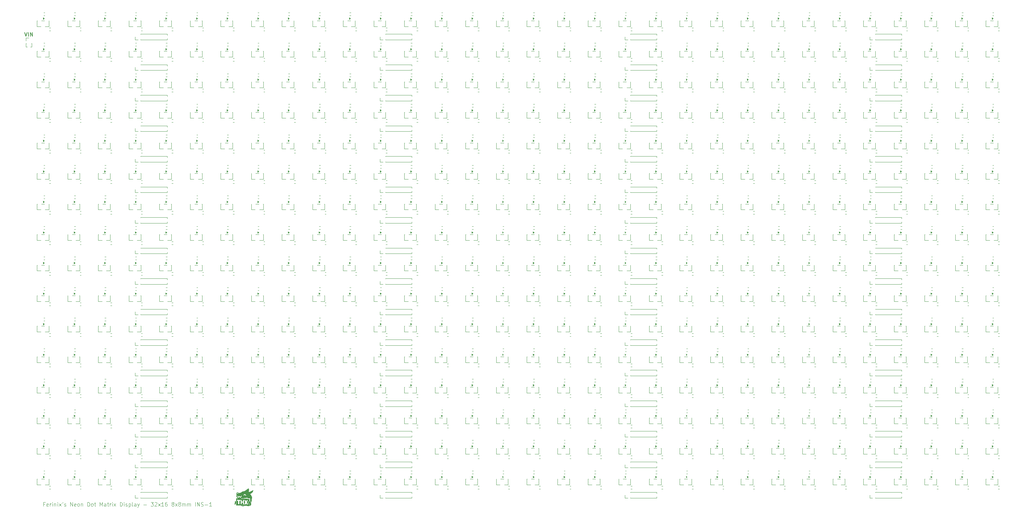
<source format=gbr>
%TF.GenerationSoftware,KiCad,Pcbnew,9.0.7*%
%TF.CreationDate,2026-02-02T17:43:31-05:00*%
%TF.ProjectId,INS-1 Matrix Display,494e532d-3120-44d6-9174-726978204469,1.0*%
%TF.SameCoordinates,Original*%
%TF.FileFunction,Legend,Top*%
%TF.FilePolarity,Positive*%
%FSLAX46Y46*%
G04 Gerber Fmt 4.6, Leading zero omitted, Abs format (unit mm)*
G04 Created by KiCad (PCBNEW 9.0.7) date 2026-02-02 17:43:31*
%MOMM*%
%LPD*%
G01*
G04 APERTURE LIST*
%ADD10C,0.100000*%
%ADD11C,0.150000*%
%ADD12C,0.120000*%
%ADD13C,0.000000*%
G04 APERTURE END LIST*
D10*
X21137217Y-156348609D02*
X20803884Y-156348609D01*
X20803884Y-156872419D02*
X20803884Y-155872419D01*
X20803884Y-155872419D02*
X21280074Y-155872419D01*
X22041979Y-156824800D02*
X21946741Y-156872419D01*
X21946741Y-156872419D02*
X21756265Y-156872419D01*
X21756265Y-156872419D02*
X21661027Y-156824800D01*
X21661027Y-156824800D02*
X21613408Y-156729561D01*
X21613408Y-156729561D02*
X21613408Y-156348609D01*
X21613408Y-156348609D02*
X21661027Y-156253371D01*
X21661027Y-156253371D02*
X21756265Y-156205752D01*
X21756265Y-156205752D02*
X21946741Y-156205752D01*
X21946741Y-156205752D02*
X22041979Y-156253371D01*
X22041979Y-156253371D02*
X22089598Y-156348609D01*
X22089598Y-156348609D02*
X22089598Y-156443847D01*
X22089598Y-156443847D02*
X21613408Y-156539085D01*
X22518170Y-156872419D02*
X22518170Y-156205752D01*
X22518170Y-156396228D02*
X22565789Y-156300990D01*
X22565789Y-156300990D02*
X22613408Y-156253371D01*
X22613408Y-156253371D02*
X22708646Y-156205752D01*
X22708646Y-156205752D02*
X22803884Y-156205752D01*
X23137218Y-156872419D02*
X23137218Y-156205752D01*
X23137218Y-155872419D02*
X23089599Y-155920038D01*
X23089599Y-155920038D02*
X23137218Y-155967657D01*
X23137218Y-155967657D02*
X23184837Y-155920038D01*
X23184837Y-155920038D02*
X23137218Y-155872419D01*
X23137218Y-155872419D02*
X23137218Y-155967657D01*
X23613408Y-156205752D02*
X23613408Y-156872419D01*
X23613408Y-156300990D02*
X23661027Y-156253371D01*
X23661027Y-156253371D02*
X23756265Y-156205752D01*
X23756265Y-156205752D02*
X23899122Y-156205752D01*
X23899122Y-156205752D02*
X23994360Y-156253371D01*
X23994360Y-156253371D02*
X24041979Y-156348609D01*
X24041979Y-156348609D02*
X24041979Y-156872419D01*
X24518170Y-156872419D02*
X24518170Y-156205752D01*
X24518170Y-155872419D02*
X24470551Y-155920038D01*
X24470551Y-155920038D02*
X24518170Y-155967657D01*
X24518170Y-155967657D02*
X24565789Y-155920038D01*
X24565789Y-155920038D02*
X24518170Y-155872419D01*
X24518170Y-155872419D02*
X24518170Y-155967657D01*
X24899122Y-156872419D02*
X25422931Y-156205752D01*
X24899122Y-156205752D02*
X25422931Y-156872419D01*
X25851503Y-155872419D02*
X25756265Y-156062895D01*
X26232455Y-156824800D02*
X26327693Y-156872419D01*
X26327693Y-156872419D02*
X26518169Y-156872419D01*
X26518169Y-156872419D02*
X26613407Y-156824800D01*
X26613407Y-156824800D02*
X26661026Y-156729561D01*
X26661026Y-156729561D02*
X26661026Y-156681942D01*
X26661026Y-156681942D02*
X26613407Y-156586704D01*
X26613407Y-156586704D02*
X26518169Y-156539085D01*
X26518169Y-156539085D02*
X26375312Y-156539085D01*
X26375312Y-156539085D02*
X26280074Y-156491466D01*
X26280074Y-156491466D02*
X26232455Y-156396228D01*
X26232455Y-156396228D02*
X26232455Y-156348609D01*
X26232455Y-156348609D02*
X26280074Y-156253371D01*
X26280074Y-156253371D02*
X26375312Y-156205752D01*
X26375312Y-156205752D02*
X26518169Y-156205752D01*
X26518169Y-156205752D02*
X26613407Y-156253371D01*
X27851503Y-156872419D02*
X27851503Y-155872419D01*
X27851503Y-155872419D02*
X28422931Y-156872419D01*
X28422931Y-156872419D02*
X28422931Y-155872419D01*
X29280074Y-156824800D02*
X29184836Y-156872419D01*
X29184836Y-156872419D02*
X28994360Y-156872419D01*
X28994360Y-156872419D02*
X28899122Y-156824800D01*
X28899122Y-156824800D02*
X28851503Y-156729561D01*
X28851503Y-156729561D02*
X28851503Y-156348609D01*
X28851503Y-156348609D02*
X28899122Y-156253371D01*
X28899122Y-156253371D02*
X28994360Y-156205752D01*
X28994360Y-156205752D02*
X29184836Y-156205752D01*
X29184836Y-156205752D02*
X29280074Y-156253371D01*
X29280074Y-156253371D02*
X29327693Y-156348609D01*
X29327693Y-156348609D02*
X29327693Y-156443847D01*
X29327693Y-156443847D02*
X28851503Y-156539085D01*
X29899122Y-156872419D02*
X29803884Y-156824800D01*
X29803884Y-156824800D02*
X29756265Y-156777180D01*
X29756265Y-156777180D02*
X29708646Y-156681942D01*
X29708646Y-156681942D02*
X29708646Y-156396228D01*
X29708646Y-156396228D02*
X29756265Y-156300990D01*
X29756265Y-156300990D02*
X29803884Y-156253371D01*
X29803884Y-156253371D02*
X29899122Y-156205752D01*
X29899122Y-156205752D02*
X30041979Y-156205752D01*
X30041979Y-156205752D02*
X30137217Y-156253371D01*
X30137217Y-156253371D02*
X30184836Y-156300990D01*
X30184836Y-156300990D02*
X30232455Y-156396228D01*
X30232455Y-156396228D02*
X30232455Y-156681942D01*
X30232455Y-156681942D02*
X30184836Y-156777180D01*
X30184836Y-156777180D02*
X30137217Y-156824800D01*
X30137217Y-156824800D02*
X30041979Y-156872419D01*
X30041979Y-156872419D02*
X29899122Y-156872419D01*
X30661027Y-156205752D02*
X30661027Y-156872419D01*
X30661027Y-156300990D02*
X30708646Y-156253371D01*
X30708646Y-156253371D02*
X30803884Y-156205752D01*
X30803884Y-156205752D02*
X30946741Y-156205752D01*
X30946741Y-156205752D02*
X31041979Y-156253371D01*
X31041979Y-156253371D02*
X31089598Y-156348609D01*
X31089598Y-156348609D02*
X31089598Y-156872419D01*
X32327694Y-156872419D02*
X32327694Y-155872419D01*
X32327694Y-155872419D02*
X32565789Y-155872419D01*
X32565789Y-155872419D02*
X32708646Y-155920038D01*
X32708646Y-155920038D02*
X32803884Y-156015276D01*
X32803884Y-156015276D02*
X32851503Y-156110514D01*
X32851503Y-156110514D02*
X32899122Y-156300990D01*
X32899122Y-156300990D02*
X32899122Y-156443847D01*
X32899122Y-156443847D02*
X32851503Y-156634323D01*
X32851503Y-156634323D02*
X32803884Y-156729561D01*
X32803884Y-156729561D02*
X32708646Y-156824800D01*
X32708646Y-156824800D02*
X32565789Y-156872419D01*
X32565789Y-156872419D02*
X32327694Y-156872419D01*
X33470551Y-156872419D02*
X33375313Y-156824800D01*
X33375313Y-156824800D02*
X33327694Y-156777180D01*
X33327694Y-156777180D02*
X33280075Y-156681942D01*
X33280075Y-156681942D02*
X33280075Y-156396228D01*
X33280075Y-156396228D02*
X33327694Y-156300990D01*
X33327694Y-156300990D02*
X33375313Y-156253371D01*
X33375313Y-156253371D02*
X33470551Y-156205752D01*
X33470551Y-156205752D02*
X33613408Y-156205752D01*
X33613408Y-156205752D02*
X33708646Y-156253371D01*
X33708646Y-156253371D02*
X33756265Y-156300990D01*
X33756265Y-156300990D02*
X33803884Y-156396228D01*
X33803884Y-156396228D02*
X33803884Y-156681942D01*
X33803884Y-156681942D02*
X33756265Y-156777180D01*
X33756265Y-156777180D02*
X33708646Y-156824800D01*
X33708646Y-156824800D02*
X33613408Y-156872419D01*
X33613408Y-156872419D02*
X33470551Y-156872419D01*
X34089599Y-156205752D02*
X34470551Y-156205752D01*
X34232456Y-155872419D02*
X34232456Y-156729561D01*
X34232456Y-156729561D02*
X34280075Y-156824800D01*
X34280075Y-156824800D02*
X34375313Y-156872419D01*
X34375313Y-156872419D02*
X34470551Y-156872419D01*
X35565790Y-156872419D02*
X35565790Y-155872419D01*
X35565790Y-155872419D02*
X35899123Y-156586704D01*
X35899123Y-156586704D02*
X36232456Y-155872419D01*
X36232456Y-155872419D02*
X36232456Y-156872419D01*
X37137218Y-156872419D02*
X37137218Y-156348609D01*
X37137218Y-156348609D02*
X37089599Y-156253371D01*
X37089599Y-156253371D02*
X36994361Y-156205752D01*
X36994361Y-156205752D02*
X36803885Y-156205752D01*
X36803885Y-156205752D02*
X36708647Y-156253371D01*
X37137218Y-156824800D02*
X37041980Y-156872419D01*
X37041980Y-156872419D02*
X36803885Y-156872419D01*
X36803885Y-156872419D02*
X36708647Y-156824800D01*
X36708647Y-156824800D02*
X36661028Y-156729561D01*
X36661028Y-156729561D02*
X36661028Y-156634323D01*
X36661028Y-156634323D02*
X36708647Y-156539085D01*
X36708647Y-156539085D02*
X36803885Y-156491466D01*
X36803885Y-156491466D02*
X37041980Y-156491466D01*
X37041980Y-156491466D02*
X37137218Y-156443847D01*
X37470552Y-156205752D02*
X37851504Y-156205752D01*
X37613409Y-155872419D02*
X37613409Y-156729561D01*
X37613409Y-156729561D02*
X37661028Y-156824800D01*
X37661028Y-156824800D02*
X37756266Y-156872419D01*
X37756266Y-156872419D02*
X37851504Y-156872419D01*
X38184838Y-156872419D02*
X38184838Y-156205752D01*
X38184838Y-156396228D02*
X38232457Y-156300990D01*
X38232457Y-156300990D02*
X38280076Y-156253371D01*
X38280076Y-156253371D02*
X38375314Y-156205752D01*
X38375314Y-156205752D02*
X38470552Y-156205752D01*
X38803886Y-156872419D02*
X38803886Y-156205752D01*
X38803886Y-155872419D02*
X38756267Y-155920038D01*
X38756267Y-155920038D02*
X38803886Y-155967657D01*
X38803886Y-155967657D02*
X38851505Y-155920038D01*
X38851505Y-155920038D02*
X38803886Y-155872419D01*
X38803886Y-155872419D02*
X38803886Y-155967657D01*
X39184838Y-156872419D02*
X39708647Y-156205752D01*
X39184838Y-156205752D02*
X39708647Y-156872419D01*
X40851505Y-156872419D02*
X40851505Y-155872419D01*
X40851505Y-155872419D02*
X41089600Y-155872419D01*
X41089600Y-155872419D02*
X41232457Y-155920038D01*
X41232457Y-155920038D02*
X41327695Y-156015276D01*
X41327695Y-156015276D02*
X41375314Y-156110514D01*
X41375314Y-156110514D02*
X41422933Y-156300990D01*
X41422933Y-156300990D02*
X41422933Y-156443847D01*
X41422933Y-156443847D02*
X41375314Y-156634323D01*
X41375314Y-156634323D02*
X41327695Y-156729561D01*
X41327695Y-156729561D02*
X41232457Y-156824800D01*
X41232457Y-156824800D02*
X41089600Y-156872419D01*
X41089600Y-156872419D02*
X40851505Y-156872419D01*
X41851505Y-156872419D02*
X41851505Y-156205752D01*
X41851505Y-155872419D02*
X41803886Y-155920038D01*
X41803886Y-155920038D02*
X41851505Y-155967657D01*
X41851505Y-155967657D02*
X41899124Y-155920038D01*
X41899124Y-155920038D02*
X41851505Y-155872419D01*
X41851505Y-155872419D02*
X41851505Y-155967657D01*
X42280076Y-156824800D02*
X42375314Y-156872419D01*
X42375314Y-156872419D02*
X42565790Y-156872419D01*
X42565790Y-156872419D02*
X42661028Y-156824800D01*
X42661028Y-156824800D02*
X42708647Y-156729561D01*
X42708647Y-156729561D02*
X42708647Y-156681942D01*
X42708647Y-156681942D02*
X42661028Y-156586704D01*
X42661028Y-156586704D02*
X42565790Y-156539085D01*
X42565790Y-156539085D02*
X42422933Y-156539085D01*
X42422933Y-156539085D02*
X42327695Y-156491466D01*
X42327695Y-156491466D02*
X42280076Y-156396228D01*
X42280076Y-156396228D02*
X42280076Y-156348609D01*
X42280076Y-156348609D02*
X42327695Y-156253371D01*
X42327695Y-156253371D02*
X42422933Y-156205752D01*
X42422933Y-156205752D02*
X42565790Y-156205752D01*
X42565790Y-156205752D02*
X42661028Y-156253371D01*
X43137219Y-156205752D02*
X43137219Y-157205752D01*
X43137219Y-156253371D02*
X43232457Y-156205752D01*
X43232457Y-156205752D02*
X43422933Y-156205752D01*
X43422933Y-156205752D02*
X43518171Y-156253371D01*
X43518171Y-156253371D02*
X43565790Y-156300990D01*
X43565790Y-156300990D02*
X43613409Y-156396228D01*
X43613409Y-156396228D02*
X43613409Y-156681942D01*
X43613409Y-156681942D02*
X43565790Y-156777180D01*
X43565790Y-156777180D02*
X43518171Y-156824800D01*
X43518171Y-156824800D02*
X43422933Y-156872419D01*
X43422933Y-156872419D02*
X43232457Y-156872419D01*
X43232457Y-156872419D02*
X43137219Y-156824800D01*
X44184838Y-156872419D02*
X44089600Y-156824800D01*
X44089600Y-156824800D02*
X44041981Y-156729561D01*
X44041981Y-156729561D02*
X44041981Y-155872419D01*
X44994362Y-156872419D02*
X44994362Y-156348609D01*
X44994362Y-156348609D02*
X44946743Y-156253371D01*
X44946743Y-156253371D02*
X44851505Y-156205752D01*
X44851505Y-156205752D02*
X44661029Y-156205752D01*
X44661029Y-156205752D02*
X44565791Y-156253371D01*
X44994362Y-156824800D02*
X44899124Y-156872419D01*
X44899124Y-156872419D02*
X44661029Y-156872419D01*
X44661029Y-156872419D02*
X44565791Y-156824800D01*
X44565791Y-156824800D02*
X44518172Y-156729561D01*
X44518172Y-156729561D02*
X44518172Y-156634323D01*
X44518172Y-156634323D02*
X44565791Y-156539085D01*
X44565791Y-156539085D02*
X44661029Y-156491466D01*
X44661029Y-156491466D02*
X44899124Y-156491466D01*
X44899124Y-156491466D02*
X44994362Y-156443847D01*
X45375315Y-156205752D02*
X45613410Y-156872419D01*
X45851505Y-156205752D02*
X45613410Y-156872419D01*
X45613410Y-156872419D02*
X45518172Y-157110514D01*
X45518172Y-157110514D02*
X45470553Y-157158133D01*
X45470553Y-157158133D02*
X45375315Y-157205752D01*
X46994363Y-156491466D02*
X47756268Y-156491466D01*
X48899125Y-155872419D02*
X49518172Y-155872419D01*
X49518172Y-155872419D02*
X49184839Y-156253371D01*
X49184839Y-156253371D02*
X49327696Y-156253371D01*
X49327696Y-156253371D02*
X49422934Y-156300990D01*
X49422934Y-156300990D02*
X49470553Y-156348609D01*
X49470553Y-156348609D02*
X49518172Y-156443847D01*
X49518172Y-156443847D02*
X49518172Y-156681942D01*
X49518172Y-156681942D02*
X49470553Y-156777180D01*
X49470553Y-156777180D02*
X49422934Y-156824800D01*
X49422934Y-156824800D02*
X49327696Y-156872419D01*
X49327696Y-156872419D02*
X49041982Y-156872419D01*
X49041982Y-156872419D02*
X48946744Y-156824800D01*
X48946744Y-156824800D02*
X48899125Y-156777180D01*
X49899125Y-155967657D02*
X49946744Y-155920038D01*
X49946744Y-155920038D02*
X50041982Y-155872419D01*
X50041982Y-155872419D02*
X50280077Y-155872419D01*
X50280077Y-155872419D02*
X50375315Y-155920038D01*
X50375315Y-155920038D02*
X50422934Y-155967657D01*
X50422934Y-155967657D02*
X50470553Y-156062895D01*
X50470553Y-156062895D02*
X50470553Y-156158133D01*
X50470553Y-156158133D02*
X50422934Y-156300990D01*
X50422934Y-156300990D02*
X49851506Y-156872419D01*
X49851506Y-156872419D02*
X50470553Y-156872419D01*
X50803887Y-156872419D02*
X51327696Y-156205752D01*
X50803887Y-156205752D02*
X51327696Y-156872419D01*
X52232458Y-156872419D02*
X51661030Y-156872419D01*
X51946744Y-156872419D02*
X51946744Y-155872419D01*
X51946744Y-155872419D02*
X51851506Y-156015276D01*
X51851506Y-156015276D02*
X51756268Y-156110514D01*
X51756268Y-156110514D02*
X51661030Y-156158133D01*
X53089601Y-155872419D02*
X52899125Y-155872419D01*
X52899125Y-155872419D02*
X52803887Y-155920038D01*
X52803887Y-155920038D02*
X52756268Y-155967657D01*
X52756268Y-155967657D02*
X52661030Y-156110514D01*
X52661030Y-156110514D02*
X52613411Y-156300990D01*
X52613411Y-156300990D02*
X52613411Y-156681942D01*
X52613411Y-156681942D02*
X52661030Y-156777180D01*
X52661030Y-156777180D02*
X52708649Y-156824800D01*
X52708649Y-156824800D02*
X52803887Y-156872419D01*
X52803887Y-156872419D02*
X52994363Y-156872419D01*
X52994363Y-156872419D02*
X53089601Y-156824800D01*
X53089601Y-156824800D02*
X53137220Y-156777180D01*
X53137220Y-156777180D02*
X53184839Y-156681942D01*
X53184839Y-156681942D02*
X53184839Y-156443847D01*
X53184839Y-156443847D02*
X53137220Y-156348609D01*
X53137220Y-156348609D02*
X53089601Y-156300990D01*
X53089601Y-156300990D02*
X52994363Y-156253371D01*
X52994363Y-156253371D02*
X52803887Y-156253371D01*
X52803887Y-156253371D02*
X52708649Y-156300990D01*
X52708649Y-156300990D02*
X52661030Y-156348609D01*
X52661030Y-156348609D02*
X52613411Y-156443847D01*
X54518173Y-156300990D02*
X54422935Y-156253371D01*
X54422935Y-156253371D02*
X54375316Y-156205752D01*
X54375316Y-156205752D02*
X54327697Y-156110514D01*
X54327697Y-156110514D02*
X54327697Y-156062895D01*
X54327697Y-156062895D02*
X54375316Y-155967657D01*
X54375316Y-155967657D02*
X54422935Y-155920038D01*
X54422935Y-155920038D02*
X54518173Y-155872419D01*
X54518173Y-155872419D02*
X54708649Y-155872419D01*
X54708649Y-155872419D02*
X54803887Y-155920038D01*
X54803887Y-155920038D02*
X54851506Y-155967657D01*
X54851506Y-155967657D02*
X54899125Y-156062895D01*
X54899125Y-156062895D02*
X54899125Y-156110514D01*
X54899125Y-156110514D02*
X54851506Y-156205752D01*
X54851506Y-156205752D02*
X54803887Y-156253371D01*
X54803887Y-156253371D02*
X54708649Y-156300990D01*
X54708649Y-156300990D02*
X54518173Y-156300990D01*
X54518173Y-156300990D02*
X54422935Y-156348609D01*
X54422935Y-156348609D02*
X54375316Y-156396228D01*
X54375316Y-156396228D02*
X54327697Y-156491466D01*
X54327697Y-156491466D02*
X54327697Y-156681942D01*
X54327697Y-156681942D02*
X54375316Y-156777180D01*
X54375316Y-156777180D02*
X54422935Y-156824800D01*
X54422935Y-156824800D02*
X54518173Y-156872419D01*
X54518173Y-156872419D02*
X54708649Y-156872419D01*
X54708649Y-156872419D02*
X54803887Y-156824800D01*
X54803887Y-156824800D02*
X54851506Y-156777180D01*
X54851506Y-156777180D02*
X54899125Y-156681942D01*
X54899125Y-156681942D02*
X54899125Y-156491466D01*
X54899125Y-156491466D02*
X54851506Y-156396228D01*
X54851506Y-156396228D02*
X54803887Y-156348609D01*
X54803887Y-156348609D02*
X54708649Y-156300990D01*
X55232459Y-156872419D02*
X55756268Y-156205752D01*
X55232459Y-156205752D02*
X55756268Y-156872419D01*
X56280078Y-156300990D02*
X56184840Y-156253371D01*
X56184840Y-156253371D02*
X56137221Y-156205752D01*
X56137221Y-156205752D02*
X56089602Y-156110514D01*
X56089602Y-156110514D02*
X56089602Y-156062895D01*
X56089602Y-156062895D02*
X56137221Y-155967657D01*
X56137221Y-155967657D02*
X56184840Y-155920038D01*
X56184840Y-155920038D02*
X56280078Y-155872419D01*
X56280078Y-155872419D02*
X56470554Y-155872419D01*
X56470554Y-155872419D02*
X56565792Y-155920038D01*
X56565792Y-155920038D02*
X56613411Y-155967657D01*
X56613411Y-155967657D02*
X56661030Y-156062895D01*
X56661030Y-156062895D02*
X56661030Y-156110514D01*
X56661030Y-156110514D02*
X56613411Y-156205752D01*
X56613411Y-156205752D02*
X56565792Y-156253371D01*
X56565792Y-156253371D02*
X56470554Y-156300990D01*
X56470554Y-156300990D02*
X56280078Y-156300990D01*
X56280078Y-156300990D02*
X56184840Y-156348609D01*
X56184840Y-156348609D02*
X56137221Y-156396228D01*
X56137221Y-156396228D02*
X56089602Y-156491466D01*
X56089602Y-156491466D02*
X56089602Y-156681942D01*
X56089602Y-156681942D02*
X56137221Y-156777180D01*
X56137221Y-156777180D02*
X56184840Y-156824800D01*
X56184840Y-156824800D02*
X56280078Y-156872419D01*
X56280078Y-156872419D02*
X56470554Y-156872419D01*
X56470554Y-156872419D02*
X56565792Y-156824800D01*
X56565792Y-156824800D02*
X56613411Y-156777180D01*
X56613411Y-156777180D02*
X56661030Y-156681942D01*
X56661030Y-156681942D02*
X56661030Y-156491466D01*
X56661030Y-156491466D02*
X56613411Y-156396228D01*
X56613411Y-156396228D02*
X56565792Y-156348609D01*
X56565792Y-156348609D02*
X56470554Y-156300990D01*
X57089602Y-156872419D02*
X57089602Y-156205752D01*
X57089602Y-156300990D02*
X57137221Y-156253371D01*
X57137221Y-156253371D02*
X57232459Y-156205752D01*
X57232459Y-156205752D02*
X57375316Y-156205752D01*
X57375316Y-156205752D02*
X57470554Y-156253371D01*
X57470554Y-156253371D02*
X57518173Y-156348609D01*
X57518173Y-156348609D02*
X57518173Y-156872419D01*
X57518173Y-156348609D02*
X57565792Y-156253371D01*
X57565792Y-156253371D02*
X57661030Y-156205752D01*
X57661030Y-156205752D02*
X57803887Y-156205752D01*
X57803887Y-156205752D02*
X57899126Y-156253371D01*
X57899126Y-156253371D02*
X57946745Y-156348609D01*
X57946745Y-156348609D02*
X57946745Y-156872419D01*
X58422935Y-156872419D02*
X58422935Y-156205752D01*
X58422935Y-156300990D02*
X58470554Y-156253371D01*
X58470554Y-156253371D02*
X58565792Y-156205752D01*
X58565792Y-156205752D02*
X58708649Y-156205752D01*
X58708649Y-156205752D02*
X58803887Y-156253371D01*
X58803887Y-156253371D02*
X58851506Y-156348609D01*
X58851506Y-156348609D02*
X58851506Y-156872419D01*
X58851506Y-156348609D02*
X58899125Y-156253371D01*
X58899125Y-156253371D02*
X58994363Y-156205752D01*
X58994363Y-156205752D02*
X59137220Y-156205752D01*
X59137220Y-156205752D02*
X59232459Y-156253371D01*
X59232459Y-156253371D02*
X59280078Y-156348609D01*
X59280078Y-156348609D02*
X59280078Y-156872419D01*
X60518173Y-156872419D02*
X60518173Y-155872419D01*
X60994363Y-156872419D02*
X60994363Y-155872419D01*
X60994363Y-155872419D02*
X61565791Y-156872419D01*
X61565791Y-156872419D02*
X61565791Y-155872419D01*
X61994363Y-156824800D02*
X62137220Y-156872419D01*
X62137220Y-156872419D02*
X62375315Y-156872419D01*
X62375315Y-156872419D02*
X62470553Y-156824800D01*
X62470553Y-156824800D02*
X62518172Y-156777180D01*
X62518172Y-156777180D02*
X62565791Y-156681942D01*
X62565791Y-156681942D02*
X62565791Y-156586704D01*
X62565791Y-156586704D02*
X62518172Y-156491466D01*
X62518172Y-156491466D02*
X62470553Y-156443847D01*
X62470553Y-156443847D02*
X62375315Y-156396228D01*
X62375315Y-156396228D02*
X62184839Y-156348609D01*
X62184839Y-156348609D02*
X62089601Y-156300990D01*
X62089601Y-156300990D02*
X62041982Y-156253371D01*
X62041982Y-156253371D02*
X61994363Y-156158133D01*
X61994363Y-156158133D02*
X61994363Y-156062895D01*
X61994363Y-156062895D02*
X62041982Y-155967657D01*
X62041982Y-155967657D02*
X62089601Y-155920038D01*
X62089601Y-155920038D02*
X62184839Y-155872419D01*
X62184839Y-155872419D02*
X62422934Y-155872419D01*
X62422934Y-155872419D02*
X62565791Y-155920038D01*
X62994363Y-156491466D02*
X63756268Y-156491466D01*
X64756267Y-156872419D02*
X64184839Y-156872419D01*
X64470553Y-156872419D02*
X64470553Y-155872419D01*
X64470553Y-155872419D02*
X64375315Y-156015276D01*
X64375315Y-156015276D02*
X64280077Y-156110514D01*
X64280077Y-156110514D02*
X64184839Y-156158133D01*
D11*
X15904762Y-32844819D02*
X16238095Y-33844819D01*
X16238095Y-33844819D02*
X16571428Y-32844819D01*
X16904762Y-33844819D02*
X16904762Y-32844819D01*
X17380952Y-33844819D02*
X17380952Y-32844819D01*
X17380952Y-32844819D02*
X17952380Y-33844819D01*
X17952380Y-33844819D02*
X17952380Y-32844819D01*
D12*
%TO.C,1K*%
X92846359Y-139620000D02*
X93153641Y-139620000D01*
X92846359Y-140380000D02*
X93153641Y-140380000D01*
X100846359Y-83620000D02*
X101153641Y-83620000D01*
X100846359Y-84380000D02*
X101153641Y-84380000D01*
%TO.C,MMBTA42*%
X107130000Y-101740000D02*
X107180000Y-101740000D01*
X107130000Y-103260000D02*
X107130000Y-101740000D01*
X108130000Y-103260000D02*
X107130000Y-103260000D01*
X108300000Y-101740000D02*
X109080000Y-101740000D01*
X110200000Y-101740000D02*
X110250000Y-101740000D01*
X110250000Y-101740000D02*
X110250000Y-103260000D01*
X110250000Y-103260000D02*
X109250000Y-103260000D01*
X109070000Y-101200000D02*
X108740000Y-101440000D01*
X108740000Y-100960000D01*
X109070000Y-101200000D01*
G36*
X109070000Y-101200000D02*
G01*
X108740000Y-101440000D01*
X108740000Y-100960000D01*
X109070000Y-101200000D01*
G37*
X147140000Y-141740000D02*
X147190000Y-141740000D01*
X147140000Y-143260000D02*
X147140000Y-141740000D01*
X148140000Y-143260000D02*
X147140000Y-143260000D01*
X148310000Y-141740000D02*
X149090000Y-141740000D01*
X150210000Y-141740000D02*
X150260000Y-141740000D01*
X150260000Y-141740000D02*
X150260000Y-143260000D01*
X150260000Y-143260000D02*
X149260000Y-143260000D01*
X149080000Y-141200000D02*
X148750000Y-141440000D01*
X148750000Y-140960000D01*
X149080000Y-141200000D01*
G36*
X149080000Y-141200000D02*
G01*
X148750000Y-141440000D01*
X148750000Y-140960000D01*
X149080000Y-141200000D01*
G37*
%TO.C,50K*%
X22653641Y-55620000D02*
X22346359Y-55620000D01*
X22653641Y-56380000D02*
X22346359Y-56380000D01*
%TO.C,1K*%
X44836359Y-43620000D02*
X45143641Y-43620000D01*
X44836359Y-44380000D02*
X45143641Y-44380000D01*
X188836359Y-67620000D02*
X189143641Y-67620000D01*
X188836359Y-68380000D02*
X189143641Y-68380000D01*
%TO.C,MMBTA42*%
X67130000Y-77740000D02*
X67180000Y-77740000D01*
X67130000Y-79260000D02*
X67130000Y-77740000D01*
X68130000Y-79260000D02*
X67130000Y-79260000D01*
X68300000Y-77740000D02*
X69080000Y-77740000D01*
X70200000Y-77740000D02*
X70250000Y-77740000D01*
X70250000Y-77740000D02*
X70250000Y-79260000D01*
X70250000Y-79260000D02*
X69250000Y-79260000D01*
X69070000Y-77200000D02*
X68740000Y-77440000D01*
X68740000Y-76960000D01*
X69070000Y-77200000D01*
G36*
X69070000Y-77200000D02*
G01*
X68740000Y-77440000D01*
X68740000Y-76960000D01*
X69070000Y-77200000D01*
G37*
%TO.C,1K*%
X220846359Y-139620000D02*
X221153641Y-139620000D01*
X220846359Y-140380000D02*
X221153641Y-140380000D01*
%TO.C,MMBTA42*%
X19140000Y-109740000D02*
X19190000Y-109740000D01*
X19140000Y-111260000D02*
X19140000Y-109740000D01*
X20140000Y-111260000D02*
X19140000Y-111260000D01*
X20310000Y-109740000D02*
X21090000Y-109740000D01*
X22210000Y-109740000D02*
X22260000Y-109740000D01*
X22260000Y-109740000D02*
X22260000Y-111260000D01*
X22260000Y-111260000D02*
X21260000Y-111260000D01*
X21080000Y-109200000D02*
X20750000Y-109440000D01*
X20750000Y-108960000D01*
X21080000Y-109200000D01*
G36*
X21080000Y-109200000D02*
G01*
X20750000Y-109440000D01*
X20750000Y-108960000D01*
X21080000Y-109200000D01*
G37*
X67130000Y-149740000D02*
X67180000Y-149740000D01*
X67130000Y-151260000D02*
X67130000Y-149740000D01*
X68130000Y-151260000D02*
X67130000Y-151260000D01*
X68300000Y-149740000D02*
X69080000Y-149740000D01*
X70200000Y-149740000D02*
X70250000Y-149740000D01*
X70250000Y-149740000D02*
X70250000Y-151260000D01*
X70250000Y-151260000D02*
X69250000Y-151260000D01*
X69070000Y-149200000D02*
X68740000Y-149440000D01*
X68740000Y-148960000D01*
X69070000Y-149200000D01*
G36*
X69070000Y-149200000D02*
G01*
X68740000Y-149440000D01*
X68740000Y-148960000D01*
X69070000Y-149200000D01*
G37*
%TO.C,50K*%
X166653641Y-79620000D02*
X166346359Y-79620000D01*
X166653641Y-80380000D02*
X166346359Y-80380000D01*
X166653641Y-31620000D02*
X166346359Y-31620000D01*
X166653641Y-32380000D02*
X166346359Y-32380000D01*
%TO.C,1K*%
X132836359Y-83620000D02*
X133143641Y-83620000D01*
X132836359Y-84380000D02*
X133143641Y-84380000D01*
%TO.C,MMBTA42*%
X179130000Y-101740000D02*
X179180000Y-101740000D01*
X179130000Y-103260000D02*
X179130000Y-101740000D01*
X180130000Y-103260000D02*
X179130000Y-103260000D01*
X180300000Y-101740000D02*
X181080000Y-101740000D01*
X182200000Y-101740000D02*
X182250000Y-101740000D01*
X182250000Y-101740000D02*
X182250000Y-103260000D01*
X182250000Y-103260000D02*
X181250000Y-103260000D01*
X181070000Y-101200000D02*
X180740000Y-101440000D01*
X180740000Y-100960000D01*
X181070000Y-101200000D01*
G36*
X181070000Y-101200000D02*
G01*
X180740000Y-101440000D01*
X180740000Y-100960000D01*
X181070000Y-101200000D01*
G37*
X211140000Y-45740000D02*
X211190000Y-45740000D01*
X211140000Y-47260000D02*
X211140000Y-45740000D01*
X212140000Y-47260000D02*
X211140000Y-47260000D01*
X212310000Y-45740000D02*
X213090000Y-45740000D01*
X214210000Y-45740000D02*
X214260000Y-45740000D01*
X214260000Y-45740000D02*
X214260000Y-47260000D01*
X214260000Y-47260000D02*
X213260000Y-47260000D01*
X213080000Y-45200000D02*
X212750000Y-45440000D01*
X212750000Y-44960000D01*
X213080000Y-45200000D01*
G36*
X213080000Y-45200000D02*
G01*
X212750000Y-45440000D01*
X212750000Y-44960000D01*
X213080000Y-45200000D01*
G37*
X91140000Y-93740000D02*
X91190000Y-93740000D01*
X91140000Y-95260000D02*
X91140000Y-93740000D01*
X92140000Y-95260000D02*
X91140000Y-95260000D01*
X92310000Y-93740000D02*
X93090000Y-93740000D01*
X94210000Y-93740000D02*
X94260000Y-93740000D01*
X94260000Y-93740000D02*
X94260000Y-95260000D01*
X94260000Y-95260000D02*
X93260000Y-95260000D01*
X93080000Y-93200000D02*
X92750000Y-93440000D01*
X92750000Y-92960000D01*
X93080000Y-93200000D01*
G36*
X93080000Y-93200000D02*
G01*
X92750000Y-93440000D01*
X92750000Y-92960000D01*
X93080000Y-93200000D01*
G37*
%TO.C,50K*%
X150653641Y-87620000D02*
X150346359Y-87620000D01*
X150653641Y-88380000D02*
X150346359Y-88380000D01*
%TO.C,RegisterLane*%
X172765000Y-42745000D02*
X172765000Y-42000000D01*
X173500000Y-42745000D02*
X172765000Y-42745000D01*
X174235000Y-41255000D02*
X181110000Y-41255000D01*
X174235000Y-41314435D02*
X174235000Y-41255000D01*
X174235000Y-42745000D02*
X174235000Y-42685565D01*
X174235000Y-42745000D02*
X181110000Y-42745000D01*
X181110000Y-41589970D02*
X181110000Y-41255000D01*
X181110000Y-42745000D02*
X181110000Y-42410030D01*
%TO.C,MMBTA42*%
X139130000Y-141740000D02*
X139180000Y-141740000D01*
X139130000Y-143260000D02*
X139130000Y-141740000D01*
X140130000Y-143260000D02*
X139130000Y-143260000D01*
X140300000Y-141740000D02*
X141080000Y-141740000D01*
X142200000Y-141740000D02*
X142250000Y-141740000D01*
X142250000Y-141740000D02*
X142250000Y-143260000D01*
X142250000Y-143260000D02*
X141250000Y-143260000D01*
X141070000Y-141200000D02*
X140740000Y-141440000D01*
X140740000Y-140960000D01*
X141070000Y-141200000D01*
G36*
X141070000Y-141200000D02*
G01*
X140740000Y-141440000D01*
X140740000Y-140960000D01*
X141070000Y-141200000D01*
G37*
%TO.C,50K*%
X86653641Y-151620000D02*
X86346359Y-151620000D01*
X86653641Y-152380000D02*
X86346359Y-152380000D01*
%TO.C,MMBTA42*%
X147140000Y-29740000D02*
X147190000Y-29740000D01*
X147140000Y-31260000D02*
X147140000Y-29740000D01*
X148140000Y-31260000D02*
X147140000Y-31260000D01*
X148310000Y-29740000D02*
X149090000Y-29740000D01*
X150210000Y-29740000D02*
X150260000Y-29740000D01*
X150260000Y-29740000D02*
X150260000Y-31260000D01*
X150260000Y-31260000D02*
X149260000Y-31260000D01*
X149080000Y-29200000D02*
X148750000Y-29440000D01*
X148750000Y-28960000D01*
X149080000Y-29200000D01*
G36*
X149080000Y-29200000D02*
G01*
X148750000Y-29440000D01*
X148750000Y-28960000D01*
X149080000Y-29200000D01*
G37*
X171130000Y-69740000D02*
X171180000Y-69740000D01*
X171130000Y-71260000D02*
X171130000Y-69740000D01*
X172130000Y-71260000D02*
X171130000Y-71260000D01*
X172300000Y-69740000D02*
X173080000Y-69740000D01*
X174200000Y-69740000D02*
X174250000Y-69740000D01*
X174250000Y-69740000D02*
X174250000Y-71260000D01*
X174250000Y-71260000D02*
X173250000Y-71260000D01*
X173070000Y-69200000D02*
X172740000Y-69440000D01*
X172740000Y-68960000D01*
X173070000Y-69200000D01*
G36*
X173070000Y-69200000D02*
G01*
X172740000Y-69440000D01*
X172740000Y-68960000D01*
X173070000Y-69200000D01*
G37*
%TO.C,50K*%
X94653641Y-79620000D02*
X94346359Y-79620000D01*
X94653641Y-80380000D02*
X94346359Y-80380000D01*
X78643641Y-31620000D02*
X78336359Y-31620000D01*
X78643641Y-32380000D02*
X78336359Y-32380000D01*
%TO.C,1K*%
X36846359Y-35620000D02*
X37153641Y-35620000D01*
X36846359Y-36380000D02*
X37153641Y-36380000D01*
%TO.C,50K*%
X54643641Y-143620000D02*
X54336359Y-143620000D01*
X54643641Y-144380000D02*
X54336359Y-144380000D01*
X254643641Y-55620000D02*
X254336359Y-55620000D01*
X254643641Y-56380000D02*
X254336359Y-56380000D01*
%TO.C,MMBTA42*%
X227140000Y-37740000D02*
X227190000Y-37740000D01*
X227140000Y-39260000D02*
X227140000Y-37740000D01*
X228140000Y-39260000D02*
X227140000Y-39260000D01*
X228310000Y-37740000D02*
X229090000Y-37740000D01*
X230210000Y-37740000D02*
X230260000Y-37740000D01*
X230260000Y-37740000D02*
X230260000Y-39260000D01*
X230260000Y-39260000D02*
X229260000Y-39260000D01*
X229080000Y-37200000D02*
X228750000Y-37440000D01*
X228750000Y-36960000D01*
X229080000Y-37200000D01*
G36*
X229080000Y-37200000D02*
G01*
X228750000Y-37440000D01*
X228750000Y-36960000D01*
X229080000Y-37200000D01*
G37*
%TO.C,1K*%
X220846359Y-107620000D02*
X221153641Y-107620000D01*
X220846359Y-108380000D02*
X221153641Y-108380000D01*
%TO.C,MMBTA42*%
X219140000Y-53740000D02*
X219190000Y-53740000D01*
X219140000Y-55260000D02*
X219140000Y-53740000D01*
X220140000Y-55260000D02*
X219140000Y-55260000D01*
X220310000Y-53740000D02*
X221090000Y-53740000D01*
X222210000Y-53740000D02*
X222260000Y-53740000D01*
X222260000Y-53740000D02*
X222260000Y-55260000D01*
X222260000Y-55260000D02*
X221260000Y-55260000D01*
X221080000Y-53200000D02*
X220750000Y-53440000D01*
X220750000Y-52960000D01*
X221080000Y-53200000D01*
G36*
X221080000Y-53200000D02*
G01*
X220750000Y-53440000D01*
X220750000Y-52960000D01*
X221080000Y-53200000D01*
G37*
%TO.C,1K*%
X164846359Y-131620000D02*
X165153641Y-131620000D01*
X164846359Y-132380000D02*
X165153641Y-132380000D01*
X140836359Y-67620000D02*
X141143641Y-67620000D01*
X140836359Y-68380000D02*
X141143641Y-68380000D01*
%TO.C,50K*%
X214653641Y-31620000D02*
X214346359Y-31620000D01*
X214653641Y-32380000D02*
X214346359Y-32380000D01*
X198643641Y-63620000D02*
X198336359Y-63620000D01*
X198643641Y-64380000D02*
X198336359Y-64380000D01*
X270643641Y-95620000D02*
X270336359Y-95620000D01*
X270643641Y-96380000D02*
X270336359Y-96380000D01*
X54643641Y-39620000D02*
X54336359Y-39620000D01*
X54643641Y-40380000D02*
X54336359Y-40380000D01*
X246643641Y-143620000D02*
X246336359Y-143620000D01*
X246643641Y-144380000D02*
X246336359Y-144380000D01*
X134643641Y-143620000D02*
X134336359Y-143620000D01*
X134643641Y-144380000D02*
X134336359Y-144380000D01*
X70643641Y-31620000D02*
X70336359Y-31620000D01*
X70643641Y-32380000D02*
X70336359Y-32380000D01*
X62643641Y-119620000D02*
X62336359Y-119620000D01*
X62643641Y-120380000D02*
X62336359Y-120380000D01*
X118643641Y-63620000D02*
X118336359Y-63620000D01*
X118643641Y-64380000D02*
X118336359Y-64380000D01*
X70643641Y-135620000D02*
X70336359Y-135620000D01*
X70643641Y-136380000D02*
X70336359Y-136380000D01*
%TO.C,RegisterLane*%
X108765000Y-66745000D02*
X108765000Y-66000000D01*
X109500000Y-66745000D02*
X108765000Y-66745000D01*
X110235000Y-65255000D02*
X117110000Y-65255000D01*
X110235000Y-65314435D02*
X110235000Y-65255000D01*
X110235000Y-66745000D02*
X110235000Y-66685565D01*
X110235000Y-66745000D02*
X117110000Y-66745000D01*
X117110000Y-65589970D02*
X117110000Y-65255000D01*
X117110000Y-66745000D02*
X117110000Y-66410030D01*
%TO.C,MMBTA42*%
X219140000Y-77740000D02*
X219190000Y-77740000D01*
X219140000Y-79260000D02*
X219140000Y-77740000D01*
X220140000Y-79260000D02*
X219140000Y-79260000D01*
X220310000Y-77740000D02*
X221090000Y-77740000D01*
X222210000Y-77740000D02*
X222260000Y-77740000D01*
X222260000Y-77740000D02*
X222260000Y-79260000D01*
X222260000Y-79260000D02*
X221260000Y-79260000D01*
X221080000Y-77200000D02*
X220750000Y-77440000D01*
X220750000Y-76960000D01*
X221080000Y-77200000D01*
G36*
X221080000Y-77200000D02*
G01*
X220750000Y-77440000D01*
X220750000Y-76960000D01*
X221080000Y-77200000D01*
G37*
X67130000Y-69740000D02*
X67180000Y-69740000D01*
X67130000Y-71260000D02*
X67130000Y-69740000D01*
X68130000Y-71260000D02*
X67130000Y-71260000D01*
X68300000Y-69740000D02*
X69080000Y-69740000D01*
X70200000Y-69740000D02*
X70250000Y-69740000D01*
X70250000Y-69740000D02*
X70250000Y-71260000D01*
X70250000Y-71260000D02*
X69250000Y-71260000D01*
X69070000Y-69200000D02*
X68740000Y-69440000D01*
X68740000Y-68960000D01*
X69070000Y-69200000D01*
G36*
X69070000Y-69200000D02*
G01*
X68740000Y-69440000D01*
X68740000Y-68960000D01*
X69070000Y-69200000D01*
G37*
X227140000Y-125740000D02*
X227190000Y-125740000D01*
X227140000Y-127260000D02*
X227140000Y-125740000D01*
X228140000Y-127260000D02*
X227140000Y-127260000D01*
X228310000Y-125740000D02*
X229090000Y-125740000D01*
X230210000Y-125740000D02*
X230260000Y-125740000D01*
X230260000Y-125740000D02*
X230260000Y-127260000D01*
X230260000Y-127260000D02*
X229260000Y-127260000D01*
X229080000Y-125200000D02*
X228750000Y-125440000D01*
X228750000Y-124960000D01*
X229080000Y-125200000D01*
G36*
X229080000Y-125200000D02*
G01*
X228750000Y-125440000D01*
X228750000Y-124960000D01*
X229080000Y-125200000D01*
G37*
%TO.C,1K*%
X148846359Y-99620000D02*
X149153641Y-99620000D01*
X148846359Y-100380000D02*
X149153641Y-100380000D01*
X236836359Y-107620000D02*
X237143641Y-107620000D01*
X236836359Y-108380000D02*
X237143641Y-108380000D01*
%TO.C,50K*%
X134643641Y-135620000D02*
X134336359Y-135620000D01*
X134643641Y-136380000D02*
X134336359Y-136380000D01*
X54643641Y-127620000D02*
X54336359Y-127620000D01*
X54643641Y-128380000D02*
X54336359Y-128380000D01*
X54643641Y-119620000D02*
X54336359Y-119620000D01*
X54643641Y-120380000D02*
X54336359Y-120380000D01*
%TO.C,MMBTA42*%
X123130000Y-117740000D02*
X123180000Y-117740000D01*
X123130000Y-119260000D02*
X123130000Y-117740000D01*
X124130000Y-119260000D02*
X123130000Y-119260000D01*
X124300000Y-117740000D02*
X125080000Y-117740000D01*
X126200000Y-117740000D02*
X126250000Y-117740000D01*
X126250000Y-117740000D02*
X126250000Y-119260000D01*
X126250000Y-119260000D02*
X125250000Y-119260000D01*
X125070000Y-117200000D02*
X124740000Y-117440000D01*
X124740000Y-116960000D01*
X125070000Y-117200000D01*
G36*
X125070000Y-117200000D02*
G01*
X124740000Y-117440000D01*
X124740000Y-116960000D01*
X125070000Y-117200000D01*
G37*
X91140000Y-109740000D02*
X91190000Y-109740000D01*
X91140000Y-111260000D02*
X91140000Y-109740000D01*
X92140000Y-111260000D02*
X91140000Y-111260000D01*
X92310000Y-109740000D02*
X93090000Y-109740000D01*
X94210000Y-109740000D02*
X94260000Y-109740000D01*
X94260000Y-109740000D02*
X94260000Y-111260000D01*
X94260000Y-111260000D02*
X93260000Y-111260000D01*
X93080000Y-109200000D02*
X92750000Y-109440000D01*
X92750000Y-108960000D01*
X93080000Y-109200000D01*
G36*
X93080000Y-109200000D02*
G01*
X92750000Y-109440000D01*
X92750000Y-108960000D01*
X93080000Y-109200000D01*
G37*
X195130000Y-29740000D02*
X195180000Y-29740000D01*
X195130000Y-31260000D02*
X195130000Y-29740000D01*
X196130000Y-31260000D02*
X195130000Y-31260000D01*
X196300000Y-29740000D02*
X197080000Y-29740000D01*
X198200000Y-29740000D02*
X198250000Y-29740000D01*
X198250000Y-29740000D02*
X198250000Y-31260000D01*
X198250000Y-31260000D02*
X197250000Y-31260000D01*
X197070000Y-29200000D02*
X196740000Y-29440000D01*
X196740000Y-28960000D01*
X197070000Y-29200000D01*
G36*
X197070000Y-29200000D02*
G01*
X196740000Y-29440000D01*
X196740000Y-28960000D01*
X197070000Y-29200000D01*
G37*
%TO.C,50K*%
X190643641Y-39620000D02*
X190336359Y-39620000D01*
X190643641Y-40380000D02*
X190336359Y-40380000D01*
X62643641Y-63620000D02*
X62336359Y-63620000D01*
X62643641Y-64380000D02*
X62336359Y-64380000D01*
%TO.C,1K*%
X36846359Y-99620000D02*
X37153641Y-99620000D01*
X36846359Y-100380000D02*
X37153641Y-100380000D01*
%TO.C,50K*%
X238643641Y-119620000D02*
X238336359Y-119620000D01*
X238643641Y-120380000D02*
X238336359Y-120380000D01*
%TO.C,1K*%
X76836359Y-99620000D02*
X77143641Y-99620000D01*
X76836359Y-100380000D02*
X77143641Y-100380000D01*
%TO.C,50K*%
X174643641Y-143620000D02*
X174336359Y-143620000D01*
X174643641Y-144380000D02*
X174336359Y-144380000D01*
X174643641Y-103620000D02*
X174336359Y-103620000D01*
X174643641Y-104380000D02*
X174336359Y-104380000D01*
%TO.C,MMBTA42*%
X51130000Y-37740000D02*
X51180000Y-37740000D01*
X51130000Y-39260000D02*
X51130000Y-37740000D01*
X52130000Y-39260000D02*
X51130000Y-39260000D01*
X52300000Y-37740000D02*
X53080000Y-37740000D01*
X54200000Y-37740000D02*
X54250000Y-37740000D01*
X54250000Y-37740000D02*
X54250000Y-39260000D01*
X54250000Y-39260000D02*
X53250000Y-39260000D01*
X53070000Y-37200000D02*
X52740000Y-37440000D01*
X52740000Y-36960000D01*
X53070000Y-37200000D01*
G36*
X53070000Y-37200000D02*
G01*
X52740000Y-37440000D01*
X52740000Y-36960000D01*
X53070000Y-37200000D01*
G37*
%TO.C,50K*%
X254643641Y-151620000D02*
X254336359Y-151620000D01*
X254643641Y-152380000D02*
X254336359Y-152380000D01*
%TO.C,MMBTA42*%
X243130000Y-69740000D02*
X243180000Y-69740000D01*
X243130000Y-71260000D02*
X243130000Y-69740000D01*
X244130000Y-71260000D02*
X243130000Y-71260000D01*
X244300000Y-69740000D02*
X245080000Y-69740000D01*
X246200000Y-69740000D02*
X246250000Y-69740000D01*
X246250000Y-69740000D02*
X246250000Y-71260000D01*
X246250000Y-71260000D02*
X245250000Y-71260000D01*
X245070000Y-69200000D02*
X244740000Y-69440000D01*
X244740000Y-68960000D01*
X245070000Y-69200000D01*
G36*
X245070000Y-69200000D02*
G01*
X244740000Y-69440000D01*
X244740000Y-68960000D01*
X245070000Y-69200000D01*
G37*
%TO.C,RegisterLane*%
X236765000Y-122745000D02*
X236765000Y-122000000D01*
X237500000Y-122745000D02*
X236765000Y-122745000D01*
X238235000Y-121255000D02*
X245110000Y-121255000D01*
X238235000Y-121314435D02*
X238235000Y-121255000D01*
X238235000Y-122745000D02*
X238235000Y-122685565D01*
X238235000Y-122745000D02*
X245110000Y-122745000D01*
X245110000Y-121589970D02*
X245110000Y-121255000D01*
X245110000Y-122745000D02*
X245110000Y-122410030D01*
%TO.C,MMBTA42*%
X219140000Y-109740000D02*
X219190000Y-109740000D01*
X219140000Y-111260000D02*
X219140000Y-109740000D01*
X220140000Y-111260000D02*
X219140000Y-111260000D01*
X220310000Y-109740000D02*
X221090000Y-109740000D01*
X222210000Y-109740000D02*
X222260000Y-109740000D01*
X222260000Y-109740000D02*
X222260000Y-111260000D01*
X222260000Y-111260000D02*
X221260000Y-111260000D01*
X221080000Y-109200000D02*
X220750000Y-109440000D01*
X220750000Y-108960000D01*
X221080000Y-109200000D01*
G36*
X221080000Y-109200000D02*
G01*
X220750000Y-109440000D01*
X220750000Y-108960000D01*
X221080000Y-109200000D01*
G37*
%TO.C,1K*%
X36846359Y-147620000D02*
X37153641Y-147620000D01*
X36846359Y-148380000D02*
X37153641Y-148380000D01*
X164846359Y-51620000D02*
X165153641Y-51620000D01*
X164846359Y-52380000D02*
X165153641Y-52380000D01*
%TO.C,50K*%
X102653641Y-55620000D02*
X102346359Y-55620000D01*
X102653641Y-56380000D02*
X102346359Y-56380000D01*
%TO.C,1K*%
X28846359Y-107620000D02*
X29153641Y-107620000D01*
X28846359Y-108380000D02*
X29153641Y-108380000D01*
%TO.C,50K*%
X62643641Y-103620000D02*
X62336359Y-103620000D01*
X62643641Y-104380000D02*
X62336359Y-104380000D01*
%TO.C,1K*%
X108836359Y-83620000D02*
X109143641Y-83620000D01*
X108836359Y-84380000D02*
X109143641Y-84380000D01*
%TO.C,50K*%
X206643641Y-151620000D02*
X206336359Y-151620000D01*
X206643641Y-152380000D02*
X206336359Y-152380000D01*
X174643641Y-55620000D02*
X174336359Y-55620000D01*
X174643641Y-56380000D02*
X174336359Y-56380000D01*
%TO.C,MMBTA42*%
X203130000Y-125740000D02*
X203180000Y-125740000D01*
X203130000Y-127260000D02*
X203130000Y-125740000D01*
X204130000Y-127260000D02*
X203130000Y-127260000D01*
X204300000Y-125740000D02*
X205080000Y-125740000D01*
X206200000Y-125740000D02*
X206250000Y-125740000D01*
X206250000Y-125740000D02*
X206250000Y-127260000D01*
X206250000Y-127260000D02*
X205250000Y-127260000D01*
X205070000Y-125200000D02*
X204740000Y-125440000D01*
X204740000Y-124960000D01*
X205070000Y-125200000D01*
G36*
X205070000Y-125200000D02*
G01*
X204740000Y-125440000D01*
X204740000Y-124960000D01*
X205070000Y-125200000D01*
G37*
%TO.C,50K*%
X198643641Y-151620000D02*
X198336359Y-151620000D01*
X198643641Y-152380000D02*
X198336359Y-152380000D01*
%TO.C,MMBTA42*%
X171130000Y-77740000D02*
X171180000Y-77740000D01*
X171130000Y-79260000D02*
X171130000Y-77740000D01*
X172130000Y-79260000D02*
X171130000Y-79260000D01*
X172300000Y-77740000D02*
X173080000Y-77740000D01*
X174200000Y-77740000D02*
X174250000Y-77740000D01*
X174250000Y-77740000D02*
X174250000Y-79260000D01*
X174250000Y-79260000D02*
X173250000Y-79260000D01*
X173070000Y-77200000D02*
X172740000Y-77440000D01*
X172740000Y-76960000D01*
X173070000Y-77200000D01*
G36*
X173070000Y-77200000D02*
G01*
X172740000Y-77440000D01*
X172740000Y-76960000D01*
X173070000Y-77200000D01*
G37*
%TO.C,50K*%
X86653641Y-111620000D02*
X86346359Y-111620000D01*
X86653641Y-112380000D02*
X86346359Y-112380000D01*
%TO.C,RegisterLane*%
X44765000Y-90745000D02*
X44765000Y-90000000D01*
X45500000Y-90745000D02*
X44765000Y-90745000D01*
X46235000Y-89255000D02*
X53110000Y-89255000D01*
X46235000Y-89314435D02*
X46235000Y-89255000D01*
X46235000Y-90745000D02*
X46235000Y-90685565D01*
X46235000Y-90745000D02*
X53110000Y-90745000D01*
X53110000Y-89589970D02*
X53110000Y-89255000D01*
X53110000Y-90745000D02*
X53110000Y-90410030D01*
%TO.C,1K*%
X228846359Y-91620000D02*
X229153641Y-91620000D01*
X228846359Y-92380000D02*
X229153641Y-92380000D01*
%TO.C,MMBTA42*%
X35140000Y-141740000D02*
X35190000Y-141740000D01*
X35140000Y-143260000D02*
X35140000Y-141740000D01*
X36140000Y-143260000D02*
X35140000Y-143260000D01*
X36310000Y-141740000D02*
X37090000Y-141740000D01*
X38210000Y-141740000D02*
X38260000Y-141740000D01*
X38260000Y-141740000D02*
X38260000Y-143260000D01*
X38260000Y-143260000D02*
X37260000Y-143260000D01*
X37080000Y-141200000D02*
X36750000Y-141440000D01*
X36750000Y-140960000D01*
X37080000Y-141200000D01*
G36*
X37080000Y-141200000D02*
G01*
X36750000Y-141440000D01*
X36750000Y-140960000D01*
X37080000Y-141200000D01*
G37*
%TO.C,1K*%
X180836359Y-35620000D02*
X181143641Y-35620000D01*
X180836359Y-36380000D02*
X181143641Y-36380000D01*
%TO.C,MMBTA42*%
X91140000Y-69740000D02*
X91190000Y-69740000D01*
X91140000Y-71260000D02*
X91140000Y-69740000D01*
X92140000Y-71260000D02*
X91140000Y-71260000D01*
X92310000Y-69740000D02*
X93090000Y-69740000D01*
X94210000Y-69740000D02*
X94260000Y-69740000D01*
X94260000Y-69740000D02*
X94260000Y-71260000D01*
X94260000Y-71260000D02*
X93260000Y-71260000D01*
X93080000Y-69200000D02*
X92750000Y-69440000D01*
X92750000Y-68960000D01*
X93080000Y-69200000D01*
G36*
X93080000Y-69200000D02*
G01*
X92750000Y-69440000D01*
X92750000Y-68960000D01*
X93080000Y-69200000D01*
G37*
%TO.C,50K*%
X134643641Y-47620000D02*
X134336359Y-47620000D01*
X134643641Y-48380000D02*
X134336359Y-48380000D01*
%TO.C,1K*%
X212846359Y-51620000D02*
X213153641Y-51620000D01*
X212846359Y-52380000D02*
X213153641Y-52380000D01*
%TO.C,50K*%
X118643641Y-143620000D02*
X118336359Y-143620000D01*
X118643641Y-144380000D02*
X118336359Y-144380000D01*
%TO.C,MMBTA42*%
X59130000Y-109740000D02*
X59180000Y-109740000D01*
X59130000Y-111260000D02*
X59130000Y-109740000D01*
X60130000Y-111260000D02*
X59130000Y-111260000D01*
X60300000Y-109740000D02*
X61080000Y-109740000D01*
X62200000Y-109740000D02*
X62250000Y-109740000D01*
X62250000Y-109740000D02*
X62250000Y-111260000D01*
X62250000Y-111260000D02*
X61250000Y-111260000D01*
X61070000Y-109200000D02*
X60740000Y-109440000D01*
X60740000Y-108960000D01*
X61070000Y-109200000D01*
G36*
X61070000Y-109200000D02*
G01*
X60740000Y-109440000D01*
X60740000Y-108960000D01*
X61070000Y-109200000D01*
G37*
%TO.C,1K*%
X100846359Y-59620000D02*
X101153641Y-59620000D01*
X100846359Y-60380000D02*
X101153641Y-60380000D01*
X204836359Y-83620000D02*
X205143641Y-83620000D01*
X204836359Y-84380000D02*
X205143641Y-84380000D01*
%TO.C,MMBTA42*%
X195130000Y-117740000D02*
X195180000Y-117740000D01*
X195130000Y-119260000D02*
X195130000Y-117740000D01*
X196130000Y-119260000D02*
X195130000Y-119260000D01*
X196300000Y-117740000D02*
X197080000Y-117740000D01*
X198200000Y-117740000D02*
X198250000Y-117740000D01*
X198250000Y-117740000D02*
X198250000Y-119260000D01*
X198250000Y-119260000D02*
X197250000Y-119260000D01*
X197070000Y-117200000D02*
X196740000Y-117440000D01*
X196740000Y-116960000D01*
X197070000Y-117200000D01*
G36*
X197070000Y-117200000D02*
G01*
X196740000Y-117440000D01*
X196740000Y-116960000D01*
X197070000Y-117200000D01*
G37*
%TO.C,1K*%
X212846359Y-75620000D02*
X213153641Y-75620000D01*
X212846359Y-76380000D02*
X213153641Y-76380000D01*
%TO.C,MMBTA42*%
X147140000Y-85740000D02*
X147190000Y-85740000D01*
X147140000Y-87260000D02*
X147140000Y-85740000D01*
X148140000Y-87260000D02*
X147140000Y-87260000D01*
X148310000Y-85740000D02*
X149090000Y-85740000D01*
X150210000Y-85740000D02*
X150260000Y-85740000D01*
X150260000Y-85740000D02*
X150260000Y-87260000D01*
X150260000Y-87260000D02*
X149260000Y-87260000D01*
X149080000Y-85200000D02*
X148750000Y-85440000D01*
X148750000Y-84960000D01*
X149080000Y-85200000D01*
G36*
X149080000Y-85200000D02*
G01*
X148750000Y-85440000D01*
X148750000Y-84960000D01*
X149080000Y-85200000D01*
G37*
X251130000Y-53740000D02*
X251180000Y-53740000D01*
X251130000Y-55260000D02*
X251130000Y-53740000D01*
X252130000Y-55260000D02*
X251130000Y-55260000D01*
X252300000Y-53740000D02*
X253080000Y-53740000D01*
X254200000Y-53740000D02*
X254250000Y-53740000D01*
X254250000Y-53740000D02*
X254250000Y-55260000D01*
X254250000Y-55260000D02*
X253250000Y-55260000D01*
X253070000Y-53200000D02*
X252740000Y-53440000D01*
X252740000Y-52960000D01*
X253070000Y-53200000D01*
G36*
X253070000Y-53200000D02*
G01*
X252740000Y-53440000D01*
X252740000Y-52960000D01*
X253070000Y-53200000D01*
G37*
%TO.C,50K*%
X150653641Y-79620000D02*
X150346359Y-79620000D01*
X150653641Y-80380000D02*
X150346359Y-80380000D01*
%TO.C,MMBTA42*%
X187130000Y-133740000D02*
X187180000Y-133740000D01*
X187130000Y-135260000D02*
X187130000Y-133740000D01*
X188130000Y-135260000D02*
X187130000Y-135260000D01*
X188300000Y-133740000D02*
X189080000Y-133740000D01*
X190200000Y-133740000D02*
X190250000Y-133740000D01*
X190250000Y-133740000D02*
X190250000Y-135260000D01*
X190250000Y-135260000D02*
X189250000Y-135260000D01*
X189070000Y-133200000D02*
X188740000Y-133440000D01*
X188740000Y-132960000D01*
X189070000Y-133200000D01*
G36*
X189070000Y-133200000D02*
G01*
X188740000Y-133440000D01*
X188740000Y-132960000D01*
X189070000Y-133200000D01*
G37*
X59130000Y-69740000D02*
X59180000Y-69740000D01*
X59130000Y-71260000D02*
X59130000Y-69740000D01*
X60130000Y-71260000D02*
X59130000Y-71260000D01*
X60300000Y-69740000D02*
X61080000Y-69740000D01*
X62200000Y-69740000D02*
X62250000Y-69740000D01*
X62250000Y-69740000D02*
X62250000Y-71260000D01*
X62250000Y-71260000D02*
X61250000Y-71260000D01*
X61070000Y-69200000D02*
X60740000Y-69440000D01*
X60740000Y-68960000D01*
X61070000Y-69200000D01*
G36*
X61070000Y-69200000D02*
G01*
X60740000Y-69440000D01*
X60740000Y-68960000D01*
X61070000Y-69200000D01*
G37*
%TO.C,50K*%
X158653641Y-135620000D02*
X158346359Y-135620000D01*
X158653641Y-136380000D02*
X158346359Y-136380000D01*
%TO.C,MMBTA42*%
X99140000Y-109740000D02*
X99190000Y-109740000D01*
X99140000Y-111260000D02*
X99140000Y-109740000D01*
X100140000Y-111260000D02*
X99140000Y-111260000D01*
X100310000Y-109740000D02*
X101090000Y-109740000D01*
X102210000Y-109740000D02*
X102260000Y-109740000D01*
X102260000Y-109740000D02*
X102260000Y-111260000D01*
X102260000Y-111260000D02*
X101260000Y-111260000D01*
X101080000Y-109200000D02*
X100750000Y-109440000D01*
X100750000Y-108960000D01*
X101080000Y-109200000D01*
G36*
X101080000Y-109200000D02*
G01*
X100750000Y-109440000D01*
X100750000Y-108960000D01*
X101080000Y-109200000D01*
G37*
%TO.C,50K*%
X126643641Y-87620000D02*
X126336359Y-87620000D01*
X126643641Y-88380000D02*
X126336359Y-88380000D01*
%TO.C,MMBTA42*%
X203130000Y-53740000D02*
X203180000Y-53740000D01*
X203130000Y-55260000D02*
X203130000Y-53740000D01*
X204130000Y-55260000D02*
X203130000Y-55260000D01*
X204300000Y-53740000D02*
X205080000Y-53740000D01*
X206200000Y-53740000D02*
X206250000Y-53740000D01*
X206250000Y-53740000D02*
X206250000Y-55260000D01*
X206250000Y-55260000D02*
X205250000Y-55260000D01*
X205070000Y-53200000D02*
X204740000Y-53440000D01*
X204740000Y-52960000D01*
X205070000Y-53200000D01*
G36*
X205070000Y-53200000D02*
G01*
X204740000Y-53440000D01*
X204740000Y-52960000D01*
X205070000Y-53200000D01*
G37*
X235130000Y-109740000D02*
X235180000Y-109740000D01*
X235130000Y-111260000D02*
X235130000Y-109740000D01*
X236130000Y-111260000D02*
X235130000Y-111260000D01*
X236300000Y-109740000D02*
X237080000Y-109740000D01*
X238200000Y-109740000D02*
X238250000Y-109740000D01*
X238250000Y-109740000D02*
X238250000Y-111260000D01*
X238250000Y-111260000D02*
X237250000Y-111260000D01*
X237070000Y-109200000D02*
X236740000Y-109440000D01*
X236740000Y-108960000D01*
X237070000Y-109200000D01*
G36*
X237070000Y-109200000D02*
G01*
X236740000Y-109440000D01*
X236740000Y-108960000D01*
X237070000Y-109200000D01*
G37*
%TO.C,1K*%
X188836359Y-51620000D02*
X189143641Y-51620000D01*
X188836359Y-52380000D02*
X189143641Y-52380000D01*
X92846359Y-83620000D02*
X93153641Y-83620000D01*
X92846359Y-84380000D02*
X93153641Y-84380000D01*
%TO.C,MMBTA42*%
X99140000Y-149740000D02*
X99190000Y-149740000D01*
X99140000Y-151260000D02*
X99140000Y-149740000D01*
X100140000Y-151260000D02*
X99140000Y-151260000D01*
X100310000Y-149740000D02*
X101090000Y-149740000D01*
X102210000Y-149740000D02*
X102260000Y-149740000D01*
X102260000Y-149740000D02*
X102260000Y-151260000D01*
X102260000Y-151260000D02*
X101260000Y-151260000D01*
X101080000Y-149200000D02*
X100750000Y-149440000D01*
X100750000Y-148960000D01*
X101080000Y-149200000D01*
G36*
X101080000Y-149200000D02*
G01*
X100750000Y-149440000D01*
X100750000Y-148960000D01*
X101080000Y-149200000D01*
G37*
X27140000Y-93740000D02*
X27190000Y-93740000D01*
X27140000Y-95260000D02*
X27140000Y-93740000D01*
X28140000Y-95260000D02*
X27140000Y-95260000D01*
X28310000Y-93740000D02*
X29090000Y-93740000D01*
X30210000Y-93740000D02*
X30260000Y-93740000D01*
X30260000Y-93740000D02*
X30260000Y-95260000D01*
X30260000Y-95260000D02*
X29260000Y-95260000D01*
X29080000Y-93200000D02*
X28750000Y-93440000D01*
X28750000Y-92960000D01*
X29080000Y-93200000D01*
G36*
X29080000Y-93200000D02*
G01*
X28750000Y-93440000D01*
X28750000Y-92960000D01*
X29080000Y-93200000D01*
G37*
X147140000Y-61740000D02*
X147190000Y-61740000D01*
X147140000Y-63260000D02*
X147140000Y-61740000D01*
X148140000Y-63260000D02*
X147140000Y-63260000D01*
X148310000Y-61740000D02*
X149090000Y-61740000D01*
X150210000Y-61740000D02*
X150260000Y-61740000D01*
X150260000Y-61740000D02*
X150260000Y-63260000D01*
X150260000Y-63260000D02*
X149260000Y-63260000D01*
X149080000Y-61200000D02*
X148750000Y-61440000D01*
X148750000Y-60960000D01*
X149080000Y-61200000D01*
G36*
X149080000Y-61200000D02*
G01*
X148750000Y-61440000D01*
X148750000Y-60960000D01*
X149080000Y-61200000D01*
G37*
%TO.C,50K*%
X222653641Y-95620000D02*
X222346359Y-95620000D01*
X222653641Y-96380000D02*
X222346359Y-96380000D01*
%TO.C,MMBTA42*%
X131130000Y-133740000D02*
X131180000Y-133740000D01*
X131130000Y-135260000D02*
X131130000Y-133740000D01*
X132130000Y-135260000D02*
X131130000Y-135260000D01*
X132300000Y-133740000D02*
X133080000Y-133740000D01*
X134200000Y-133740000D02*
X134250000Y-133740000D01*
X134250000Y-133740000D02*
X134250000Y-135260000D01*
X134250000Y-135260000D02*
X133250000Y-135260000D01*
X133070000Y-133200000D02*
X132740000Y-133440000D01*
X132740000Y-132960000D01*
X133070000Y-133200000D01*
G36*
X133070000Y-133200000D02*
G01*
X132740000Y-133440000D01*
X132740000Y-132960000D01*
X133070000Y-133200000D01*
G37*
%TO.C,1K*%
X236836359Y-51620000D02*
X237143641Y-51620000D01*
X236836359Y-52380000D02*
X237143641Y-52380000D01*
%TO.C,50K*%
X46643641Y-143620000D02*
X46336359Y-143620000D01*
X46643641Y-144380000D02*
X46336359Y-144380000D01*
X86653641Y-63620000D02*
X86346359Y-63620000D01*
X86653641Y-64380000D02*
X86346359Y-64380000D01*
%TO.C,1K*%
X268836359Y-115620000D02*
X269143641Y-115620000D01*
X268836359Y-116380000D02*
X269143641Y-116380000D01*
%TO.C,50K*%
X110643641Y-135620000D02*
X110336359Y-135620000D01*
X110643641Y-136380000D02*
X110336359Y-136380000D01*
%TO.C,MMBTA42*%
X243130000Y-109740000D02*
X243180000Y-109740000D01*
X243130000Y-111260000D02*
X243130000Y-109740000D01*
X244130000Y-111260000D02*
X243130000Y-111260000D01*
X244300000Y-109740000D02*
X245080000Y-109740000D01*
X246200000Y-109740000D02*
X246250000Y-109740000D01*
X246250000Y-109740000D02*
X246250000Y-111260000D01*
X246250000Y-111260000D02*
X245250000Y-111260000D01*
X245070000Y-109200000D02*
X244740000Y-109440000D01*
X244740000Y-108960000D01*
X245070000Y-109200000D01*
G36*
X245070000Y-109200000D02*
G01*
X244740000Y-109440000D01*
X244740000Y-108960000D01*
X245070000Y-109200000D01*
G37*
%TO.C,1K*%
X52836359Y-75620000D02*
X53143641Y-75620000D01*
X52836359Y-76380000D02*
X53143641Y-76380000D01*
X140836359Y-91620000D02*
X141143641Y-91620000D01*
X140836359Y-92380000D02*
X141143641Y-92380000D01*
%TO.C,50K*%
X54643641Y-95620000D02*
X54336359Y-95620000D01*
X54643641Y-96380000D02*
X54336359Y-96380000D01*
%TO.C,1K*%
X172836359Y-139620000D02*
X173143641Y-139620000D01*
X172836359Y-140380000D02*
X173143641Y-140380000D01*
%TO.C,50K*%
X126643641Y-63620000D02*
X126336359Y-63620000D01*
X126643641Y-64380000D02*
X126336359Y-64380000D01*
X94653641Y-111620000D02*
X94346359Y-111620000D01*
X94653641Y-112380000D02*
X94346359Y-112380000D01*
%TO.C,MMBTA42*%
X195130000Y-53740000D02*
X195180000Y-53740000D01*
X195130000Y-55260000D02*
X195130000Y-53740000D01*
X196130000Y-55260000D02*
X195130000Y-55260000D01*
X196300000Y-53740000D02*
X197080000Y-53740000D01*
X198200000Y-53740000D02*
X198250000Y-53740000D01*
X198250000Y-53740000D02*
X198250000Y-55260000D01*
X198250000Y-55260000D02*
X197250000Y-55260000D01*
X197070000Y-53200000D02*
X196740000Y-53440000D01*
X196740000Y-52960000D01*
X197070000Y-53200000D01*
G36*
X197070000Y-53200000D02*
G01*
X196740000Y-53440000D01*
X196740000Y-52960000D01*
X197070000Y-53200000D01*
G37*
X115130000Y-61740000D02*
X115180000Y-61740000D01*
X115130000Y-63260000D02*
X115130000Y-61740000D01*
X116130000Y-63260000D02*
X115130000Y-63260000D01*
X116300000Y-61740000D02*
X117080000Y-61740000D01*
X118200000Y-61740000D02*
X118250000Y-61740000D01*
X118250000Y-61740000D02*
X118250000Y-63260000D01*
X118250000Y-63260000D02*
X117250000Y-63260000D01*
X117070000Y-61200000D02*
X116740000Y-61440000D01*
X116740000Y-60960000D01*
X117070000Y-61200000D01*
G36*
X117070000Y-61200000D02*
G01*
X116740000Y-61440000D01*
X116740000Y-60960000D01*
X117070000Y-61200000D01*
G37*
%TO.C,RegisterLane*%
X172765000Y-146745000D02*
X172765000Y-146000000D01*
X173500000Y-146745000D02*
X172765000Y-146745000D01*
X174235000Y-145255000D02*
X181110000Y-145255000D01*
X174235000Y-145314435D02*
X174235000Y-145255000D01*
X174235000Y-146745000D02*
X174235000Y-146685565D01*
X174235000Y-146745000D02*
X181110000Y-146745000D01*
X181110000Y-145589970D02*
X181110000Y-145255000D01*
X181110000Y-146745000D02*
X181110000Y-146410030D01*
%TO.C,50K*%
X222653641Y-119620000D02*
X222346359Y-119620000D01*
X222653641Y-120380000D02*
X222346359Y-120380000D01*
%TO.C,RegisterLane*%
X44765000Y-106745000D02*
X44765000Y-106000000D01*
X45500000Y-106745000D02*
X44765000Y-106745000D01*
X46235000Y-105255000D02*
X53110000Y-105255000D01*
X46235000Y-105314435D02*
X46235000Y-105255000D01*
X46235000Y-106745000D02*
X46235000Y-106685565D01*
X46235000Y-106745000D02*
X53110000Y-106745000D01*
X53110000Y-105589970D02*
X53110000Y-105255000D01*
X53110000Y-106745000D02*
X53110000Y-106410030D01*
%TO.C,1K*%
X188836359Y-139620000D02*
X189143641Y-139620000D01*
X188836359Y-140380000D02*
X189143641Y-140380000D01*
%TO.C,MMBTA42*%
X187130000Y-29740000D02*
X187180000Y-29740000D01*
X187130000Y-31260000D02*
X187130000Y-29740000D01*
X188130000Y-31260000D02*
X187130000Y-31260000D01*
X188300000Y-29740000D02*
X189080000Y-29740000D01*
X190200000Y-29740000D02*
X190250000Y-29740000D01*
X190250000Y-29740000D02*
X190250000Y-31260000D01*
X190250000Y-31260000D02*
X189250000Y-31260000D01*
X189070000Y-29200000D02*
X188740000Y-29440000D01*
X188740000Y-28960000D01*
X189070000Y-29200000D01*
G36*
X189070000Y-29200000D02*
G01*
X188740000Y-29440000D01*
X188740000Y-28960000D01*
X189070000Y-29200000D01*
G37*
X75130000Y-133740000D02*
X75180000Y-133740000D01*
X75130000Y-135260000D02*
X75130000Y-133740000D01*
X76130000Y-135260000D02*
X75130000Y-135260000D01*
X76300000Y-133740000D02*
X77080000Y-133740000D01*
X78200000Y-133740000D02*
X78250000Y-133740000D01*
X78250000Y-133740000D02*
X78250000Y-135260000D01*
X78250000Y-135260000D02*
X77250000Y-135260000D01*
X77070000Y-133200000D02*
X76740000Y-133440000D01*
X76740000Y-132960000D01*
X77070000Y-133200000D01*
G36*
X77070000Y-133200000D02*
G01*
X76740000Y-133440000D01*
X76740000Y-132960000D01*
X77070000Y-133200000D01*
G37*
%TO.C,1K*%
X204836359Y-51620000D02*
X205143641Y-51620000D01*
X204836359Y-52380000D02*
X205143641Y-52380000D01*
X268836359Y-131620000D02*
X269143641Y-131620000D01*
X268836359Y-132380000D02*
X269143641Y-132380000D01*
X260836359Y-51620000D02*
X261143641Y-51620000D01*
X260836359Y-52380000D02*
X261143641Y-52380000D01*
X212846359Y-115620000D02*
X213153641Y-115620000D01*
X212846359Y-116380000D02*
X213153641Y-116380000D01*
%TO.C,MMBTA42*%
X27140000Y-133740000D02*
X27190000Y-133740000D01*
X27140000Y-135260000D02*
X27140000Y-133740000D01*
X28140000Y-135260000D02*
X27140000Y-135260000D01*
X28310000Y-133740000D02*
X29090000Y-133740000D01*
X30210000Y-133740000D02*
X30260000Y-133740000D01*
X30260000Y-133740000D02*
X30260000Y-135260000D01*
X30260000Y-135260000D02*
X29260000Y-135260000D01*
X29080000Y-133200000D02*
X28750000Y-133440000D01*
X28750000Y-132960000D01*
X29080000Y-133200000D01*
G36*
X29080000Y-133200000D02*
G01*
X28750000Y-133440000D01*
X28750000Y-132960000D01*
X29080000Y-133200000D01*
G37*
X171130000Y-37740000D02*
X171180000Y-37740000D01*
X171130000Y-39260000D02*
X171130000Y-37740000D01*
X172130000Y-39260000D02*
X171130000Y-39260000D01*
X172300000Y-37740000D02*
X173080000Y-37740000D01*
X174200000Y-37740000D02*
X174250000Y-37740000D01*
X174250000Y-37740000D02*
X174250000Y-39260000D01*
X174250000Y-39260000D02*
X173250000Y-39260000D01*
X173070000Y-37200000D02*
X172740000Y-37440000D01*
X172740000Y-36960000D01*
X173070000Y-37200000D01*
G36*
X173070000Y-37200000D02*
G01*
X172740000Y-37440000D01*
X172740000Y-36960000D01*
X173070000Y-37200000D01*
G37*
%TO.C,1K*%
X92846359Y-131620000D02*
X93153641Y-131620000D01*
X92846359Y-132380000D02*
X93153641Y-132380000D01*
%TO.C,MMBTA42*%
X195130000Y-85740000D02*
X195180000Y-85740000D01*
X195130000Y-87260000D02*
X195130000Y-85740000D01*
X196130000Y-87260000D02*
X195130000Y-87260000D01*
X196300000Y-85740000D02*
X197080000Y-85740000D01*
X198200000Y-85740000D02*
X198250000Y-85740000D01*
X198250000Y-85740000D02*
X198250000Y-87260000D01*
X198250000Y-87260000D02*
X197250000Y-87260000D01*
X197070000Y-85200000D02*
X196740000Y-85440000D01*
X196740000Y-84960000D01*
X197070000Y-85200000D01*
G36*
X197070000Y-85200000D02*
G01*
X196740000Y-85440000D01*
X196740000Y-84960000D01*
X197070000Y-85200000D01*
G37*
%TO.C,50K*%
X110643641Y-31620000D02*
X110336359Y-31620000D01*
X110643641Y-32380000D02*
X110336359Y-32380000D01*
%TO.C,RegisterLane*%
X236765000Y-138745000D02*
X236765000Y-138000000D01*
X237500000Y-138745000D02*
X236765000Y-138745000D01*
X238235000Y-137255000D02*
X245110000Y-137255000D01*
X238235000Y-137314435D02*
X238235000Y-137255000D01*
X238235000Y-138745000D02*
X238235000Y-138685565D01*
X238235000Y-138745000D02*
X245110000Y-138745000D01*
X245110000Y-137589970D02*
X245110000Y-137255000D01*
X245110000Y-138745000D02*
X245110000Y-138410030D01*
%TO.C,MMBTA42*%
X99140000Y-69740000D02*
X99190000Y-69740000D01*
X99140000Y-71260000D02*
X99140000Y-69740000D01*
X100140000Y-71260000D02*
X99140000Y-71260000D01*
X100310000Y-69740000D02*
X101090000Y-69740000D01*
X102210000Y-69740000D02*
X102260000Y-69740000D01*
X102260000Y-69740000D02*
X102260000Y-71260000D01*
X102260000Y-71260000D02*
X101260000Y-71260000D01*
X101080000Y-69200000D02*
X100750000Y-69440000D01*
X100750000Y-68960000D01*
X101080000Y-69200000D01*
G36*
X101080000Y-69200000D02*
G01*
X100750000Y-69440000D01*
X100750000Y-68960000D01*
X101080000Y-69200000D01*
G37*
%TO.C,50K*%
X222653641Y-55620000D02*
X222346359Y-55620000D01*
X222653641Y-56380000D02*
X222346359Y-56380000D01*
%TO.C,1K*%
X236836359Y-75620000D02*
X237143641Y-75620000D01*
X236836359Y-76380000D02*
X237143641Y-76380000D01*
X204836359Y-123620000D02*
X205143641Y-123620000D01*
X204836359Y-124380000D02*
X205143641Y-124380000D01*
%TO.C,50K*%
X158653641Y-47620000D02*
X158346359Y-47620000D01*
X158653641Y-48380000D02*
X158346359Y-48380000D01*
X126643641Y-31620000D02*
X126336359Y-31620000D01*
X126643641Y-32380000D02*
X126336359Y-32380000D01*
X150653641Y-135620000D02*
X150346359Y-135620000D01*
X150653641Y-136380000D02*
X150346359Y-136380000D01*
%TO.C,1K*%
X260836359Y-83620000D02*
X261143641Y-83620000D01*
X260836359Y-84380000D02*
X261143641Y-84380000D01*
%TO.C,MMBTA42*%
X163140000Y-53740000D02*
X163190000Y-53740000D01*
X163140000Y-55260000D02*
X163140000Y-53740000D01*
X164140000Y-55260000D02*
X163140000Y-55260000D01*
X164310000Y-53740000D02*
X165090000Y-53740000D01*
X166210000Y-53740000D02*
X166260000Y-53740000D01*
X166260000Y-53740000D02*
X166260000Y-55260000D01*
X166260000Y-55260000D02*
X165260000Y-55260000D01*
X165080000Y-53200000D02*
X164750000Y-53440000D01*
X164750000Y-52960000D01*
X165080000Y-53200000D01*
G36*
X165080000Y-53200000D02*
G01*
X164750000Y-53440000D01*
X164750000Y-52960000D01*
X165080000Y-53200000D01*
G37*
%TO.C,50K*%
X182643641Y-127620000D02*
X182336359Y-127620000D01*
X182643641Y-128380000D02*
X182336359Y-128380000D01*
%TO.C,1K*%
X164846359Y-27620000D02*
X165153641Y-27620000D01*
X164846359Y-28380000D02*
X165153641Y-28380000D01*
%TO.C,50K*%
X158653641Y-95620000D02*
X158346359Y-95620000D01*
X158653641Y-96380000D02*
X158346359Y-96380000D01*
X38653641Y-87620000D02*
X38346359Y-87620000D01*
X38653641Y-88380000D02*
X38346359Y-88380000D01*
X166653641Y-39620000D02*
X166346359Y-39620000D01*
X166653641Y-40380000D02*
X166346359Y-40380000D01*
%TO.C,MMBTA42*%
X235130000Y-125740000D02*
X235180000Y-125740000D01*
X235130000Y-127260000D02*
X235130000Y-125740000D01*
X236130000Y-127260000D02*
X235130000Y-127260000D01*
X236300000Y-125740000D02*
X237080000Y-125740000D01*
X238200000Y-125740000D02*
X238250000Y-125740000D01*
X238250000Y-125740000D02*
X238250000Y-127260000D01*
X238250000Y-127260000D02*
X237250000Y-127260000D01*
X237070000Y-125200000D02*
X236740000Y-125440000D01*
X236740000Y-124960000D01*
X237070000Y-125200000D01*
G36*
X237070000Y-125200000D02*
G01*
X236740000Y-125440000D01*
X236740000Y-124960000D01*
X237070000Y-125200000D01*
G37*
%TO.C,50K*%
X174643641Y-71620000D02*
X174336359Y-71620000D01*
X174643641Y-72380000D02*
X174336359Y-72380000D01*
%TO.C,1K*%
X100846359Y-139620000D02*
X101153641Y-139620000D01*
X100846359Y-140380000D02*
X101153641Y-140380000D01*
%TO.C,MMBTA42*%
X123130000Y-29740000D02*
X123180000Y-29740000D01*
X123130000Y-31260000D02*
X123130000Y-29740000D01*
X124130000Y-31260000D02*
X123130000Y-31260000D01*
X124300000Y-29740000D02*
X125080000Y-29740000D01*
X126200000Y-29740000D02*
X126250000Y-29740000D01*
X126250000Y-29740000D02*
X126250000Y-31260000D01*
X126250000Y-31260000D02*
X125250000Y-31260000D01*
X125070000Y-29200000D02*
X124740000Y-29440000D01*
X124740000Y-28960000D01*
X125070000Y-29200000D01*
G36*
X125070000Y-29200000D02*
G01*
X124740000Y-29440000D01*
X124740000Y-28960000D01*
X125070000Y-29200000D01*
G37*
%TO.C,1K*%
X268836359Y-91620000D02*
X269143641Y-91620000D01*
X268836359Y-92380000D02*
X269143641Y-92380000D01*
X252836359Y-43620000D02*
X253143641Y-43620000D01*
X252836359Y-44380000D02*
X253143641Y-44380000D01*
X156846359Y-123620000D02*
X157153641Y-123620000D01*
X156846359Y-124380000D02*
X157153641Y-124380000D01*
%TO.C,50K*%
X198643641Y-71620000D02*
X198336359Y-71620000D01*
X198643641Y-72380000D02*
X198336359Y-72380000D01*
%TO.C,MMBTA42*%
X267130000Y-77740000D02*
X267180000Y-77740000D01*
X267130000Y-79260000D02*
X267130000Y-77740000D01*
X268130000Y-79260000D02*
X267130000Y-79260000D01*
X268300000Y-77740000D02*
X269080000Y-77740000D01*
X270200000Y-77740000D02*
X270250000Y-77740000D01*
X270250000Y-77740000D02*
X270250000Y-79260000D01*
X270250000Y-79260000D02*
X269250000Y-79260000D01*
X269070000Y-77200000D02*
X268740000Y-77440000D01*
X268740000Y-76960000D01*
X269070000Y-77200000D01*
G36*
X269070000Y-77200000D02*
G01*
X268740000Y-77440000D01*
X268740000Y-76960000D01*
X269070000Y-77200000D01*
G37*
%TO.C,1K*%
X252836359Y-27620000D02*
X253143641Y-27620000D01*
X252836359Y-28380000D02*
X253143641Y-28380000D01*
%TO.C,50K*%
X46643641Y-31620000D02*
X46336359Y-31620000D01*
X46643641Y-32380000D02*
X46336359Y-32380000D01*
%TO.C,MMBTA42*%
X115130000Y-101740000D02*
X115180000Y-101740000D01*
X115130000Y-103260000D02*
X115130000Y-101740000D01*
X116130000Y-103260000D02*
X115130000Y-103260000D01*
X116300000Y-101740000D02*
X117080000Y-101740000D01*
X118200000Y-101740000D02*
X118250000Y-101740000D01*
X118250000Y-101740000D02*
X118250000Y-103260000D01*
X118250000Y-103260000D02*
X117250000Y-103260000D01*
X117070000Y-101200000D02*
X116740000Y-101440000D01*
X116740000Y-100960000D01*
X117070000Y-101200000D01*
G36*
X117070000Y-101200000D02*
G01*
X116740000Y-101440000D01*
X116740000Y-100960000D01*
X117070000Y-101200000D01*
G37*
%TO.C,50K*%
X190643641Y-135620000D02*
X190336359Y-135620000D01*
X190643641Y-136380000D02*
X190336359Y-136380000D01*
%TO.C,1K*%
X156846359Y-75620000D02*
X157153641Y-75620000D01*
X156846359Y-76380000D02*
X157153641Y-76380000D01*
%TO.C,50K*%
X70643641Y-151620000D02*
X70336359Y-151620000D01*
X70643641Y-152380000D02*
X70336359Y-152380000D01*
%TO.C,MMBTA42*%
X259130000Y-149740000D02*
X259180000Y-149740000D01*
X259130000Y-151260000D02*
X259130000Y-149740000D01*
X260130000Y-151260000D02*
X259130000Y-151260000D01*
X260300000Y-149740000D02*
X261080000Y-149740000D01*
X262200000Y-149740000D02*
X262250000Y-149740000D01*
X262250000Y-149740000D02*
X262250000Y-151260000D01*
X262250000Y-151260000D02*
X261250000Y-151260000D01*
X261070000Y-149200000D02*
X260740000Y-149440000D01*
X260740000Y-148960000D01*
X261070000Y-149200000D01*
G36*
X261070000Y-149200000D02*
G01*
X260740000Y-149440000D01*
X260740000Y-148960000D01*
X261070000Y-149200000D01*
G37*
%TO.C,1K*%
X156846359Y-83620000D02*
X157153641Y-83620000D01*
X156846359Y-84380000D02*
X157153641Y-84380000D01*
X20846359Y-91620000D02*
X21153641Y-91620000D01*
X20846359Y-92380000D02*
X21153641Y-92380000D01*
%TO.C,MMBTA42*%
X155140000Y-85740000D02*
X155190000Y-85740000D01*
X155140000Y-87260000D02*
X155140000Y-85740000D01*
X156140000Y-87260000D02*
X155140000Y-87260000D01*
X156310000Y-85740000D02*
X157090000Y-85740000D01*
X158210000Y-85740000D02*
X158260000Y-85740000D01*
X158260000Y-85740000D02*
X158260000Y-87260000D01*
X158260000Y-87260000D02*
X157260000Y-87260000D01*
X157080000Y-85200000D02*
X156750000Y-85440000D01*
X156750000Y-84960000D01*
X157080000Y-85200000D01*
G36*
X157080000Y-85200000D02*
G01*
X156750000Y-85440000D01*
X156750000Y-84960000D01*
X157080000Y-85200000D01*
G37*
%TO.C,50K*%
X238643641Y-47620000D02*
X238336359Y-47620000D01*
X238643641Y-48380000D02*
X238336359Y-48380000D01*
D13*
%TO.C,G\u002A\u002A\u002A*%
G36*
X72619297Y-156861474D02*
G01*
X72636593Y-156862193D01*
X72661713Y-156863342D01*
X72693850Y-156864881D01*
X72732203Y-156866766D01*
X72775966Y-156868953D01*
X72824335Y-156871405D01*
X72876506Y-156874074D01*
X72931675Y-156876921D01*
X72989039Y-156879902D01*
X73047794Y-156882975D01*
X73107133Y-156886098D01*
X73166255Y-156889229D01*
X73224354Y-156892325D01*
X73280629Y-156895341D01*
X73334274Y-156898241D01*
X73384485Y-156900977D01*
X73430460Y-156903510D01*
X73471392Y-156905795D01*
X73506479Y-156907791D01*
X73534914Y-156909457D01*
X73555897Y-156910748D01*
X73568622Y-156911622D01*
X73571153Y-156911839D01*
X73606569Y-156915347D01*
X73564069Y-156918542D01*
X73552541Y-156919118D01*
X73532401Y-156919790D01*
X73504485Y-156920539D01*
X73469625Y-156921354D01*
X73428656Y-156922212D01*
X73382412Y-156923100D01*
X73331724Y-156924002D01*
X73277427Y-156924900D01*
X73220357Y-156925775D01*
X73161343Y-156926615D01*
X73155597Y-156926691D01*
X73096804Y-156927518D01*
X73040144Y-156928371D01*
X72986415Y-156929237D01*
X72936421Y-156930099D01*
X72890960Y-156930942D01*
X72850832Y-156931751D01*
X72816839Y-156932509D01*
X72789783Y-156933203D01*
X72770462Y-156933813D01*
X72759677Y-156934328D01*
X72758927Y-156934389D01*
X72739246Y-156936188D01*
X72720245Y-156937993D01*
X72709345Y-156939077D01*
X72700137Y-156939452D01*
X72691687Y-156937824D01*
X72681959Y-156933228D01*
X72668920Y-156924701D01*
X72650536Y-156911277D01*
X72650317Y-156911113D01*
X72632614Y-156897619D01*
X72616982Y-156885150D01*
X72605507Y-156875401D01*
X72601181Y-156871230D01*
X72592185Y-156861254D01*
X72610625Y-156861229D01*
X72619297Y-156861474D01*
G37*
G36*
X71110168Y-155502493D02*
G01*
X71131435Y-155504455D01*
X71153995Y-155507873D01*
X71175905Y-155512278D01*
X71195228Y-155517206D01*
X71210021Y-155522191D01*
X71218343Y-155526764D01*
X71219474Y-155528750D01*
X71215817Y-155533278D01*
X71206882Y-155539686D01*
X71205557Y-155540485D01*
X71188075Y-155552813D01*
X71169223Y-155569273D01*
X71151451Y-155587410D01*
X71137208Y-155604761D01*
X71130095Y-155616229D01*
X71120999Y-155644871D01*
X71121239Y-155673548D01*
X71130713Y-155701898D01*
X71149319Y-155729553D01*
X71166029Y-155746769D01*
X71184469Y-155761902D01*
X71206300Y-155777381D01*
X71224067Y-155788275D01*
X71255959Y-155805885D01*
X71222368Y-155822385D01*
X71196393Y-155837382D01*
X71173168Y-155854993D01*
X71154309Y-155873671D01*
X71141429Y-155891862D01*
X71136557Y-155904810D01*
X71136760Y-155929191D01*
X71146012Y-155956271D01*
X71164313Y-155986043D01*
X71191664Y-156018515D01*
X71216806Y-156043421D01*
X71230532Y-156056497D01*
X71240929Y-156066945D01*
X71246561Y-156073293D01*
X71247117Y-156074496D01*
X71242744Y-156077535D01*
X71232358Y-156084674D01*
X71217745Y-156094682D01*
X71207989Y-156101353D01*
X71164629Y-156134267D01*
X71125035Y-156170801D01*
X71090429Y-156209535D01*
X71062035Y-156249054D01*
X71041075Y-156287934D01*
X71035663Y-156301287D01*
X71029113Y-156321390D01*
X71022607Y-156344991D01*
X71018487Y-156362677D01*
X71013616Y-156385488D01*
X71008953Y-156401744D01*
X71002867Y-156413346D01*
X70993725Y-156422190D01*
X70979894Y-156430178D01*
X70959739Y-156439211D01*
X70948652Y-156443918D01*
X70927862Y-156452385D01*
X70904254Y-156461450D01*
X70879697Y-156470459D01*
X70856066Y-156478757D01*
X70835229Y-156485690D01*
X70819059Y-156490605D01*
X70809427Y-156492847D01*
X70808438Y-156492918D01*
X70805338Y-156488858D01*
X70801370Y-156478758D01*
X70800281Y-156475209D01*
X70797559Y-156464339D01*
X70795222Y-156451325D01*
X70793181Y-156435044D01*
X70791341Y-156414368D01*
X70789610Y-156388170D01*
X70787896Y-156355323D01*
X70786103Y-156314700D01*
X70785193Y-156292223D01*
X70783838Y-156257473D01*
X70782934Y-156230751D01*
X70782551Y-156210647D01*
X70782761Y-156195750D01*
X70783635Y-156184652D01*
X70785243Y-156175945D01*
X70787655Y-156168216D01*
X70790945Y-156160057D01*
X70791976Y-156157638D01*
X70795917Y-156147425D01*
X70799017Y-156136491D01*
X70801485Y-156123249D01*
X70803533Y-156106112D01*
X70805378Y-156083495D01*
X70807225Y-156053809D01*
X70808204Y-156036068D01*
X70814590Y-155948358D01*
X70823871Y-155868498D01*
X70836001Y-155796668D01*
X70850927Y-155733038D01*
X70868605Y-155677787D01*
X70888983Y-155631089D01*
X70912012Y-155593119D01*
X70937647Y-155564053D01*
X70939839Y-155562091D01*
X70976811Y-155534265D01*
X71014805Y-155515343D01*
X71055331Y-155504796D01*
X71099897Y-155502098D01*
X71110168Y-155502493D01*
G37*
G36*
X74715782Y-155568903D02*
G01*
X74754265Y-155577205D01*
X74790851Y-155593365D01*
X74826918Y-155617830D01*
X74862794Y-155649996D01*
X74903457Y-155695835D01*
X74942268Y-155750798D01*
X74979246Y-155814920D01*
X75014411Y-155888238D01*
X75047779Y-155970780D01*
X75064760Y-156018331D01*
X75078294Y-156058981D01*
X75090246Y-156097124D01*
X75100293Y-156131575D01*
X75108108Y-156161142D01*
X75113363Y-156184634D01*
X75115731Y-156200862D01*
X75115825Y-156204381D01*
X75116219Y-156216887D01*
X75117659Y-156235404D01*
X75119867Y-156256597D01*
X75120762Y-156263952D01*
X75123056Y-156284485D01*
X75123800Y-156300885D01*
X75122803Y-156316580D01*
X75119865Y-156335005D01*
X75115560Y-156356035D01*
X75098280Y-156426847D01*
X75078057Y-156491931D01*
X75055183Y-156550713D01*
X75029947Y-156602617D01*
X75002642Y-156647069D01*
X74973558Y-156683490D01*
X74942985Y-156711307D01*
X74931981Y-156718909D01*
X74901125Y-156734437D01*
X74867952Y-156744111D01*
X74835290Y-156747330D01*
X74810744Y-156744703D01*
X74790806Y-156739650D01*
X74778828Y-156734893D01*
X74773397Y-156729608D01*
X74773095Y-156722969D01*
X74773146Y-156722762D01*
X74773165Y-156715699D01*
X74768021Y-156709489D01*
X74755963Y-156702127D01*
X74754384Y-156701291D01*
X74734404Y-156687776D01*
X74713239Y-156668599D01*
X74693696Y-156646659D01*
X74678570Y-156624859D01*
X74675960Y-156620072D01*
X74659783Y-156579362D01*
X74653001Y-156539078D01*
X74655603Y-156499452D01*
X74667579Y-156460713D01*
X74685647Y-156427868D01*
X74697157Y-156408222D01*
X74703528Y-156391950D01*
X74704494Y-156385253D01*
X74700967Y-156369765D01*
X74690117Y-156354771D01*
X74671536Y-156340015D01*
X74644823Y-156325239D01*
X74609571Y-156310185D01*
X74565374Y-156294599D01*
X74558103Y-156292247D01*
X74534786Y-156285197D01*
X74505419Y-156276933D01*
X74472277Y-156268040D01*
X74437634Y-156259094D01*
X74403769Y-156250679D01*
X74372957Y-156243374D01*
X74347475Y-156237761D01*
X74334977Y-156235319D01*
X74323629Y-156232577D01*
X74317578Y-156229737D01*
X74317269Y-156229118D01*
X74321091Y-156225431D01*
X74330918Y-156219179D01*
X74339700Y-156214329D01*
X74365337Y-156199731D01*
X74392651Y-156182246D01*
X74419280Y-156163553D01*
X74442860Y-156145328D01*
X74461031Y-156129255D01*
X74464731Y-156125471D01*
X74482133Y-156102782D01*
X74490417Y-156081467D01*
X74489730Y-156061065D01*
X74487335Y-156053905D01*
X74476437Y-156036597D01*
X74457336Y-156016707D01*
X74430739Y-155994783D01*
X74397356Y-155971367D01*
X74357894Y-155947005D01*
X74322734Y-155927366D01*
X74305135Y-155917556D01*
X74291642Y-155909291D01*
X74283786Y-155903557D01*
X74282595Y-155901456D01*
X74288777Y-155898969D01*
X74301366Y-155894535D01*
X74317767Y-155889063D01*
X74319629Y-155888457D01*
X74350929Y-155877195D01*
X74380105Y-155864623D01*
X74405216Y-155851705D01*
X74424319Y-155839410D01*
X74432455Y-155832355D01*
X74445030Y-155812917D01*
X74449184Y-155790871D01*
X74444811Y-155768087D01*
X74436923Y-155753141D01*
X74426193Y-155739927D01*
X74411215Y-155724530D01*
X74396053Y-155710983D01*
X74368586Y-155688462D01*
X74393691Y-155672413D01*
X74437631Y-155646684D01*
X74485189Y-155622980D01*
X74533794Y-155602383D01*
X74580877Y-155585975D01*
X74623871Y-155574831D01*
X74627601Y-155574096D01*
X74674021Y-155568015D01*
X74715782Y-155568903D01*
G37*
G36*
X74379845Y-152170144D02*
G01*
X74390861Y-152178647D01*
X74404843Y-152194673D01*
X74421318Y-152217680D01*
X74439681Y-152246899D01*
X74471321Y-152307893D01*
X74495982Y-152373269D01*
X74513815Y-152443643D01*
X74524968Y-152519635D01*
X74529589Y-152601862D01*
X74529744Y-152621279D01*
X74525520Y-152715559D01*
X74512848Y-152811723D01*
X74491646Y-152910154D01*
X74461830Y-153011231D01*
X74423315Y-153115337D01*
X74418385Y-153127376D01*
X74409237Y-153149557D01*
X74401538Y-153168334D01*
X74395932Y-153182129D01*
X74393064Y-153189362D01*
X74392824Y-153190058D01*
X74396149Y-153193253D01*
X74404749Y-153200617D01*
X74413603Y-153207955D01*
X74434381Y-153224981D01*
X74584784Y-153159556D01*
X74659507Y-153126967D01*
X74735892Y-153093491D01*
X74813244Y-153059443D01*
X74890867Y-153025131D01*
X74968065Y-152990872D01*
X75044143Y-152956979D01*
X75118405Y-152923765D01*
X75190154Y-152891541D01*
X75258697Y-152860623D01*
X75323336Y-152831321D01*
X75383375Y-152803949D01*
X75438119Y-152778823D01*
X75486872Y-152756252D01*
X75528938Y-152736550D01*
X75563622Y-152720031D01*
X75586591Y-152708819D01*
X75613632Y-152695570D01*
X75633425Y-152686339D01*
X75647058Y-152680715D01*
X75655623Y-152678284D01*
X75660209Y-152678633D01*
X75661633Y-152680301D01*
X75663191Y-152691189D01*
X75662941Y-152709293D01*
X75661112Y-152732608D01*
X75657931Y-152759123D01*
X75653624Y-152786837D01*
X75648420Y-152813741D01*
X75644703Y-152829686D01*
X75622419Y-152901658D01*
X75591669Y-152974419D01*
X75552324Y-153048167D01*
X75504254Y-153123109D01*
X75447329Y-153199449D01*
X75381420Y-153277390D01*
X75313711Y-153349690D01*
X75239549Y-153422351D01*
X75161526Y-153492875D01*
X75081221Y-153559994D01*
X75000211Y-153622443D01*
X74920074Y-153678957D01*
X74842388Y-153728267D01*
X74839610Y-153729922D01*
X74783474Y-153763239D01*
X74804193Y-153772011D01*
X74813943Y-153776075D01*
X74831090Y-153783154D01*
X74854283Y-153792692D01*
X74882173Y-153804135D01*
X74913413Y-153816931D01*
X74946650Y-153830523D01*
X74950051Y-153831911D01*
X74982253Y-153845099D01*
X75011538Y-153857151D01*
X75036782Y-153867602D01*
X75056868Y-153875984D01*
X75070673Y-153881833D01*
X75077077Y-153884683D01*
X75077372Y-153884853D01*
X75076869Y-153889683D01*
X75073382Y-153896551D01*
X75068689Y-153910847D01*
X75067697Y-153930337D01*
X75070253Y-153951579D01*
X75076207Y-153971145D01*
X75076721Y-153972304D01*
X75082440Y-153983155D01*
X75092281Y-153999998D01*
X75105116Y-154020976D01*
X75119819Y-154044235D01*
X75129126Y-154058599D01*
X75180996Y-154144469D01*
X75225629Y-154232884D01*
X75259543Y-154313601D01*
X75286829Y-154384435D01*
X75291181Y-154467075D01*
X75292329Y-154497449D01*
X75293059Y-154535624D01*
X75293390Y-154579964D01*
X75293343Y-154628845D01*
X75292937Y-154680627D01*
X75292193Y-154733681D01*
X75291132Y-154786371D01*
X75289775Y-154837065D01*
X75288139Y-154884133D01*
X75286249Y-154925937D01*
X75285228Y-154944139D01*
X75273683Y-155095161D01*
X75257774Y-155240389D01*
X75237589Y-155379347D01*
X75213213Y-155511559D01*
X75184735Y-155636550D01*
X75152241Y-155753843D01*
X75117709Y-155857775D01*
X75107444Y-155886032D01*
X75099849Y-155906298D01*
X75094340Y-155919450D01*
X75090330Y-155926364D01*
X75087230Y-155927916D01*
X75084458Y-155924978D01*
X75081426Y-155918430D01*
X75079782Y-155914442D01*
X75046970Y-155840269D01*
X75012719Y-155773133D01*
X74977359Y-155713572D01*
X74941227Y-155662127D01*
X74904653Y-155619336D01*
X74887699Y-155602641D01*
X74857965Y-155575113D01*
X74856284Y-155198177D01*
X74854603Y-154821241D01*
X74839514Y-154821241D01*
X74832487Y-154820972D01*
X74816786Y-154820196D01*
X74793165Y-154818953D01*
X74762381Y-154817287D01*
X74725184Y-154815237D01*
X74682332Y-154812847D01*
X74634576Y-154810158D01*
X74582673Y-154807213D01*
X74527377Y-154804051D01*
X74469443Y-154800719D01*
X74456837Y-154799990D01*
X74398704Y-154796634D01*
X74343245Y-154793442D01*
X74291193Y-154790453D01*
X74243277Y-154787709D01*
X74200230Y-154785255D01*
X74162780Y-154783130D01*
X74131659Y-154781377D01*
X74107601Y-154780035D01*
X74091331Y-154779149D01*
X74083584Y-154778756D01*
X74083075Y-154778741D01*
X74082548Y-154775061D01*
X74086799Y-154764866D01*
X74095241Y-154749416D01*
X74100971Y-154739925D01*
X74143289Y-154665099D01*
X74179580Y-154587265D01*
X74209082Y-154508339D01*
X74231039Y-154430227D01*
X74239052Y-154391519D01*
X74242597Y-154369960D01*
X74245855Y-154346665D01*
X74248644Y-154323478D01*
X74250775Y-154302253D01*
X74252065Y-154284833D01*
X74252327Y-154273071D01*
X74251385Y-154268813D01*
X74248781Y-154272985D01*
X74243857Y-154284157D01*
X74237423Y-154300417D01*
X74232926Y-154312495D01*
X74218098Y-154349625D01*
X74199831Y-154389733D01*
X74179668Y-154429751D01*
X74159151Y-154466609D01*
X74141139Y-154495307D01*
X74108883Y-154537127D01*
X74071110Y-154576399D01*
X74029673Y-154611606D01*
X73986421Y-154641219D01*
X73943211Y-154663716D01*
X73930044Y-154669032D01*
X73867098Y-154690069D01*
X73794847Y-154709593D01*
X73713288Y-154727606D01*
X73622419Y-154744107D01*
X73522237Y-154759098D01*
X73412735Y-154772576D01*
X73331672Y-154781004D01*
X73315471Y-154782425D01*
X73297747Y-154783657D01*
X73277779Y-154784713D01*
X73254849Y-154785602D01*
X73228236Y-154786337D01*
X73197221Y-154786928D01*
X73161081Y-154787388D01*
X73119097Y-154787726D01*
X73070548Y-154787955D01*
X73014715Y-154788086D01*
X72950878Y-154788129D01*
X72878338Y-154788097D01*
X72808390Y-154788033D01*
X72747038Y-154787999D01*
X72693435Y-154788036D01*
X72646730Y-154788186D01*
X72606077Y-154788494D01*
X72570626Y-154788999D01*
X72539529Y-154789746D01*
X72511939Y-154790773D01*
X72487005Y-154792128D01*
X72463881Y-154793851D01*
X72441718Y-154795982D01*
X72419668Y-154798567D01*
X72396880Y-154801646D01*
X72372511Y-154805262D01*
X72345707Y-154809457D01*
X72315622Y-154814274D01*
X72298508Y-154817022D01*
X72264691Y-154822350D01*
X72228615Y-154827873D01*
X72193430Y-154833125D01*
X72162281Y-154837631D01*
X72145035Y-154840025D01*
X72123723Y-154843098D01*
X72108057Y-154845744D01*
X72099124Y-154847743D01*
X72098013Y-154848877D01*
X72100174Y-154849044D01*
X72107681Y-154849347D01*
X72124106Y-154850119D01*
X72148966Y-154851335D01*
X72181784Y-154852969D01*
X72222077Y-154854997D01*
X72269366Y-154857392D01*
X72323171Y-154860132D01*
X72383014Y-154863191D01*
X72448412Y-154866541D01*
X72518885Y-154870163D01*
X72593955Y-154874028D01*
X72673142Y-154878110D01*
X72755963Y-154882386D01*
X72841941Y-154886832D01*
X72930595Y-154891421D01*
X73021444Y-154896128D01*
X73114007Y-154900931D01*
X73207808Y-154905801D01*
X73302362Y-154910715D01*
X73397193Y-154915649D01*
X73491821Y-154920576D01*
X73585761Y-154925472D01*
X73678539Y-154930313D01*
X73769673Y-154935071D01*
X73858681Y-154939724D01*
X73945085Y-154944246D01*
X74028404Y-154948613D01*
X74108157Y-154952798D01*
X74183865Y-154956776D01*
X74255051Y-154960525D01*
X74321229Y-154964018D01*
X74381923Y-154967229D01*
X74436651Y-154970137D01*
X74484936Y-154972712D01*
X74526293Y-154974932D01*
X74560245Y-154976771D01*
X74586314Y-154978205D01*
X74604015Y-154979207D01*
X74612873Y-154979753D01*
X74613590Y-154979810D01*
X74643104Y-154982549D01*
X74643104Y-155253095D01*
X74643104Y-155523639D01*
X74618312Y-155526871D01*
X74588529Y-155532915D01*
X74552916Y-155543678D01*
X74513318Y-155558371D01*
X74471581Y-155576208D01*
X74429549Y-155596401D01*
X74389065Y-155618165D01*
X74352686Y-155640246D01*
X74327711Y-155656833D01*
X74310633Y-155669850D01*
X74301306Y-155680664D01*
X74299579Y-155690648D01*
X74305304Y-155701173D01*
X74318330Y-155713610D01*
X74338511Y-155729331D01*
X74342663Y-155732445D01*
X74367594Y-155751797D01*
X74384989Y-155767076D01*
X74395453Y-155779002D01*
X74399589Y-155788295D01*
X74398003Y-155795672D01*
X74396978Y-155797070D01*
X74385197Y-155806457D01*
X74364233Y-155817356D01*
X74334222Y-155829716D01*
X74295294Y-155843484D01*
X74247582Y-155858607D01*
X74225886Y-155865078D01*
X74205771Y-155871585D01*
X74193063Y-155877416D01*
X74185869Y-155883566D01*
X74183641Y-155887305D01*
X74181098Y-155900534D01*
X74183045Y-155905895D01*
X74188697Y-155910553D01*
X74201172Y-155918495D01*
X74218854Y-155928758D01*
X74240126Y-155940391D01*
X74249997Y-155945583D01*
X74291120Y-155967635D01*
X74328804Y-155989140D01*
X74362275Y-156009576D01*
X74390761Y-156028415D01*
X74413485Y-156045129D01*
X74429673Y-156059195D01*
X74438552Y-156070082D01*
X74440047Y-156074850D01*
X74435979Y-156083495D01*
X74424468Y-156095559D01*
X74406554Y-156110316D01*
X74383275Y-156127033D01*
X74355673Y-156144979D01*
X74324785Y-156163423D01*
X74291653Y-156181637D01*
X74278370Y-156188507D01*
X74252234Y-156201997D01*
X74233472Y-156212353D01*
X74220912Y-156220446D01*
X74213373Y-156227153D01*
X74209681Y-156233345D01*
X74208660Y-156239898D01*
X74208656Y-156240277D01*
X74210107Y-156248408D01*
X74215248Y-156255135D01*
X74225263Y-156261007D01*
X74241339Y-156266571D01*
X74264660Y-156272379D01*
X74288935Y-156277491D01*
X74340847Y-156288416D01*
X74391243Y-156299949D01*
X74439308Y-156311838D01*
X74484224Y-156323829D01*
X74525177Y-156335672D01*
X74561351Y-156347115D01*
X74591928Y-156357906D01*
X74616093Y-156367789D01*
X74633033Y-156376518D01*
X74641927Y-156383835D01*
X74643104Y-156386929D01*
X74641112Y-156394730D01*
X74635839Y-156408277D01*
X74628333Y-156424919D01*
X74626596Y-156428509D01*
X74610579Y-156471515D01*
X74603802Y-156516345D01*
X74605506Y-156557969D01*
X74610789Y-156585975D01*
X74619157Y-156614397D01*
X74629388Y-156639515D01*
X74636445Y-156652284D01*
X74639007Y-156660807D01*
X74640908Y-156676261D01*
X74642171Y-156696931D01*
X74642821Y-156721105D01*
X74642882Y-156747068D01*
X74642381Y-156773108D01*
X74641340Y-156797513D01*
X74639786Y-156818568D01*
X74637743Y-156834561D01*
X74635235Y-156843779D01*
X74633660Y-156845339D01*
X74628474Y-156845148D01*
X74614188Y-156844476D01*
X74591133Y-156843339D01*
X74559641Y-156841757D01*
X74520041Y-156839745D01*
X74472666Y-156837321D01*
X74417846Y-156834503D01*
X74355912Y-156831307D01*
X74287196Y-156827751D01*
X74212029Y-156823853D01*
X74130743Y-156819626D01*
X74043666Y-156815093D01*
X73951131Y-156810267D01*
X73853471Y-156805169D01*
X73751013Y-156799812D01*
X73644092Y-156794216D01*
X73533038Y-156788400D01*
X73418183Y-156782376D01*
X73299855Y-156776165D01*
X73178391Y-156769782D01*
X73054114Y-156763247D01*
X72927359Y-156756576D01*
X72893512Y-156754794D01*
X72766221Y-156748088D01*
X72641348Y-156741509D01*
X72519223Y-156735073D01*
X72400177Y-156728799D01*
X72284536Y-156722703D01*
X72172636Y-156716803D01*
X72064802Y-156711116D01*
X71961364Y-156705661D01*
X71862653Y-156700452D01*
X71768997Y-156695510D01*
X71680727Y-156690849D01*
X71598173Y-156686490D01*
X71521665Y-156682448D01*
X71451530Y-156678741D01*
X71388100Y-156675386D01*
X71331704Y-156672403D01*
X71282673Y-156669805D01*
X71241333Y-156667613D01*
X71208017Y-156665843D01*
X71183055Y-156664512D01*
X71166773Y-156663638D01*
X71159505Y-156663240D01*
X71159129Y-156663215D01*
X71158870Y-156658591D01*
X71158663Y-156645497D01*
X71158513Y-156624907D01*
X71158420Y-156597797D01*
X71158390Y-156565140D01*
X71158425Y-156527912D01*
X71158526Y-156487087D01*
X71158610Y-156463404D01*
X71158833Y-156414380D01*
X71159097Y-156373907D01*
X71159112Y-156372500D01*
X72374065Y-156372500D01*
X72512824Y-156378837D01*
X72553601Y-156380639D01*
X72585913Y-156381900D01*
X72610720Y-156382622D01*
X72628988Y-156382806D01*
X72641680Y-156382451D01*
X72649756Y-156381557D01*
X72654182Y-156380124D01*
X72655599Y-156378837D01*
X72656419Y-156372949D01*
X72657185Y-156358583D01*
X72657881Y-156336701D01*
X72658490Y-156308269D01*
X72658991Y-156274251D01*
X72659371Y-156235614D01*
X72659609Y-156193321D01*
X72659689Y-156153632D01*
X72659762Y-155934764D01*
X72686914Y-155937437D01*
X72701276Y-155938542D01*
X72722647Y-155939796D01*
X72748591Y-155941073D01*
X72776679Y-155942249D01*
X72789623Y-155942720D01*
X72818467Y-155943827D01*
X72846849Y-155945108D01*
X72872147Y-155946433D01*
X72891735Y-155947670D01*
X72897641Y-155948133D01*
X72930104Y-155950934D01*
X72926609Y-156172281D01*
X72925817Y-156224858D01*
X72925251Y-156268736D01*
X72924923Y-156304664D01*
X72924838Y-156333386D01*
X72925011Y-156355646D01*
X72925449Y-156372192D01*
X72926164Y-156383767D01*
X72927163Y-156391118D01*
X72928457Y-156394988D01*
X72929564Y-156396033D01*
X72935809Y-156396882D01*
X72950217Y-156398076D01*
X72971516Y-156399534D01*
X72998434Y-156401177D01*
X73029700Y-156402920D01*
X73064043Y-156404683D01*
X73068236Y-156404889D01*
X73102637Y-156406584D01*
X73133915Y-156408161D01*
X73160842Y-156409549D01*
X73182188Y-156410689D01*
X73196727Y-156411515D01*
X73203226Y-156411962D01*
X73203422Y-156411990D01*
X73208597Y-156409458D01*
X73211319Y-156406695D01*
X73211901Y-156401391D01*
X73211947Y-156400295D01*
X73292787Y-156400295D01*
X73292994Y-156404735D01*
X73296883Y-156408313D01*
X73305337Y-156411204D01*
X73319246Y-156413586D01*
X73339494Y-156415637D01*
X73366967Y-156417533D01*
X73402551Y-156419450D01*
X73423676Y-156420474D01*
X73458642Y-156422081D01*
X73492307Y-156423540D01*
X73522952Y-156424781D01*
X73548852Y-156425736D01*
X73568283Y-156426341D01*
X73577317Y-156426517D01*
X73609453Y-156426806D01*
X73690765Y-156260731D01*
X73772077Y-156094656D01*
X73851920Y-156267816D01*
X73869270Y-156305442D01*
X73885337Y-156340287D01*
X73899704Y-156371442D01*
X73911948Y-156397999D01*
X73921656Y-156419051D01*
X73928403Y-156433685D01*
X73931777Y-156440997D01*
X73932085Y-156441667D01*
X73936671Y-156442115D01*
X73949340Y-156442980D01*
X73968739Y-156444182D01*
X73993515Y-156445637D01*
X74022323Y-156447261D01*
X74036295Y-156448031D01*
X74093034Y-156450935D01*
X74140607Y-156452951D01*
X74179247Y-156454077D01*
X74209191Y-156454321D01*
X74230674Y-156453679D01*
X74243930Y-156452157D01*
X74249119Y-156449894D01*
X74247608Y-156444895D01*
X74242188Y-156432151D01*
X74233189Y-156412362D01*
X74220947Y-156386222D01*
X74205795Y-156354427D01*
X74188064Y-156317673D01*
X74168089Y-156276654D01*
X74146202Y-156232068D01*
X74122736Y-156184610D01*
X74107007Y-156152977D01*
X73961652Y-155861304D01*
X74094599Y-155602673D01*
X74118183Y-155556654D01*
X74140433Y-155512975D01*
X74160973Y-155472386D01*
X74179433Y-155435631D01*
X74195442Y-155403461D01*
X74208626Y-155376620D01*
X74218617Y-155355857D01*
X74225042Y-155341917D01*
X74227527Y-155335549D01*
X74227545Y-155335373D01*
X74223384Y-155327388D01*
X74216921Y-155324532D01*
X74207263Y-155323345D01*
X74190290Y-155322075D01*
X74167405Y-155320765D01*
X74140003Y-155319459D01*
X74109485Y-155318203D01*
X74077248Y-155317040D01*
X74044692Y-155316014D01*
X74013213Y-155315169D01*
X73984212Y-155314549D01*
X73959087Y-155314201D01*
X73939236Y-155314164D01*
X73926056Y-155314488D01*
X73920968Y-155315187D01*
X73918205Y-155320357D01*
X73912086Y-155333156D01*
X73903075Y-155352572D01*
X73891633Y-155377596D01*
X73878224Y-155407213D01*
X73863309Y-155440418D01*
X73849364Y-155471669D01*
X73833600Y-155506807D01*
X73818950Y-155538889D01*
X73805867Y-155566967D01*
X73794801Y-155590094D01*
X73786208Y-155607325D01*
X73780537Y-155617713D01*
X73778298Y-155620422D01*
X73775718Y-155615420D01*
X73769857Y-155602737D01*
X73761159Y-155583373D01*
X73750069Y-155558323D01*
X73737026Y-155528589D01*
X73722474Y-155495169D01*
X73707737Y-155461105D01*
X73692165Y-155425109D01*
X73677691Y-155391841D01*
X73664755Y-155362305D01*
X73653800Y-155337503D01*
X73645267Y-155318432D01*
X73639599Y-155306096D01*
X73637275Y-155301530D01*
X73631940Y-155300394D01*
X73618548Y-155298983D01*
X73598481Y-155297367D01*
X73573119Y-155295620D01*
X73543845Y-155293809D01*
X73512039Y-155292009D01*
X73479084Y-155290286D01*
X73446360Y-155288713D01*
X73415249Y-155287362D01*
X73387129Y-155286300D01*
X73363388Y-155285600D01*
X73345401Y-155285334D01*
X73334556Y-155285570D01*
X73332181Y-155285921D01*
X73326228Y-155291750D01*
X73325595Y-155294627D01*
X73327632Y-155299841D01*
X73333508Y-155312785D01*
X73342869Y-155332725D01*
X73355364Y-155358931D01*
X73370639Y-155390667D01*
X73388339Y-155427203D01*
X73408112Y-155467801D01*
X73429605Y-155511733D01*
X73452467Y-155558264D01*
X73457970Y-155569435D01*
X73590343Y-155838065D01*
X73445340Y-156112365D01*
X73420331Y-156159657D01*
X73396537Y-156204614D01*
X73374342Y-156246517D01*
X73354124Y-156284649D01*
X73336265Y-156318294D01*
X73321147Y-156346733D01*
X73309148Y-156369249D01*
X73300651Y-156385127D01*
X73296038Y-156393645D01*
X73295376Y-156394814D01*
X73292787Y-156400295D01*
X73211947Y-156400295D01*
X73212475Y-156387365D01*
X73213037Y-156365327D01*
X73213587Y-156335987D01*
X73214119Y-156300057D01*
X73214631Y-156258251D01*
X73215122Y-156211277D01*
X73215587Y-156159847D01*
X73216024Y-156104673D01*
X73216427Y-156046467D01*
X73216798Y-155985938D01*
X73217133Y-155923800D01*
X73217426Y-155860761D01*
X73217677Y-155797535D01*
X73217881Y-155734833D01*
X73218037Y-155673365D01*
X73218140Y-155613843D01*
X73218189Y-155556980D01*
X73218181Y-155503485D01*
X73218111Y-155454069D01*
X73217978Y-155409447D01*
X73217779Y-155370325D01*
X73217509Y-155337419D01*
X73217168Y-155311437D01*
X73216751Y-155293092D01*
X73216256Y-155283093D01*
X73215955Y-155281416D01*
X73210199Y-155280065D01*
X73196458Y-155278601D01*
X73176188Y-155277079D01*
X73150844Y-155275555D01*
X73121884Y-155274084D01*
X73090765Y-155272722D01*
X73058944Y-155271522D01*
X73027877Y-155270539D01*
X72999021Y-155269831D01*
X72973834Y-155269451D01*
X72953770Y-155269454D01*
X72940289Y-155269898D01*
X72934905Y-155270774D01*
X72933334Y-155274131D01*
X72932043Y-155281832D01*
X72931010Y-155294594D01*
X72930212Y-155313134D01*
X72929626Y-155338175D01*
X72929233Y-155370433D01*
X72929008Y-155410627D01*
X72928929Y-155459475D01*
X72928929Y-155464761D01*
X72928929Y-155653789D01*
X72859275Y-155650680D01*
X72826838Y-155649221D01*
X72790397Y-155647565D01*
X72754478Y-155645917D01*
X72724340Y-155644520D01*
X72659057Y-155641471D01*
X72660191Y-155450778D01*
X72660353Y-155405701D01*
X72660292Y-155365003D01*
X72660019Y-155329513D01*
X72659548Y-155300066D01*
X72658895Y-155277493D01*
X72658072Y-155262627D01*
X72657092Y-155256301D01*
X72657001Y-155256182D01*
X72651297Y-155254938D01*
X72637649Y-155253509D01*
X72617505Y-155251957D01*
X72592313Y-155250344D01*
X72563521Y-155248739D01*
X72532574Y-155247200D01*
X72500924Y-155245797D01*
X72470018Y-155244593D01*
X72441303Y-155243648D01*
X72416227Y-155243030D01*
X72396238Y-155242805D01*
X72382784Y-155243034D01*
X72377317Y-155243777D01*
X72376900Y-155248825D01*
X72376498Y-155262734D01*
X72376117Y-155284921D01*
X72375757Y-155314800D01*
X72375422Y-155351791D01*
X72375117Y-155395307D01*
X72374842Y-155444766D01*
X72374605Y-155499585D01*
X72374407Y-155559180D01*
X72374249Y-155622965D01*
X72374138Y-155690359D01*
X72374077Y-155760779D01*
X72374065Y-155809765D01*
X72374065Y-156372500D01*
X71159112Y-156372500D01*
X71159443Y-156341085D01*
X71159907Y-156315027D01*
X71160532Y-156294833D01*
X71161354Y-156279611D01*
X71162411Y-156268464D01*
X71163743Y-156260497D01*
X71165390Y-156254819D01*
X71167388Y-156250530D01*
X71167856Y-156249722D01*
X71175718Y-156239340D01*
X71189308Y-156224264D01*
X71207156Y-156205922D01*
X71227792Y-156185736D01*
X71249749Y-156165134D01*
X71271557Y-156145539D01*
X71291749Y-156128377D01*
X71298571Y-156122886D01*
X71314300Y-156110319D01*
X71325265Y-156100233D01*
X71331127Y-156091404D01*
X71331543Y-156082603D01*
X71326174Y-156072611D01*
X71314679Y-156060200D01*
X71296718Y-156044147D01*
X71271949Y-156023227D01*
X71270511Y-156022020D01*
X71247885Y-156001687D01*
X71227181Y-155980616D01*
X71209557Y-155960219D01*
X71196170Y-155941905D01*
X71188179Y-155927091D01*
X71186419Y-155919521D01*
X71191009Y-155906958D01*
X71204541Y-155893020D01*
X71226651Y-155877956D01*
X71256975Y-155862015D01*
X71293688Y-155846031D01*
X71312974Y-155838014D01*
X71329077Y-155830839D01*
X71339887Y-155825479D01*
X71343106Y-155823392D01*
X71345986Y-155815689D01*
X71346164Y-155805377D01*
X71344779Y-155799636D01*
X71341187Y-155794351D01*
X71334052Y-155788585D01*
X71322039Y-155781399D01*
X71303811Y-155771857D01*
X71285201Y-155762559D01*
X71243265Y-155739941D01*
X71210595Y-155718197D01*
X71187219Y-155697354D01*
X71173166Y-155677441D01*
X71168461Y-155658486D01*
X71169548Y-155649679D01*
X71176881Y-155634959D01*
X71191447Y-155617640D01*
X71211865Y-155599019D01*
X71236762Y-155580387D01*
X71257079Y-155567457D01*
X71276461Y-155555702D01*
X71288975Y-155547149D01*
X71296065Y-155540504D01*
X71299169Y-155534479D01*
X71299753Y-155529149D01*
X71295253Y-155514711D01*
X71287784Y-155506682D01*
X71275156Y-155498845D01*
X71256227Y-155489557D01*
X71233771Y-155479970D01*
X71210563Y-155471241D01*
X71189377Y-155464526D01*
X71181985Y-155462639D01*
X71158084Y-155457122D01*
X71158084Y-155421625D01*
X71451069Y-155421625D01*
X71451203Y-155448679D01*
X71451785Y-155468270D01*
X71452826Y-155481059D01*
X71454340Y-155487703D01*
X71454850Y-155488554D01*
X71460062Y-155491386D01*
X71471162Y-155493709D01*
X71489138Y-155495639D01*
X71514976Y-155497296D01*
X71534668Y-155498209D01*
X71566430Y-155499582D01*
X71600734Y-155501135D01*
X71633837Y-155502692D01*
X71661991Y-155504082D01*
X71666650Y-155504322D01*
X71724241Y-155507318D01*
X71721379Y-155921454D01*
X71720888Y-155996022D01*
X71720511Y-156061655D01*
X71720253Y-156118860D01*
X71720116Y-156168147D01*
X71720108Y-156210024D01*
X71720228Y-156245000D01*
X71720481Y-156273584D01*
X71720872Y-156296282D01*
X71721404Y-156313604D01*
X71722081Y-156326060D01*
X71722907Y-156334157D01*
X71723885Y-156338402D01*
X71724497Y-156339287D01*
X71730695Y-156340523D01*
X71744981Y-156342059D01*
X71766014Y-156343791D01*
X71792449Y-156345619D01*
X71822938Y-156347436D01*
X71849216Y-156348811D01*
X71891259Y-156350874D01*
X71924835Y-156352503D01*
X71950915Y-156353724D01*
X71970464Y-156354555D01*
X71984451Y-156355021D01*
X71993841Y-156355145D01*
X71999605Y-156354947D01*
X72002708Y-156354452D01*
X72004119Y-156353683D01*
X72004807Y-156352659D01*
X72004939Y-156352431D01*
X72005294Y-156347286D01*
X72005709Y-156333378D01*
X72006175Y-156311390D01*
X72006682Y-156282003D01*
X72007221Y-156245901D01*
X72007783Y-156203766D01*
X72008360Y-156156279D01*
X72008941Y-156104120D01*
X72009517Y-156047976D01*
X72010079Y-155988525D01*
X72010557Y-155933880D01*
X72011602Y-155809765D01*
X72014048Y-155518872D01*
X72054749Y-155521788D01*
X72072813Y-155522895D01*
X72097918Y-155524175D01*
X72127667Y-155525519D01*
X72159668Y-155526816D01*
X72188002Y-155527842D01*
X72280553Y-155530980D01*
X72283203Y-155387431D01*
X72283803Y-155347133D01*
X72284038Y-155311932D01*
X72283916Y-155282690D01*
X72283449Y-155260273D01*
X72282647Y-155245543D01*
X72281519Y-155239365D01*
X72281483Y-155239322D01*
X72276279Y-155238477D01*
X72262477Y-155237281D01*
X72240907Y-155235769D01*
X72212402Y-155233985D01*
X72177790Y-155231965D01*
X72137905Y-155229751D01*
X72093574Y-155227382D01*
X72045629Y-155224897D01*
X71994904Y-155222334D01*
X71942225Y-155219733D01*
X71888426Y-155217137D01*
X71834335Y-155214579D01*
X71780785Y-155212104D01*
X71728605Y-155209749D01*
X71678626Y-155207553D01*
X71631681Y-155205555D01*
X71588599Y-155203797D01*
X71550209Y-155202317D01*
X71517344Y-155201153D01*
X71490833Y-155200345D01*
X71471509Y-155199933D01*
X71460202Y-155199957D01*
X71457499Y-155200256D01*
X71456720Y-155205495D01*
X71455846Y-155218986D01*
X71454922Y-155239531D01*
X71453995Y-155265939D01*
X71453108Y-155297017D01*
X71452309Y-155331570D01*
X71452091Y-155342503D01*
X71451369Y-155386453D01*
X71451069Y-155421625D01*
X71158084Y-155421625D01*
X71158084Y-155130015D01*
X71158133Y-155075318D01*
X71158279Y-155023434D01*
X71158508Y-154975129D01*
X71158816Y-154931167D01*
X71159192Y-154892315D01*
X71159630Y-154859337D01*
X71160121Y-154832999D01*
X71160657Y-154814067D01*
X71161229Y-154803306D01*
X71161625Y-154801049D01*
X71166848Y-154800966D01*
X71180680Y-154801364D01*
X71202301Y-154802209D01*
X71230888Y-154803461D01*
X71265621Y-154805079D01*
X71305681Y-154807029D01*
X71350245Y-154809271D01*
X71398492Y-154811765D01*
X71449603Y-154814474D01*
X71453224Y-154814669D01*
X71517607Y-154818135D01*
X71573126Y-154821127D01*
X71620357Y-154823649D01*
X71659867Y-154825709D01*
X71692232Y-154827315D01*
X71718019Y-154828475D01*
X71737802Y-154829192D01*
X71752150Y-154829479D01*
X71761636Y-154829340D01*
X71766830Y-154828783D01*
X71768305Y-154827817D01*
X71766629Y-154826447D01*
X71762375Y-154824679D01*
X71756116Y-154822525D01*
X71748418Y-154819989D01*
X71743643Y-154818386D01*
X71679767Y-154792376D01*
X71615876Y-154758278D01*
X71553557Y-154717313D01*
X71494402Y-154670703D01*
X71439997Y-154619671D01*
X71391928Y-154565435D01*
X71362075Y-154525003D01*
X71324974Y-154463356D01*
X71293995Y-154397799D01*
X71270450Y-154331204D01*
X71265692Y-154314022D01*
X71263994Y-154307269D01*
X71262495Y-154300467D01*
X71261182Y-154292991D01*
X71260040Y-154284223D01*
X71259050Y-154273534D01*
X71258199Y-154260305D01*
X71257469Y-154243913D01*
X71256847Y-154223735D01*
X71256314Y-154199147D01*
X71255855Y-154169527D01*
X71255812Y-154165737D01*
X71462630Y-154165737D01*
X71464496Y-154189021D01*
X71469797Y-154214348D01*
X71485222Y-154267009D01*
X71505986Y-154320189D01*
X71532610Y-154374889D01*
X71565619Y-154432109D01*
X71605534Y-154492851D01*
X71640855Y-154542047D01*
X71668787Y-154577780D01*
X71693781Y-154605391D01*
X71716565Y-154625461D01*
X71737870Y-154638569D01*
X71758423Y-154645292D01*
X71772023Y-154646517D01*
X71787559Y-154645206D01*
X71801548Y-154640498D01*
X71815963Y-154631238D01*
X71832770Y-154616269D01*
X71845547Y-154603310D01*
X71861441Y-154585511D01*
X71880851Y-154561950D01*
X71902150Y-154534792D01*
X71923706Y-154506190D01*
X71943890Y-154478306D01*
X71961074Y-154453301D01*
X71973178Y-154434107D01*
X71987851Y-154409038D01*
X72024464Y-154453403D01*
X72057736Y-154493665D01*
X72085736Y-154527337D01*
X72109171Y-154555137D01*
X72128749Y-154577796D01*
X72145177Y-154596029D01*
X72159161Y-154610558D01*
X72171411Y-154622107D01*
X72182632Y-154631394D01*
X72193532Y-154639143D01*
X72204818Y-154646077D01*
X72217198Y-154652915D01*
X72223079Y-154656027D01*
X72252735Y-154667489D01*
X72281355Y-154669838D01*
X72306068Y-154664603D01*
X72322352Y-154657728D01*
X72337805Y-154648107D01*
X72353840Y-154634510D01*
X72371863Y-154615709D01*
X72393284Y-154590473D01*
X72398619Y-154583903D01*
X72418537Y-154558517D01*
X72440651Y-154529108D01*
X72464239Y-154496746D01*
X72488569Y-154462515D01*
X72512915Y-154427494D01*
X72536546Y-154392764D01*
X72558735Y-154359400D01*
X72578755Y-154328486D01*
X72595875Y-154301101D01*
X72609369Y-154278320D01*
X72618507Y-154261226D01*
X72622078Y-154252742D01*
X72626179Y-154226737D01*
X72623187Y-154200511D01*
X72613942Y-154176323D01*
X72599283Y-154156431D01*
X72581600Y-154143801D01*
X72557991Y-154137465D01*
X72532808Y-154138808D01*
X72509437Y-154147466D01*
X72502106Y-154152311D01*
X72493972Y-154160383D01*
X72481925Y-154174736D01*
X72467229Y-154193752D01*
X72451145Y-154215815D01*
X72439795Y-154232122D01*
X72406348Y-154281093D01*
X72377797Y-154322765D01*
X72353763Y-154357673D01*
X72333867Y-154386346D01*
X72317729Y-154409320D01*
X72304970Y-154427127D01*
X72295210Y-154440302D01*
X72288068Y-154449377D01*
X72283166Y-154454887D01*
X72280121Y-154457362D01*
X72279211Y-154457630D01*
X72273646Y-154454041D01*
X72263176Y-154443926D01*
X72248631Y-154428256D01*
X72230843Y-154408007D01*
X72210643Y-154384154D01*
X72188861Y-154357670D01*
X72166330Y-154329529D01*
X72143882Y-154300708D01*
X72132135Y-154285268D01*
X72099838Y-154243676D01*
X72071510Y-154209811D01*
X72047277Y-154183804D01*
X72027273Y-154165796D01*
X72011623Y-154155922D01*
X72009085Y-154154955D01*
X71987647Y-154151931D01*
X71963692Y-154154829D01*
X71941538Y-154163047D01*
X71938450Y-154164814D01*
X71931439Y-154169710D01*
X71924578Y-154176223D01*
X71917103Y-154185485D01*
X71908247Y-154198630D01*
X71897242Y-154216790D01*
X71883325Y-154241099D01*
X71866778Y-154270791D01*
X71845220Y-154308545D01*
X71825061Y-154341505D01*
X71806769Y-154369029D01*
X71790814Y-154390480D01*
X71777665Y-154405217D01*
X71767791Y-154412603D01*
X71762588Y-154412803D01*
X71757241Y-154407140D01*
X71748395Y-154395388D01*
X71737396Y-154379566D01*
X71725593Y-154361693D01*
X71714333Y-154343785D01*
X71704963Y-154327862D01*
X71701103Y-154320685D01*
X71695186Y-154307819D01*
X71687176Y-154288679D01*
X71678141Y-154265890D01*
X71669499Y-154243013D01*
X71652767Y-154199999D01*
X71637376Y-154165695D01*
X71623005Y-154139517D01*
X71609336Y-154120879D01*
X71596748Y-154109649D01*
X71570891Y-154097641D01*
X71543774Y-154094090D01*
X71517289Y-154098884D01*
X71493335Y-154111912D01*
X71488405Y-154116041D01*
X71474205Y-154131251D01*
X71465739Y-154147149D01*
X71462630Y-154165737D01*
X71255812Y-154165737D01*
X71255456Y-154134250D01*
X71255099Y-154092697D01*
X71254769Y-154044241D01*
X71254643Y-154022053D01*
X73090791Y-154022053D01*
X73096759Y-154045126D01*
X73109572Y-154063239D01*
X73130422Y-154078027D01*
X73132262Y-154079006D01*
X73156883Y-154086908D01*
X73184081Y-154087359D01*
X73210696Y-154080421D01*
X73217116Y-154077421D01*
X73225388Y-154071629D01*
X73238969Y-154060402D01*
X73256460Y-154044971D01*
X73276470Y-154026560D01*
X73295726Y-154008217D01*
X73325438Y-153980159D01*
X73350141Y-153958666D01*
X73370925Y-153943084D01*
X73388881Y-153932769D01*
X73405098Y-153927067D01*
X73420663Y-153925330D01*
X73433192Y-153926331D01*
X73458547Y-153932239D01*
X73481271Y-153942449D01*
X73502225Y-153957830D01*
X73522262Y-153979244D01*
X73542242Y-154007553D01*
X73563025Y-154043625D01*
X73577258Y-154071416D01*
X73594389Y-154104939D01*
X73609104Y-154130801D01*
X73622323Y-154150180D01*
X73634970Y-154164251D01*
X73647967Y-154174190D01*
X73662235Y-154181170D01*
X73663825Y-154181774D01*
X73688046Y-154186319D01*
X73715321Y-154184127D01*
X73738383Y-154177131D01*
X73752948Y-154167791D01*
X73763216Y-154153081D01*
X73769742Y-154131783D01*
X73773086Y-154102679D01*
X73773173Y-154101099D01*
X73771326Y-154054355D01*
X73761463Y-154005752D01*
X73744393Y-153956798D01*
X73720922Y-153909008D01*
X73691858Y-153863890D01*
X73658009Y-153822958D01*
X73620180Y-153787721D01*
X73596446Y-153770297D01*
X73560709Y-153749949D01*
X73520923Y-153733004D01*
X73479950Y-153720399D01*
X73440657Y-153713067D01*
X73416189Y-153711569D01*
X73377169Y-153716177D01*
X73336142Y-153729632D01*
X73293577Y-153751663D01*
X73249950Y-153782002D01*
X73205733Y-153820385D01*
X73181089Y-153845080D01*
X73146477Y-153884843D01*
X73119950Y-153922809D01*
X73101703Y-153958601D01*
X73091923Y-153991844D01*
X73090791Y-154022053D01*
X71254643Y-154022053D01*
X71254451Y-153988261D01*
X71254127Y-153924135D01*
X71253784Y-153851237D01*
X71253754Y-153844771D01*
X71252459Y-153565124D01*
X71422531Y-153565124D01*
X71425438Y-153593945D01*
X71434934Y-153618722D01*
X71452173Y-153642146D01*
X71458370Y-153648655D01*
X71472862Y-153661658D01*
X71487367Y-153672118D01*
X71498669Y-153677743D01*
X71524045Y-153681993D01*
X71552395Y-153682067D01*
X71578229Y-153677987D01*
X71580178Y-153677438D01*
X71598278Y-153668585D01*
X71617372Y-153653679D01*
X71634805Y-153635372D01*
X71647923Y-153616319D01*
X71652899Y-153604715D01*
X71658392Y-153571545D01*
X71655603Y-153539950D01*
X71645379Y-153511119D01*
X71628571Y-153486242D01*
X71606024Y-153466509D01*
X71578585Y-153453110D01*
X71547104Y-153447236D01*
X71540587Y-153447068D01*
X71511232Y-153450105D01*
X71486075Y-153459971D01*
X71462470Y-153477793D01*
X71457788Y-153482324D01*
X71438270Y-153505937D01*
X71426931Y-153530581D01*
X71422641Y-153558902D01*
X71422531Y-153565124D01*
X71252459Y-153565124D01*
X71251759Y-153413719D01*
X71281147Y-153385405D01*
X71310923Y-153361324D01*
X71347412Y-153339190D01*
X71387895Y-153320427D01*
X71429655Y-153306459D01*
X71434267Y-153305261D01*
X71477522Y-153296757D01*
X71524588Y-153291663D01*
X71573581Y-153289877D01*
X71622619Y-153291293D01*
X71669818Y-153295807D01*
X71713293Y-153303310D01*
X71751164Y-153313699D01*
X71776988Y-153324436D01*
X71808895Y-153345907D01*
X71836069Y-153374931D01*
X71857707Y-153410481D01*
X71871500Y-153446217D01*
X71875973Y-153458812D01*
X71880527Y-153464101D01*
X71886932Y-153464063D01*
X71887339Y-153463957D01*
X71895404Y-153461839D01*
X71911349Y-153457721D01*
X71934268Y-153451837D01*
X71963248Y-153444412D01*
X71997382Y-153435683D01*
X72035762Y-153425879D01*
X72077475Y-153415234D01*
X72121616Y-153403977D01*
X72167275Y-153392339D01*
X72213541Y-153380554D01*
X72259507Y-153368853D01*
X72304263Y-153357465D01*
X72346900Y-153346625D01*
X72386510Y-153336562D01*
X72422182Y-153327508D01*
X72453008Y-153319696D01*
X72478081Y-153313355D01*
X72496487Y-153308717D01*
X72507322Y-153306017D01*
X72509930Y-153305401D01*
X72512313Y-153301333D01*
X72516068Y-153291063D01*
X72517857Y-153285329D01*
X72533363Y-153245265D01*
X72555661Y-153204086D01*
X72582919Y-153164536D01*
X72613306Y-153129362D01*
X72635749Y-153108571D01*
X72673421Y-153081249D01*
X72713428Y-153060225D01*
X72757221Y-153045017D01*
X72806249Y-153035144D01*
X72861965Y-153030125D01*
X72873692Y-153029672D01*
X72895231Y-153028882D01*
X72913705Y-153027788D01*
X72930869Y-153026095D01*
X72948482Y-153023506D01*
X72968302Y-153019725D01*
X72992085Y-153014455D01*
X73021587Y-153007395D01*
X73056430Y-152998784D01*
X73092797Y-152990035D01*
X73130477Y-152981499D01*
X73167133Y-152973670D01*
X73200423Y-152967043D01*
X73228005Y-152962106D01*
X73238233Y-152960523D01*
X73282010Y-152953880D01*
X73317996Y-152947521D01*
X73347819Y-152941102D01*
X73373115Y-152934268D01*
X73394808Y-152926936D01*
X73406667Y-152920904D01*
X73425351Y-152909253D01*
X73450382Y-152892350D01*
X73481281Y-152870566D01*
X73517570Y-152844268D01*
X73558769Y-152813823D01*
X73604400Y-152779601D01*
X73653985Y-152741971D01*
X73707044Y-152701300D01*
X73763100Y-152657956D01*
X73821671Y-152612308D01*
X73882283Y-152564726D01*
X73944453Y-152515576D01*
X74007705Y-152465225D01*
X74071559Y-152414047D01*
X74135537Y-152362405D01*
X74199159Y-152310668D01*
X74252645Y-152266859D01*
X74280853Y-152243710D01*
X74306935Y-152222377D01*
X74329935Y-152203631D01*
X74348901Y-152188251D01*
X74362878Y-152177013D01*
X74370911Y-152170689D01*
X74372264Y-152169698D01*
X74379845Y-152170144D01*
G37*
D12*
%TO.C,MMBTA42*%
X211140000Y-69740000D02*
X211190000Y-69740000D01*
X211140000Y-71260000D02*
X211140000Y-69740000D01*
X212140000Y-71260000D02*
X211140000Y-71260000D01*
X212310000Y-69740000D02*
X213090000Y-69740000D01*
X214210000Y-69740000D02*
X214260000Y-69740000D01*
X214260000Y-69740000D02*
X214260000Y-71260000D01*
X214260000Y-71260000D02*
X213260000Y-71260000D01*
X213080000Y-69200000D02*
X212750000Y-69440000D01*
X212750000Y-68960000D01*
X213080000Y-69200000D01*
G36*
X213080000Y-69200000D02*
G01*
X212750000Y-69440000D01*
X212750000Y-68960000D01*
X213080000Y-69200000D01*
G37*
%TO.C,1K*%
X172836359Y-35620000D02*
X173143641Y-35620000D01*
X172836359Y-36380000D02*
X173143641Y-36380000D01*
%TO.C,50K*%
X198643641Y-47620000D02*
X198336359Y-47620000D01*
X198643641Y-48380000D02*
X198336359Y-48380000D01*
%TO.C,1K*%
X132836359Y-147620000D02*
X133143641Y-147620000D01*
X132836359Y-148380000D02*
X133143641Y-148380000D01*
%TO.C,50K*%
X166653641Y-111620000D02*
X166346359Y-111620000D01*
X166653641Y-112380000D02*
X166346359Y-112380000D01*
%TO.C,1K*%
X92846359Y-43620000D02*
X93153641Y-43620000D01*
X92846359Y-44380000D02*
X93153641Y-44380000D01*
%TO.C,RegisterLane*%
X44765000Y-82745000D02*
X44765000Y-82000000D01*
X45500000Y-82745000D02*
X44765000Y-82745000D01*
X46235000Y-81255000D02*
X53110000Y-81255000D01*
X46235000Y-81314435D02*
X46235000Y-81255000D01*
X46235000Y-82745000D02*
X46235000Y-82685565D01*
X46235000Y-82745000D02*
X53110000Y-82745000D01*
X53110000Y-81589970D02*
X53110000Y-81255000D01*
X53110000Y-82745000D02*
X53110000Y-82410030D01*
%TO.C,MMBTA42*%
X99140000Y-133740000D02*
X99190000Y-133740000D01*
X99140000Y-135260000D02*
X99140000Y-133740000D01*
X100140000Y-135260000D02*
X99140000Y-135260000D01*
X100310000Y-133740000D02*
X101090000Y-133740000D01*
X102210000Y-133740000D02*
X102260000Y-133740000D01*
X102260000Y-133740000D02*
X102260000Y-135260000D01*
X102260000Y-135260000D02*
X101260000Y-135260000D01*
X101080000Y-133200000D02*
X100750000Y-133440000D01*
X100750000Y-132960000D01*
X101080000Y-133200000D01*
G36*
X101080000Y-133200000D02*
G01*
X100750000Y-133440000D01*
X100750000Y-132960000D01*
X101080000Y-133200000D01*
G37*
%TO.C,1K*%
X116836359Y-147620000D02*
X117143641Y-147620000D01*
X116836359Y-148380000D02*
X117143641Y-148380000D01*
%TO.C,MMBTA42*%
X179130000Y-29740000D02*
X179180000Y-29740000D01*
X179130000Y-31260000D02*
X179130000Y-29740000D01*
X180130000Y-31260000D02*
X179130000Y-31260000D01*
X180300000Y-29740000D02*
X181080000Y-29740000D01*
X182200000Y-29740000D02*
X182250000Y-29740000D01*
X182250000Y-29740000D02*
X182250000Y-31260000D01*
X182250000Y-31260000D02*
X181250000Y-31260000D01*
X181070000Y-29200000D02*
X180740000Y-29440000D01*
X180740000Y-28960000D01*
X181070000Y-29200000D01*
G36*
X181070000Y-29200000D02*
G01*
X180740000Y-29440000D01*
X180740000Y-28960000D01*
X181070000Y-29200000D01*
G37*
%TO.C,1K*%
X156846359Y-131620000D02*
X157153641Y-131620000D01*
X156846359Y-132380000D02*
X157153641Y-132380000D01*
%TO.C,MMBTA42*%
X195130000Y-77740000D02*
X195180000Y-77740000D01*
X195130000Y-79260000D02*
X195130000Y-77740000D01*
X196130000Y-79260000D02*
X195130000Y-79260000D01*
X196300000Y-77740000D02*
X197080000Y-77740000D01*
X198200000Y-77740000D02*
X198250000Y-77740000D01*
X198250000Y-77740000D02*
X198250000Y-79260000D01*
X198250000Y-79260000D02*
X197250000Y-79260000D01*
X197070000Y-77200000D02*
X196740000Y-77440000D01*
X196740000Y-76960000D01*
X197070000Y-77200000D01*
G36*
X197070000Y-77200000D02*
G01*
X196740000Y-77440000D01*
X196740000Y-76960000D01*
X197070000Y-77200000D01*
G37*
%TO.C,50K*%
X94653641Y-95620000D02*
X94346359Y-95620000D01*
X94653641Y-96380000D02*
X94346359Y-96380000D01*
X86653641Y-31620000D02*
X86346359Y-31620000D01*
X86653641Y-32380000D02*
X86346359Y-32380000D01*
%TO.C,MMBTA42*%
X267130000Y-53740000D02*
X267180000Y-53740000D01*
X267130000Y-55260000D02*
X267130000Y-53740000D01*
X268130000Y-55260000D02*
X267130000Y-55260000D01*
X268300000Y-53740000D02*
X269080000Y-53740000D01*
X270200000Y-53740000D02*
X270250000Y-53740000D01*
X270250000Y-53740000D02*
X270250000Y-55260000D01*
X270250000Y-55260000D02*
X269250000Y-55260000D01*
X269070000Y-53200000D02*
X268740000Y-53440000D01*
X268740000Y-52960000D01*
X269070000Y-53200000D01*
G36*
X269070000Y-53200000D02*
G01*
X268740000Y-53440000D01*
X268740000Y-52960000D01*
X269070000Y-53200000D01*
G37*
%TO.C,50K*%
X94653641Y-103620000D02*
X94346359Y-103620000D01*
X94653641Y-104380000D02*
X94346359Y-104380000D01*
%TO.C,1K*%
X188836359Y-107620000D02*
X189143641Y-107620000D01*
X188836359Y-108380000D02*
X189143641Y-108380000D01*
%TO.C,50K*%
X70643641Y-79620000D02*
X70336359Y-79620000D01*
X70643641Y-80380000D02*
X70336359Y-80380000D01*
X270643641Y-63620000D02*
X270336359Y-63620000D01*
X270643641Y-64380000D02*
X270336359Y-64380000D01*
X158653641Y-79620000D02*
X158346359Y-79620000D01*
X158653641Y-80380000D02*
X158346359Y-80380000D01*
X86653641Y-71620000D02*
X86346359Y-71620000D01*
X86653641Y-72380000D02*
X86346359Y-72380000D01*
X254643641Y-87620000D02*
X254336359Y-87620000D01*
X254643641Y-88380000D02*
X254336359Y-88380000D01*
%TO.C,MMBTA42*%
X203130000Y-61740000D02*
X203180000Y-61740000D01*
X203130000Y-63260000D02*
X203130000Y-61740000D01*
X204130000Y-63260000D02*
X203130000Y-63260000D01*
X204300000Y-61740000D02*
X205080000Y-61740000D01*
X206200000Y-61740000D02*
X206250000Y-61740000D01*
X206250000Y-61740000D02*
X206250000Y-63260000D01*
X206250000Y-63260000D02*
X205250000Y-63260000D01*
X205070000Y-61200000D02*
X204740000Y-61440000D01*
X204740000Y-60960000D01*
X205070000Y-61200000D01*
G36*
X205070000Y-61200000D02*
G01*
X204740000Y-61440000D01*
X204740000Y-60960000D01*
X205070000Y-61200000D01*
G37*
X27140000Y-29740000D02*
X27190000Y-29740000D01*
X27140000Y-31260000D02*
X27140000Y-29740000D01*
X28140000Y-31260000D02*
X27140000Y-31260000D01*
X28310000Y-29740000D02*
X29090000Y-29740000D01*
X30210000Y-29740000D02*
X30260000Y-29740000D01*
X30260000Y-29740000D02*
X30260000Y-31260000D01*
X30260000Y-31260000D02*
X29260000Y-31260000D01*
X29080000Y-29200000D02*
X28750000Y-29440000D01*
X28750000Y-28960000D01*
X29080000Y-29200000D01*
G36*
X29080000Y-29200000D02*
G01*
X28750000Y-29440000D01*
X28750000Y-28960000D01*
X29080000Y-29200000D01*
G37*
X51130000Y-149740000D02*
X51180000Y-149740000D01*
X51130000Y-151260000D02*
X51130000Y-149740000D01*
X52130000Y-151260000D02*
X51130000Y-151260000D01*
X52300000Y-149740000D02*
X53080000Y-149740000D01*
X54200000Y-149740000D02*
X54250000Y-149740000D01*
X54250000Y-149740000D02*
X54250000Y-151260000D01*
X54250000Y-151260000D02*
X53250000Y-151260000D01*
X53070000Y-149200000D02*
X52740000Y-149440000D01*
X52740000Y-148960000D01*
X53070000Y-149200000D01*
G36*
X53070000Y-149200000D02*
G01*
X52740000Y-149440000D01*
X52740000Y-148960000D01*
X53070000Y-149200000D01*
G37*
%TO.C,50K*%
X22653641Y-151620000D02*
X22346359Y-151620000D01*
X22653641Y-152380000D02*
X22346359Y-152380000D01*
%TO.C,MMBTA42*%
X203130000Y-69740000D02*
X203180000Y-69740000D01*
X203130000Y-71260000D02*
X203130000Y-69740000D01*
X204130000Y-71260000D02*
X203130000Y-71260000D01*
X204300000Y-69740000D02*
X205080000Y-69740000D01*
X206200000Y-69740000D02*
X206250000Y-69740000D01*
X206250000Y-69740000D02*
X206250000Y-71260000D01*
X206250000Y-71260000D02*
X205250000Y-71260000D01*
X205070000Y-69200000D02*
X204740000Y-69440000D01*
X204740000Y-68960000D01*
X205070000Y-69200000D01*
G36*
X205070000Y-69200000D02*
G01*
X204740000Y-69440000D01*
X204740000Y-68960000D01*
X205070000Y-69200000D01*
G37*
%TO.C,50K*%
X182643641Y-151620000D02*
X182336359Y-151620000D01*
X182643641Y-152380000D02*
X182336359Y-152380000D01*
%TO.C,1K*%
X236836359Y-67620000D02*
X237143641Y-67620000D01*
X236836359Y-68380000D02*
X237143641Y-68380000D01*
X252836359Y-51620000D02*
X253143641Y-51620000D01*
X252836359Y-52380000D02*
X253143641Y-52380000D01*
%TO.C,MMBTA42*%
X187130000Y-101740000D02*
X187180000Y-101740000D01*
X187130000Y-103260000D02*
X187130000Y-101740000D01*
X188130000Y-103260000D02*
X187130000Y-103260000D01*
X188300000Y-101740000D02*
X189080000Y-101740000D01*
X190200000Y-101740000D02*
X190250000Y-101740000D01*
X190250000Y-101740000D02*
X190250000Y-103260000D01*
X190250000Y-103260000D02*
X189250000Y-103260000D01*
X189070000Y-101200000D02*
X188740000Y-101440000D01*
X188740000Y-100960000D01*
X189070000Y-101200000D01*
G36*
X189070000Y-101200000D02*
G01*
X188740000Y-101440000D01*
X188740000Y-100960000D01*
X189070000Y-101200000D01*
G37*
%TO.C,50K*%
X254643641Y-47620000D02*
X254336359Y-47620000D01*
X254643641Y-48380000D02*
X254336359Y-48380000D01*
%TO.C,MMBTA42*%
X235130000Y-93740000D02*
X235180000Y-93740000D01*
X235130000Y-95260000D02*
X235130000Y-93740000D01*
X236130000Y-95260000D02*
X235130000Y-95260000D01*
X236300000Y-93740000D02*
X237080000Y-93740000D01*
X238200000Y-93740000D02*
X238250000Y-93740000D01*
X238250000Y-93740000D02*
X238250000Y-95260000D01*
X238250000Y-95260000D02*
X237250000Y-95260000D01*
X237070000Y-93200000D02*
X236740000Y-93440000D01*
X236740000Y-92960000D01*
X237070000Y-93200000D01*
G36*
X237070000Y-93200000D02*
G01*
X236740000Y-93440000D01*
X236740000Y-92960000D01*
X237070000Y-93200000D01*
G37*
%TO.C,50K*%
X78643641Y-151620000D02*
X78336359Y-151620000D01*
X78643641Y-152380000D02*
X78336359Y-152380000D01*
%TO.C,1K*%
X220846359Y-131620000D02*
X221153641Y-131620000D01*
X220846359Y-132380000D02*
X221153641Y-132380000D01*
X220846359Y-99620000D02*
X221153641Y-99620000D01*
X220846359Y-100380000D02*
X221153641Y-100380000D01*
%TO.C,MMBTA42*%
X115130000Y-149740000D02*
X115180000Y-149740000D01*
X115130000Y-151260000D02*
X115130000Y-149740000D01*
X116130000Y-151260000D02*
X115130000Y-151260000D01*
X116300000Y-149740000D02*
X117080000Y-149740000D01*
X118200000Y-149740000D02*
X118250000Y-149740000D01*
X118250000Y-149740000D02*
X118250000Y-151260000D01*
X118250000Y-151260000D02*
X117250000Y-151260000D01*
X117070000Y-149200000D02*
X116740000Y-149440000D01*
X116740000Y-148960000D01*
X117070000Y-149200000D01*
G36*
X117070000Y-149200000D02*
G01*
X116740000Y-149440000D01*
X116740000Y-148960000D01*
X117070000Y-149200000D01*
G37*
%TO.C,50K*%
X142643641Y-87620000D02*
X142336359Y-87620000D01*
X142643641Y-88380000D02*
X142336359Y-88380000D01*
%TO.C,MMBTA42*%
X163140000Y-61740000D02*
X163190000Y-61740000D01*
X163140000Y-63260000D02*
X163140000Y-61740000D01*
X164140000Y-63260000D02*
X163140000Y-63260000D01*
X164310000Y-61740000D02*
X165090000Y-61740000D01*
X166210000Y-61740000D02*
X166260000Y-61740000D01*
X166260000Y-61740000D02*
X166260000Y-63260000D01*
X166260000Y-63260000D02*
X165260000Y-63260000D01*
X165080000Y-61200000D02*
X164750000Y-61440000D01*
X164750000Y-60960000D01*
X165080000Y-61200000D01*
G36*
X165080000Y-61200000D02*
G01*
X164750000Y-61440000D01*
X164750000Y-60960000D01*
X165080000Y-61200000D01*
G37*
%TO.C,1K*%
X236836359Y-59620000D02*
X237143641Y-59620000D01*
X236836359Y-60380000D02*
X237143641Y-60380000D01*
X60836359Y-115620000D02*
X61143641Y-115620000D01*
X60836359Y-116380000D02*
X61143641Y-116380000D01*
%TO.C,MMBTA42*%
X147140000Y-53740000D02*
X147190000Y-53740000D01*
X147140000Y-55260000D02*
X147140000Y-53740000D01*
X148140000Y-55260000D02*
X147140000Y-55260000D01*
X148310000Y-53740000D02*
X149090000Y-53740000D01*
X150210000Y-53740000D02*
X150260000Y-53740000D01*
X150260000Y-53740000D02*
X150260000Y-55260000D01*
X150260000Y-55260000D02*
X149260000Y-55260000D01*
X149080000Y-53200000D02*
X148750000Y-53440000D01*
X148750000Y-52960000D01*
X149080000Y-53200000D01*
G36*
X149080000Y-53200000D02*
G01*
X148750000Y-53440000D01*
X148750000Y-52960000D01*
X149080000Y-53200000D01*
G37*
%TO.C,50K*%
X262643641Y-103620000D02*
X262336359Y-103620000D01*
X262643641Y-104380000D02*
X262336359Y-104380000D01*
%TO.C,MMBTA42*%
X251130000Y-85740000D02*
X251180000Y-85740000D01*
X251130000Y-87260000D02*
X251130000Y-85740000D01*
X252130000Y-87260000D02*
X251130000Y-87260000D01*
X252300000Y-85740000D02*
X253080000Y-85740000D01*
X254200000Y-85740000D02*
X254250000Y-85740000D01*
X254250000Y-85740000D02*
X254250000Y-87260000D01*
X254250000Y-87260000D02*
X253250000Y-87260000D01*
X253070000Y-85200000D02*
X252740000Y-85440000D01*
X252740000Y-84960000D01*
X253070000Y-85200000D01*
G36*
X253070000Y-85200000D02*
G01*
X252740000Y-85440000D01*
X252740000Y-84960000D01*
X253070000Y-85200000D01*
G37*
%TO.C,1K*%
X212846359Y-27620000D02*
X213153641Y-27620000D01*
X212846359Y-28380000D02*
X213153641Y-28380000D01*
%TO.C,50K*%
X126643641Y-71620000D02*
X126336359Y-71620000D01*
X126643641Y-72380000D02*
X126336359Y-72380000D01*
%TO.C,MMBTA42*%
X259130000Y-37740000D02*
X259180000Y-37740000D01*
X259130000Y-39260000D02*
X259130000Y-37740000D01*
X260130000Y-39260000D02*
X259130000Y-39260000D01*
X260300000Y-37740000D02*
X261080000Y-37740000D01*
X262200000Y-37740000D02*
X262250000Y-37740000D01*
X262250000Y-37740000D02*
X262250000Y-39260000D01*
X262250000Y-39260000D02*
X261250000Y-39260000D01*
X261070000Y-37200000D02*
X260740000Y-37440000D01*
X260740000Y-36960000D01*
X261070000Y-37200000D01*
G36*
X261070000Y-37200000D02*
G01*
X260740000Y-37440000D01*
X260740000Y-36960000D01*
X261070000Y-37200000D01*
G37*
%TO.C,50K*%
X102653641Y-127620000D02*
X102346359Y-127620000D01*
X102653641Y-128380000D02*
X102346359Y-128380000D01*
X182643641Y-103620000D02*
X182336359Y-103620000D01*
X182643641Y-104380000D02*
X182336359Y-104380000D01*
%TO.C,1K*%
X60836359Y-27620000D02*
X61143641Y-27620000D01*
X60836359Y-28380000D02*
X61143641Y-28380000D01*
%TO.C,50K*%
X230653641Y-63620000D02*
X230346359Y-63620000D01*
X230653641Y-64380000D02*
X230346359Y-64380000D01*
%TO.C,MMBTA42*%
X107130000Y-85740000D02*
X107180000Y-85740000D01*
X107130000Y-87260000D02*
X107130000Y-85740000D01*
X108130000Y-87260000D02*
X107130000Y-87260000D01*
X108300000Y-85740000D02*
X109080000Y-85740000D01*
X110200000Y-85740000D02*
X110250000Y-85740000D01*
X110250000Y-85740000D02*
X110250000Y-87260000D01*
X110250000Y-87260000D02*
X109250000Y-87260000D01*
X109070000Y-85200000D02*
X108740000Y-85440000D01*
X108740000Y-84960000D01*
X109070000Y-85200000D01*
G36*
X109070000Y-85200000D02*
G01*
X108740000Y-85440000D01*
X108740000Y-84960000D01*
X109070000Y-85200000D01*
G37*
X75130000Y-117740000D02*
X75180000Y-117740000D01*
X75130000Y-119260000D02*
X75130000Y-117740000D01*
X76130000Y-119260000D02*
X75130000Y-119260000D01*
X76300000Y-117740000D02*
X77080000Y-117740000D01*
X78200000Y-117740000D02*
X78250000Y-117740000D01*
X78250000Y-117740000D02*
X78250000Y-119260000D01*
X78250000Y-119260000D02*
X77250000Y-119260000D01*
X77070000Y-117200000D02*
X76740000Y-117440000D01*
X76740000Y-116960000D01*
X77070000Y-117200000D01*
G36*
X77070000Y-117200000D02*
G01*
X76740000Y-117440000D01*
X76740000Y-116960000D01*
X77070000Y-117200000D01*
G37*
X267130000Y-125740000D02*
X267180000Y-125740000D01*
X267130000Y-127260000D02*
X267130000Y-125740000D01*
X268130000Y-127260000D02*
X267130000Y-127260000D01*
X268300000Y-125740000D02*
X269080000Y-125740000D01*
X270200000Y-125740000D02*
X270250000Y-125740000D01*
X270250000Y-125740000D02*
X270250000Y-127260000D01*
X270250000Y-127260000D02*
X269250000Y-127260000D01*
X269070000Y-125200000D02*
X268740000Y-125440000D01*
X268740000Y-124960000D01*
X269070000Y-125200000D01*
G36*
X269070000Y-125200000D02*
G01*
X268740000Y-125440000D01*
X268740000Y-124960000D01*
X269070000Y-125200000D01*
G37*
%TO.C,1K*%
X132836359Y-67620000D02*
X133143641Y-67620000D01*
X132836359Y-68380000D02*
X133143641Y-68380000D01*
%TO.C,MMBTA42*%
X83140000Y-117740000D02*
X83190000Y-117740000D01*
X83140000Y-119260000D02*
X83140000Y-117740000D01*
X84140000Y-119260000D02*
X83140000Y-119260000D01*
X84310000Y-117740000D02*
X85090000Y-117740000D01*
X86210000Y-117740000D02*
X86260000Y-117740000D01*
X86260000Y-117740000D02*
X86260000Y-119260000D01*
X86260000Y-119260000D02*
X85260000Y-119260000D01*
X85080000Y-117200000D02*
X84750000Y-117440000D01*
X84750000Y-116960000D01*
X85080000Y-117200000D01*
G36*
X85080000Y-117200000D02*
G01*
X84750000Y-117440000D01*
X84750000Y-116960000D01*
X85080000Y-117200000D01*
G37*
%TO.C,50K*%
X270643641Y-39620000D02*
X270336359Y-39620000D01*
X270643641Y-40380000D02*
X270336359Y-40380000D01*
%TO.C,1K*%
X164846359Y-123620000D02*
X165153641Y-123620000D01*
X164846359Y-124380000D02*
X165153641Y-124380000D01*
%TO.C,50K*%
X94653641Y-55620000D02*
X94346359Y-55620000D01*
X94653641Y-56380000D02*
X94346359Y-56380000D01*
%TO.C,RegisterLane*%
X236765000Y-106745000D02*
X236765000Y-106000000D01*
X237500000Y-106745000D02*
X236765000Y-106745000D01*
X238235000Y-105255000D02*
X245110000Y-105255000D01*
X238235000Y-105314435D02*
X238235000Y-105255000D01*
X238235000Y-106745000D02*
X238235000Y-106685565D01*
X238235000Y-106745000D02*
X245110000Y-106745000D01*
X245110000Y-105589970D02*
X245110000Y-105255000D01*
X245110000Y-106745000D02*
X245110000Y-106410030D01*
%TO.C,1K*%
X44836359Y-27620000D02*
X45143641Y-27620000D01*
X44836359Y-28380000D02*
X45143641Y-28380000D01*
%TO.C,50K*%
X46643641Y-39620000D02*
X46336359Y-39620000D01*
X46643641Y-40380000D02*
X46336359Y-40380000D01*
X206643641Y-47620000D02*
X206336359Y-47620000D01*
X206643641Y-48380000D02*
X206336359Y-48380000D01*
X166653641Y-71620000D02*
X166346359Y-71620000D01*
X166653641Y-72380000D02*
X166346359Y-72380000D01*
%TO.C,MMBTA42*%
X91140000Y-45740000D02*
X91190000Y-45740000D01*
X91140000Y-47260000D02*
X91140000Y-45740000D01*
X92140000Y-47260000D02*
X91140000Y-47260000D01*
X92310000Y-45740000D02*
X93090000Y-45740000D01*
X94210000Y-45740000D02*
X94260000Y-45740000D01*
X94260000Y-45740000D02*
X94260000Y-47260000D01*
X94260000Y-47260000D02*
X93260000Y-47260000D01*
X93080000Y-45200000D02*
X92750000Y-45440000D01*
X92750000Y-44960000D01*
X93080000Y-45200000D01*
G36*
X93080000Y-45200000D02*
G01*
X92750000Y-45440000D01*
X92750000Y-44960000D01*
X93080000Y-45200000D01*
G37*
%TO.C,50K*%
X110643641Y-55620000D02*
X110336359Y-55620000D01*
X110643641Y-56380000D02*
X110336359Y-56380000D01*
X102653641Y-39620000D02*
X102346359Y-39620000D01*
X102653641Y-40380000D02*
X102346359Y-40380000D01*
X190643641Y-47620000D02*
X190336359Y-47620000D01*
X190643641Y-48380000D02*
X190336359Y-48380000D01*
%TO.C,MMBTA42*%
X147140000Y-37740000D02*
X147190000Y-37740000D01*
X147140000Y-39260000D02*
X147140000Y-37740000D01*
X148140000Y-39260000D02*
X147140000Y-39260000D01*
X148310000Y-37740000D02*
X149090000Y-37740000D01*
X150210000Y-37740000D02*
X150260000Y-37740000D01*
X150260000Y-37740000D02*
X150260000Y-39260000D01*
X150260000Y-39260000D02*
X149260000Y-39260000D01*
X149080000Y-37200000D02*
X148750000Y-37440000D01*
X148750000Y-36960000D01*
X149080000Y-37200000D01*
G36*
X149080000Y-37200000D02*
G01*
X148750000Y-37440000D01*
X148750000Y-36960000D01*
X149080000Y-37200000D01*
G37*
%TO.C,1K*%
X20846359Y-131620000D02*
X21153641Y-131620000D01*
X20846359Y-132380000D02*
X21153641Y-132380000D01*
X236836359Y-139620000D02*
X237143641Y-139620000D01*
X236836359Y-140380000D02*
X237143641Y-140380000D01*
%TO.C,MMBTA42*%
X131130000Y-85740000D02*
X131180000Y-85740000D01*
X131130000Y-87260000D02*
X131130000Y-85740000D01*
X132130000Y-87260000D02*
X131130000Y-87260000D01*
X132300000Y-85740000D02*
X133080000Y-85740000D01*
X134200000Y-85740000D02*
X134250000Y-85740000D01*
X134250000Y-85740000D02*
X134250000Y-87260000D01*
X134250000Y-87260000D02*
X133250000Y-87260000D01*
X133070000Y-85200000D02*
X132740000Y-85440000D01*
X132740000Y-84960000D01*
X133070000Y-85200000D01*
G36*
X133070000Y-85200000D02*
G01*
X132740000Y-85440000D01*
X132740000Y-84960000D01*
X133070000Y-85200000D01*
G37*
%TO.C,50K*%
X70643641Y-55620000D02*
X70336359Y-55620000D01*
X70643641Y-56380000D02*
X70336359Y-56380000D01*
%TO.C,MMBTA42*%
X19140000Y-29740000D02*
X19190000Y-29740000D01*
X19140000Y-31260000D02*
X19140000Y-29740000D01*
X20140000Y-31260000D02*
X19140000Y-31260000D01*
X20310000Y-29740000D02*
X21090000Y-29740000D01*
X22210000Y-29740000D02*
X22260000Y-29740000D01*
X22260000Y-29740000D02*
X22260000Y-31260000D01*
X22260000Y-31260000D02*
X21260000Y-31260000D01*
X21080000Y-29200000D02*
X20750000Y-29440000D01*
X20750000Y-28960000D01*
X21080000Y-29200000D01*
G36*
X21080000Y-29200000D02*
G01*
X20750000Y-29440000D01*
X20750000Y-28960000D01*
X21080000Y-29200000D01*
G37*
X203130000Y-101740000D02*
X203180000Y-101740000D01*
X203130000Y-103260000D02*
X203130000Y-101740000D01*
X204130000Y-103260000D02*
X203130000Y-103260000D01*
X204300000Y-101740000D02*
X205080000Y-101740000D01*
X206200000Y-101740000D02*
X206250000Y-101740000D01*
X206250000Y-101740000D02*
X206250000Y-103260000D01*
X206250000Y-103260000D02*
X205250000Y-103260000D01*
X205070000Y-101200000D02*
X204740000Y-101440000D01*
X204740000Y-100960000D01*
X205070000Y-101200000D01*
G36*
X205070000Y-101200000D02*
G01*
X204740000Y-101440000D01*
X204740000Y-100960000D01*
X205070000Y-101200000D01*
G37*
%TO.C,1K*%
X212846359Y-59620000D02*
X213153641Y-59620000D01*
X212846359Y-60380000D02*
X213153641Y-60380000D01*
%TO.C,50K*%
X206643641Y-39620000D02*
X206336359Y-39620000D01*
X206643641Y-40380000D02*
X206336359Y-40380000D01*
X254643641Y-119620000D02*
X254336359Y-119620000D01*
X254643641Y-120380000D02*
X254336359Y-120380000D01*
%TO.C,MMBTA42*%
X267130000Y-29740000D02*
X267180000Y-29740000D01*
X267130000Y-31260000D02*
X267130000Y-29740000D01*
X268130000Y-31260000D02*
X267130000Y-31260000D01*
X268300000Y-29740000D02*
X269080000Y-29740000D01*
X270200000Y-29740000D02*
X270250000Y-29740000D01*
X270250000Y-29740000D02*
X270250000Y-31260000D01*
X270250000Y-31260000D02*
X269250000Y-31260000D01*
X269070000Y-29200000D02*
X268740000Y-29440000D01*
X268740000Y-28960000D01*
X269070000Y-29200000D01*
G36*
X269070000Y-29200000D02*
G01*
X268740000Y-29440000D01*
X268740000Y-28960000D01*
X269070000Y-29200000D01*
G37*
X139130000Y-125740000D02*
X139180000Y-125740000D01*
X139130000Y-127260000D02*
X139130000Y-125740000D01*
X140130000Y-127260000D02*
X139130000Y-127260000D01*
X140300000Y-125740000D02*
X141080000Y-125740000D01*
X142200000Y-125740000D02*
X142250000Y-125740000D01*
X142250000Y-125740000D02*
X142250000Y-127260000D01*
X142250000Y-127260000D02*
X141250000Y-127260000D01*
X141070000Y-125200000D02*
X140740000Y-125440000D01*
X140740000Y-124960000D01*
X141070000Y-125200000D01*
G36*
X141070000Y-125200000D02*
G01*
X140740000Y-125440000D01*
X140740000Y-124960000D01*
X141070000Y-125200000D01*
G37*
%TO.C,1K*%
X52836359Y-59620000D02*
X53143641Y-59620000D01*
X52836359Y-60380000D02*
X53143641Y-60380000D01*
%TO.C,MMBTA42*%
X235130000Y-117740000D02*
X235180000Y-117740000D01*
X235130000Y-119260000D02*
X235130000Y-117740000D01*
X236130000Y-119260000D02*
X235130000Y-119260000D01*
X236300000Y-117740000D02*
X237080000Y-117740000D01*
X238200000Y-117740000D02*
X238250000Y-117740000D01*
X238250000Y-117740000D02*
X238250000Y-119260000D01*
X238250000Y-119260000D02*
X237250000Y-119260000D01*
X237070000Y-117200000D02*
X236740000Y-117440000D01*
X236740000Y-116960000D01*
X237070000Y-117200000D01*
G36*
X237070000Y-117200000D02*
G01*
X236740000Y-117440000D01*
X236740000Y-116960000D01*
X237070000Y-117200000D01*
G37*
%TO.C,50K*%
X262643641Y-79620000D02*
X262336359Y-79620000D01*
X262643641Y-80380000D02*
X262336359Y-80380000D01*
%TO.C,MMBTA42*%
X75130000Y-85740000D02*
X75180000Y-85740000D01*
X75130000Y-87260000D02*
X75130000Y-85740000D01*
X76130000Y-87260000D02*
X75130000Y-87260000D01*
X76300000Y-85740000D02*
X77080000Y-85740000D01*
X78200000Y-85740000D02*
X78250000Y-85740000D01*
X78250000Y-85740000D02*
X78250000Y-87260000D01*
X78250000Y-87260000D02*
X77250000Y-87260000D01*
X77070000Y-85200000D02*
X76740000Y-85440000D01*
X76740000Y-84960000D01*
X77070000Y-85200000D01*
G36*
X77070000Y-85200000D02*
G01*
X76740000Y-85440000D01*
X76740000Y-84960000D01*
X77070000Y-85200000D01*
G37*
%TO.C,50K*%
X54643641Y-31620000D02*
X54336359Y-31620000D01*
X54643641Y-32380000D02*
X54336359Y-32380000D01*
X214653641Y-119620000D02*
X214346359Y-119620000D01*
X214653641Y-120380000D02*
X214346359Y-120380000D01*
%TO.C,MMBTA42*%
X219140000Y-85740000D02*
X219190000Y-85740000D01*
X219140000Y-87260000D02*
X219140000Y-85740000D01*
X220140000Y-87260000D02*
X219140000Y-87260000D01*
X220310000Y-85740000D02*
X221090000Y-85740000D01*
X222210000Y-85740000D02*
X222260000Y-85740000D01*
X222260000Y-85740000D02*
X222260000Y-87260000D01*
X222260000Y-87260000D02*
X221260000Y-87260000D01*
X221080000Y-85200000D02*
X220750000Y-85440000D01*
X220750000Y-84960000D01*
X221080000Y-85200000D01*
G36*
X221080000Y-85200000D02*
G01*
X220750000Y-85440000D01*
X220750000Y-84960000D01*
X221080000Y-85200000D01*
G37*
%TO.C,50K*%
X78643641Y-95620000D02*
X78336359Y-95620000D01*
X78643641Y-96380000D02*
X78336359Y-96380000D01*
X110643641Y-63620000D02*
X110336359Y-63620000D01*
X110643641Y-64380000D02*
X110336359Y-64380000D01*
X262643641Y-135620000D02*
X262336359Y-135620000D01*
X262643641Y-136380000D02*
X262336359Y-136380000D01*
X230653641Y-135620000D02*
X230346359Y-135620000D01*
X230653641Y-136380000D02*
X230346359Y-136380000D01*
X22653641Y-39620000D02*
X22346359Y-39620000D01*
X22653641Y-40380000D02*
X22346359Y-40380000D01*
%TO.C,MMBTA42*%
X155140000Y-109740000D02*
X155190000Y-109740000D01*
X155140000Y-111260000D02*
X155140000Y-109740000D01*
X156140000Y-111260000D02*
X155140000Y-111260000D01*
X156310000Y-109740000D02*
X157090000Y-109740000D01*
X158210000Y-109740000D02*
X158260000Y-109740000D01*
X158260000Y-109740000D02*
X158260000Y-111260000D01*
X158260000Y-111260000D02*
X157260000Y-111260000D01*
X157080000Y-109200000D02*
X156750000Y-109440000D01*
X156750000Y-108960000D01*
X157080000Y-109200000D01*
G36*
X157080000Y-109200000D02*
G01*
X156750000Y-109440000D01*
X156750000Y-108960000D01*
X157080000Y-109200000D01*
G37*
%TO.C,1K*%
X164846359Y-99620000D02*
X165153641Y-99620000D01*
X164846359Y-100380000D02*
X165153641Y-100380000D01*
%TO.C,50K*%
X54643641Y-135620000D02*
X54336359Y-135620000D01*
X54643641Y-136380000D02*
X54336359Y-136380000D01*
%TO.C,1K*%
X244836359Y-107620000D02*
X245143641Y-107620000D01*
X244836359Y-108380000D02*
X245143641Y-108380000D01*
X76836359Y-43620000D02*
X77143641Y-43620000D01*
X76836359Y-44380000D02*
X77143641Y-44380000D01*
%TO.C,50K*%
X270643641Y-143620000D02*
X270336359Y-143620000D01*
X270643641Y-144380000D02*
X270336359Y-144380000D01*
X118643641Y-87620000D02*
X118336359Y-87620000D01*
X118643641Y-88380000D02*
X118336359Y-88380000D01*
X22653641Y-103620000D02*
X22346359Y-103620000D01*
X22653641Y-104380000D02*
X22346359Y-104380000D01*
%TO.C,1K*%
X132836359Y-107620000D02*
X133143641Y-107620000D01*
X132836359Y-108380000D02*
X133143641Y-108380000D01*
X180836359Y-139620000D02*
X181143641Y-139620000D01*
X180836359Y-140380000D02*
X181143641Y-140380000D01*
%TO.C,50K*%
X150653641Y-71620000D02*
X150346359Y-71620000D01*
X150653641Y-72380000D02*
X150346359Y-72380000D01*
%TO.C,1K*%
X44836359Y-75620000D02*
X45143641Y-75620000D01*
X44836359Y-76380000D02*
X45143641Y-76380000D01*
X140836359Y-99620000D02*
X141143641Y-99620000D01*
X140836359Y-100380000D02*
X141143641Y-100380000D01*
%TO.C,50K*%
X102653641Y-143620000D02*
X102346359Y-143620000D01*
X102653641Y-144380000D02*
X102346359Y-144380000D01*
X78643641Y-127620000D02*
X78336359Y-127620000D01*
X78643641Y-128380000D02*
X78336359Y-128380000D01*
%TO.C,MMBTA42*%
X139130000Y-109740000D02*
X139180000Y-109740000D01*
X139130000Y-111260000D02*
X139130000Y-109740000D01*
X140130000Y-111260000D02*
X139130000Y-111260000D01*
X140300000Y-109740000D02*
X141080000Y-109740000D01*
X142200000Y-109740000D02*
X142250000Y-109740000D01*
X142250000Y-109740000D02*
X142250000Y-111260000D01*
X142250000Y-111260000D02*
X141250000Y-111260000D01*
X141070000Y-109200000D02*
X140740000Y-109440000D01*
X140740000Y-108960000D01*
X141070000Y-109200000D01*
G36*
X141070000Y-109200000D02*
G01*
X140740000Y-109440000D01*
X140740000Y-108960000D01*
X141070000Y-109200000D01*
G37*
%TO.C,50K*%
X246643641Y-63620000D02*
X246336359Y-63620000D01*
X246643641Y-64380000D02*
X246336359Y-64380000D01*
X110643641Y-119620000D02*
X110336359Y-119620000D01*
X110643641Y-120380000D02*
X110336359Y-120380000D01*
%TO.C,MMBTA42*%
X99140000Y-93740000D02*
X99190000Y-93740000D01*
X99140000Y-95260000D02*
X99140000Y-93740000D01*
X100140000Y-95260000D02*
X99140000Y-95260000D01*
X100310000Y-93740000D02*
X101090000Y-93740000D01*
X102210000Y-93740000D02*
X102260000Y-93740000D01*
X102260000Y-93740000D02*
X102260000Y-95260000D01*
X102260000Y-95260000D02*
X101260000Y-95260000D01*
X101080000Y-93200000D02*
X100750000Y-93440000D01*
X100750000Y-92960000D01*
X101080000Y-93200000D01*
G36*
X101080000Y-93200000D02*
G01*
X100750000Y-93440000D01*
X100750000Y-92960000D01*
X101080000Y-93200000D01*
G37*
%TO.C,1K*%
X76836359Y-91620000D02*
X77143641Y-91620000D01*
X76836359Y-92380000D02*
X77143641Y-92380000D01*
%TO.C,MMBTA42*%
X219140000Y-37740000D02*
X219190000Y-37740000D01*
X219140000Y-39260000D02*
X219140000Y-37740000D01*
X220140000Y-39260000D02*
X219140000Y-39260000D01*
X220310000Y-37740000D02*
X221090000Y-37740000D01*
X222210000Y-37740000D02*
X222260000Y-37740000D01*
X222260000Y-37740000D02*
X222260000Y-39260000D01*
X222260000Y-39260000D02*
X221260000Y-39260000D01*
X221080000Y-37200000D02*
X220750000Y-37440000D01*
X220750000Y-36960000D01*
X221080000Y-37200000D01*
G36*
X221080000Y-37200000D02*
G01*
X220750000Y-37440000D01*
X220750000Y-36960000D01*
X221080000Y-37200000D01*
G37*
X75130000Y-37740000D02*
X75180000Y-37740000D01*
X75130000Y-39260000D02*
X75130000Y-37740000D01*
X76130000Y-39260000D02*
X75130000Y-39260000D01*
X76300000Y-37740000D02*
X77080000Y-37740000D01*
X78200000Y-37740000D02*
X78250000Y-37740000D01*
X78250000Y-37740000D02*
X78250000Y-39260000D01*
X78250000Y-39260000D02*
X77250000Y-39260000D01*
X77070000Y-37200000D02*
X76740000Y-37440000D01*
X76740000Y-36960000D01*
X77070000Y-37200000D01*
G36*
X77070000Y-37200000D02*
G01*
X76740000Y-37440000D01*
X76740000Y-36960000D01*
X77070000Y-37200000D01*
G37*
X107130000Y-77740000D02*
X107180000Y-77740000D01*
X107130000Y-79260000D02*
X107130000Y-77740000D01*
X108130000Y-79260000D02*
X107130000Y-79260000D01*
X108300000Y-77740000D02*
X109080000Y-77740000D01*
X110200000Y-77740000D02*
X110250000Y-77740000D01*
X110250000Y-77740000D02*
X110250000Y-79260000D01*
X110250000Y-79260000D02*
X109250000Y-79260000D01*
X109070000Y-77200000D02*
X108740000Y-77440000D01*
X108740000Y-76960000D01*
X109070000Y-77200000D01*
G36*
X109070000Y-77200000D02*
G01*
X108740000Y-77440000D01*
X108740000Y-76960000D01*
X109070000Y-77200000D01*
G37*
%TO.C,50K*%
X46643641Y-95620000D02*
X46336359Y-95620000D01*
X46643641Y-96380000D02*
X46336359Y-96380000D01*
%TO.C,1K*%
X20846359Y-35620000D02*
X21153641Y-35620000D01*
X20846359Y-36380000D02*
X21153641Y-36380000D01*
%TO.C,MMBTA42*%
X163140000Y-45740000D02*
X163190000Y-45740000D01*
X163140000Y-47260000D02*
X163140000Y-45740000D01*
X164140000Y-47260000D02*
X163140000Y-47260000D01*
X164310000Y-45740000D02*
X165090000Y-45740000D01*
X166210000Y-45740000D02*
X166260000Y-45740000D01*
X166260000Y-45740000D02*
X166260000Y-47260000D01*
X166260000Y-47260000D02*
X165260000Y-47260000D01*
X165080000Y-45200000D02*
X164750000Y-45440000D01*
X164750000Y-44960000D01*
X165080000Y-45200000D01*
G36*
X165080000Y-45200000D02*
G01*
X164750000Y-45440000D01*
X164750000Y-44960000D01*
X165080000Y-45200000D01*
G37*
%TO.C,1K*%
X36846359Y-43620000D02*
X37153641Y-43620000D01*
X36846359Y-44380000D02*
X37153641Y-44380000D01*
X228846359Y-147620000D02*
X229153641Y-147620000D01*
X228846359Y-148380000D02*
X229153641Y-148380000D01*
%TO.C,MMBTA42*%
X211140000Y-101740000D02*
X211190000Y-101740000D01*
X211140000Y-103260000D02*
X211140000Y-101740000D01*
X212140000Y-103260000D02*
X211140000Y-103260000D01*
X212310000Y-101740000D02*
X213090000Y-101740000D01*
X214210000Y-101740000D02*
X214260000Y-101740000D01*
X214260000Y-101740000D02*
X214260000Y-103260000D01*
X214260000Y-103260000D02*
X213260000Y-103260000D01*
X213080000Y-101200000D02*
X212750000Y-101440000D01*
X212750000Y-100960000D01*
X213080000Y-101200000D01*
G36*
X213080000Y-101200000D02*
G01*
X212750000Y-101440000D01*
X212750000Y-100960000D01*
X213080000Y-101200000D01*
G37*
%TO.C,1K*%
X148846359Y-59620000D02*
X149153641Y-59620000D01*
X148846359Y-60380000D02*
X149153641Y-60380000D01*
X84846359Y-123620000D02*
X85153641Y-123620000D01*
X84846359Y-124380000D02*
X85153641Y-124380000D01*
%TO.C,50K*%
X158653641Y-39620000D02*
X158346359Y-39620000D01*
X158653641Y-40380000D02*
X158346359Y-40380000D01*
%TO.C,MMBTA42*%
X139130000Y-61740000D02*
X139180000Y-61740000D01*
X139130000Y-63260000D02*
X139130000Y-61740000D01*
X140130000Y-63260000D02*
X139130000Y-63260000D01*
X140300000Y-61740000D02*
X141080000Y-61740000D01*
X142200000Y-61740000D02*
X142250000Y-61740000D01*
X142250000Y-61740000D02*
X142250000Y-63260000D01*
X142250000Y-63260000D02*
X141250000Y-63260000D01*
X141070000Y-61200000D02*
X140740000Y-61440000D01*
X140740000Y-60960000D01*
X141070000Y-61200000D01*
G36*
X141070000Y-61200000D02*
G01*
X140740000Y-61440000D01*
X140740000Y-60960000D01*
X141070000Y-61200000D01*
G37*
%TO.C,1K*%
X164846359Y-147620000D02*
X165153641Y-147620000D01*
X164846359Y-148380000D02*
X165153641Y-148380000D01*
X28846359Y-67620000D02*
X29153641Y-67620000D01*
X28846359Y-68380000D02*
X29153641Y-68380000D01*
X28846359Y-75620000D02*
X29153641Y-75620000D01*
X28846359Y-76380000D02*
X29153641Y-76380000D01*
%TO.C,MMBTA42*%
X123130000Y-141740000D02*
X123180000Y-141740000D01*
X123130000Y-143260000D02*
X123130000Y-141740000D01*
X124130000Y-143260000D02*
X123130000Y-143260000D01*
X124300000Y-141740000D02*
X125080000Y-141740000D01*
X126200000Y-141740000D02*
X126250000Y-141740000D01*
X126250000Y-141740000D02*
X126250000Y-143260000D01*
X126250000Y-143260000D02*
X125250000Y-143260000D01*
X125070000Y-141200000D02*
X124740000Y-141440000D01*
X124740000Y-140960000D01*
X125070000Y-141200000D01*
G36*
X125070000Y-141200000D02*
G01*
X124740000Y-141440000D01*
X124740000Y-140960000D01*
X125070000Y-141200000D01*
G37*
X203130000Y-93740000D02*
X203180000Y-93740000D01*
X203130000Y-95260000D02*
X203130000Y-93740000D01*
X204130000Y-95260000D02*
X203130000Y-95260000D01*
X204300000Y-93740000D02*
X205080000Y-93740000D01*
X206200000Y-93740000D02*
X206250000Y-93740000D01*
X206250000Y-93740000D02*
X206250000Y-95260000D01*
X206250000Y-95260000D02*
X205250000Y-95260000D01*
X205070000Y-93200000D02*
X204740000Y-93440000D01*
X204740000Y-92960000D01*
X205070000Y-93200000D01*
G36*
X205070000Y-93200000D02*
G01*
X204740000Y-93440000D01*
X204740000Y-92960000D01*
X205070000Y-93200000D01*
G37*
%TO.C,1K*%
X268836359Y-99620000D02*
X269143641Y-99620000D01*
X268836359Y-100380000D02*
X269143641Y-100380000D01*
X124836359Y-83620000D02*
X125143641Y-83620000D01*
X124836359Y-84380000D02*
X125143641Y-84380000D01*
%TO.C,MMBTA42*%
X187130000Y-93740000D02*
X187180000Y-93740000D01*
X187130000Y-95260000D02*
X187130000Y-93740000D01*
X188130000Y-95260000D02*
X187130000Y-95260000D01*
X188300000Y-93740000D02*
X189080000Y-93740000D01*
X190200000Y-93740000D02*
X190250000Y-93740000D01*
X190250000Y-93740000D02*
X190250000Y-95260000D01*
X190250000Y-95260000D02*
X189250000Y-95260000D01*
X189070000Y-93200000D02*
X188740000Y-93440000D01*
X188740000Y-92960000D01*
X189070000Y-93200000D01*
G36*
X189070000Y-93200000D02*
G01*
X188740000Y-93440000D01*
X188740000Y-92960000D01*
X189070000Y-93200000D01*
G37*
%TO.C,RegisterLane*%
X236765000Y-154745000D02*
X236765000Y-154000000D01*
X237500000Y-154745000D02*
X236765000Y-154745000D01*
X238235000Y-153255000D02*
X245110000Y-153255000D01*
X238235000Y-153314435D02*
X238235000Y-153255000D01*
X238235000Y-154745000D02*
X238235000Y-154685565D01*
X238235000Y-154745000D02*
X245110000Y-154745000D01*
X245110000Y-153589970D02*
X245110000Y-153255000D01*
X245110000Y-154745000D02*
X245110000Y-154410030D01*
%TO.C,50K*%
X62643641Y-79620000D02*
X62336359Y-79620000D01*
X62643641Y-80380000D02*
X62336359Y-80380000D01*
%TO.C,MMBTA42*%
X227140000Y-109740000D02*
X227190000Y-109740000D01*
X227140000Y-111260000D02*
X227140000Y-109740000D01*
X228140000Y-111260000D02*
X227140000Y-111260000D01*
X228310000Y-109740000D02*
X229090000Y-109740000D01*
X230210000Y-109740000D02*
X230260000Y-109740000D01*
X230260000Y-109740000D02*
X230260000Y-111260000D01*
X230260000Y-111260000D02*
X229260000Y-111260000D01*
X229080000Y-109200000D02*
X228750000Y-109440000D01*
X228750000Y-108960000D01*
X229080000Y-109200000D01*
G36*
X229080000Y-109200000D02*
G01*
X228750000Y-109440000D01*
X228750000Y-108960000D01*
X229080000Y-109200000D01*
G37*
X19140000Y-101740000D02*
X19190000Y-101740000D01*
X19140000Y-103260000D02*
X19140000Y-101740000D01*
X20140000Y-103260000D02*
X19140000Y-103260000D01*
X20310000Y-101740000D02*
X21090000Y-101740000D01*
X22210000Y-101740000D02*
X22260000Y-101740000D01*
X22260000Y-101740000D02*
X22260000Y-103260000D01*
X22260000Y-103260000D02*
X21260000Y-103260000D01*
X21080000Y-101200000D02*
X20750000Y-101440000D01*
X20750000Y-100960000D01*
X21080000Y-101200000D01*
G36*
X21080000Y-101200000D02*
G01*
X20750000Y-101440000D01*
X20750000Y-100960000D01*
X21080000Y-101200000D01*
G37*
%TO.C,50K*%
X142643641Y-127620000D02*
X142336359Y-127620000D01*
X142643641Y-128380000D02*
X142336359Y-128380000D01*
%TO.C,MMBTA42*%
X43130000Y-77740000D02*
X43180000Y-77740000D01*
X43130000Y-79260000D02*
X43130000Y-77740000D01*
X44130000Y-79260000D02*
X43130000Y-79260000D01*
X44300000Y-77740000D02*
X45080000Y-77740000D01*
X46200000Y-77740000D02*
X46250000Y-77740000D01*
X46250000Y-77740000D02*
X46250000Y-79260000D01*
X46250000Y-79260000D02*
X45250000Y-79260000D01*
X45070000Y-77200000D02*
X44740000Y-77440000D01*
X44740000Y-76960000D01*
X45070000Y-77200000D01*
G36*
X45070000Y-77200000D02*
G01*
X44740000Y-77440000D01*
X44740000Y-76960000D01*
X45070000Y-77200000D01*
G37*
%TO.C,50K*%
X262643641Y-143620000D02*
X262336359Y-143620000D01*
X262643641Y-144380000D02*
X262336359Y-144380000D01*
%TO.C,1K*%
X204836359Y-99620000D02*
X205143641Y-99620000D01*
X204836359Y-100380000D02*
X205143641Y-100380000D01*
%TO.C,MMBTA42*%
X155140000Y-125740000D02*
X155190000Y-125740000D01*
X155140000Y-127260000D02*
X155140000Y-125740000D01*
X156140000Y-127260000D02*
X155140000Y-127260000D01*
X156310000Y-125740000D02*
X157090000Y-125740000D01*
X158210000Y-125740000D02*
X158260000Y-125740000D01*
X158260000Y-125740000D02*
X158260000Y-127260000D01*
X158260000Y-127260000D02*
X157260000Y-127260000D01*
X157080000Y-125200000D02*
X156750000Y-125440000D01*
X156750000Y-124960000D01*
X157080000Y-125200000D01*
G36*
X157080000Y-125200000D02*
G01*
X156750000Y-125440000D01*
X156750000Y-124960000D01*
X157080000Y-125200000D01*
G37*
X195130000Y-93740000D02*
X195180000Y-93740000D01*
X195130000Y-95260000D02*
X195130000Y-93740000D01*
X196130000Y-95260000D02*
X195130000Y-95260000D01*
X196300000Y-93740000D02*
X197080000Y-93740000D01*
X198200000Y-93740000D02*
X198250000Y-93740000D01*
X198250000Y-93740000D02*
X198250000Y-95260000D01*
X198250000Y-95260000D02*
X197250000Y-95260000D01*
X197070000Y-93200000D02*
X196740000Y-93440000D01*
X196740000Y-92960000D01*
X197070000Y-93200000D01*
G36*
X197070000Y-93200000D02*
G01*
X196740000Y-93440000D01*
X196740000Y-92960000D01*
X197070000Y-93200000D01*
G37*
X187130000Y-45740000D02*
X187180000Y-45740000D01*
X187130000Y-47260000D02*
X187130000Y-45740000D01*
X188130000Y-47260000D02*
X187130000Y-47260000D01*
X188300000Y-45740000D02*
X189080000Y-45740000D01*
X190200000Y-45740000D02*
X190250000Y-45740000D01*
X190250000Y-45740000D02*
X190250000Y-47260000D01*
X190250000Y-47260000D02*
X189250000Y-47260000D01*
X189070000Y-45200000D02*
X188740000Y-45440000D01*
X188740000Y-44960000D01*
X189070000Y-45200000D01*
G36*
X189070000Y-45200000D02*
G01*
X188740000Y-45440000D01*
X188740000Y-44960000D01*
X189070000Y-45200000D01*
G37*
X19140000Y-117740000D02*
X19190000Y-117740000D01*
X19140000Y-119260000D02*
X19140000Y-117740000D01*
X20140000Y-119260000D02*
X19140000Y-119260000D01*
X20310000Y-117740000D02*
X21090000Y-117740000D01*
X22210000Y-117740000D02*
X22260000Y-117740000D01*
X22260000Y-117740000D02*
X22260000Y-119260000D01*
X22260000Y-119260000D02*
X21260000Y-119260000D01*
X21080000Y-117200000D02*
X20750000Y-117440000D01*
X20750000Y-116960000D01*
X21080000Y-117200000D01*
G36*
X21080000Y-117200000D02*
G01*
X20750000Y-117440000D01*
X20750000Y-116960000D01*
X21080000Y-117200000D01*
G37*
%TO.C,1K*%
X132836359Y-59620000D02*
X133143641Y-59620000D01*
X132836359Y-60380000D02*
X133143641Y-60380000D01*
%TO.C,50K*%
X22653641Y-71620000D02*
X22346359Y-71620000D01*
X22653641Y-72380000D02*
X22346359Y-72380000D01*
X30653641Y-127620000D02*
X30346359Y-127620000D01*
X30653641Y-128380000D02*
X30346359Y-128380000D01*
%TO.C,1K*%
X76836359Y-59620000D02*
X77143641Y-59620000D01*
X76836359Y-60380000D02*
X77143641Y-60380000D01*
X20846359Y-43620000D02*
X21153641Y-43620000D01*
X20846359Y-44380000D02*
X21153641Y-44380000D01*
%TO.C,50K*%
X222653641Y-111620000D02*
X222346359Y-111620000D01*
X222653641Y-112380000D02*
X222346359Y-112380000D01*
%TO.C,1K*%
X108836359Y-67620000D02*
X109143641Y-67620000D01*
X108836359Y-68380000D02*
X109143641Y-68380000D01*
%TO.C,50K*%
X38653641Y-143620000D02*
X38346359Y-143620000D01*
X38653641Y-144380000D02*
X38346359Y-144380000D01*
X222653641Y-151620000D02*
X222346359Y-151620000D01*
X222653641Y-152380000D02*
X222346359Y-152380000D01*
X270643641Y-55620000D02*
X270336359Y-55620000D01*
X270643641Y-56380000D02*
X270336359Y-56380000D01*
%TO.C,1K*%
X92846359Y-123620000D02*
X93153641Y-123620000D01*
X92846359Y-124380000D02*
X93153641Y-124380000D01*
%TO.C,MMBTA42*%
X163140000Y-85740000D02*
X163190000Y-85740000D01*
X163140000Y-87260000D02*
X163140000Y-85740000D01*
X164140000Y-87260000D02*
X163140000Y-87260000D01*
X164310000Y-85740000D02*
X165090000Y-85740000D01*
X166210000Y-85740000D02*
X166260000Y-85740000D01*
X166260000Y-85740000D02*
X166260000Y-87260000D01*
X166260000Y-87260000D02*
X165260000Y-87260000D01*
X165080000Y-85200000D02*
X164750000Y-85440000D01*
X164750000Y-84960000D01*
X165080000Y-85200000D01*
G36*
X165080000Y-85200000D02*
G01*
X164750000Y-85440000D01*
X164750000Y-84960000D01*
X165080000Y-85200000D01*
G37*
%TO.C,1K*%
X116836359Y-107620000D02*
X117143641Y-107620000D01*
X116836359Y-108380000D02*
X117143641Y-108380000D01*
X76836359Y-115620000D02*
X77143641Y-115620000D01*
X76836359Y-116380000D02*
X77143641Y-116380000D01*
%TO.C,RegisterLane*%
X108765000Y-34745000D02*
X108765000Y-34000000D01*
X109500000Y-34745000D02*
X108765000Y-34745000D01*
X110235000Y-33255000D02*
X117110000Y-33255000D01*
X110235000Y-33314435D02*
X110235000Y-33255000D01*
X110235000Y-34745000D02*
X110235000Y-34685565D01*
X110235000Y-34745000D02*
X117110000Y-34745000D01*
X117110000Y-33589970D02*
X117110000Y-33255000D01*
X117110000Y-34745000D02*
X117110000Y-34410030D01*
%TO.C,50K*%
X142643641Y-95620000D02*
X142336359Y-95620000D01*
X142643641Y-96380000D02*
X142336359Y-96380000D01*
%TO.C,1K*%
X36846359Y-139620000D02*
X37153641Y-139620000D01*
X36846359Y-140380000D02*
X37153641Y-140380000D01*
%TO.C,50K*%
X150653641Y-103620000D02*
X150346359Y-103620000D01*
X150653641Y-104380000D02*
X150346359Y-104380000D01*
%TO.C,1K*%
X260836359Y-147620000D02*
X261143641Y-147620000D01*
X260836359Y-148380000D02*
X261143641Y-148380000D01*
%TO.C,MMBTA42*%
X195130000Y-133740000D02*
X195180000Y-133740000D01*
X195130000Y-135260000D02*
X195130000Y-133740000D01*
X196130000Y-135260000D02*
X195130000Y-135260000D01*
X196300000Y-133740000D02*
X197080000Y-133740000D01*
X198200000Y-133740000D02*
X198250000Y-133740000D01*
X198250000Y-133740000D02*
X198250000Y-135260000D01*
X198250000Y-135260000D02*
X197250000Y-135260000D01*
X197070000Y-133200000D02*
X196740000Y-133440000D01*
X196740000Y-132960000D01*
X197070000Y-133200000D01*
G36*
X197070000Y-133200000D02*
G01*
X196740000Y-133440000D01*
X196740000Y-132960000D01*
X197070000Y-133200000D01*
G37*
%TO.C,1K*%
X84846359Y-51620000D02*
X85153641Y-51620000D01*
X84846359Y-52380000D02*
X85153641Y-52380000D01*
%TO.C,50K*%
X30653641Y-111620000D02*
X30346359Y-111620000D01*
X30653641Y-112380000D02*
X30346359Y-112380000D01*
X38653641Y-79620000D02*
X38346359Y-79620000D01*
X38653641Y-80380000D02*
X38346359Y-80380000D01*
%TO.C,1K*%
X20846359Y-147620000D02*
X21153641Y-147620000D01*
X20846359Y-148380000D02*
X21153641Y-148380000D01*
X108836359Y-43620000D02*
X109143641Y-43620000D01*
X108836359Y-44380000D02*
X109143641Y-44380000D01*
%TO.C,MMBTA42*%
X43130000Y-37740000D02*
X43180000Y-37740000D01*
X43130000Y-39260000D02*
X43130000Y-37740000D01*
X44130000Y-39260000D02*
X43130000Y-39260000D01*
X44300000Y-37740000D02*
X45080000Y-37740000D01*
X46200000Y-37740000D02*
X46250000Y-37740000D01*
X46250000Y-37740000D02*
X46250000Y-39260000D01*
X46250000Y-39260000D02*
X45250000Y-39260000D01*
X45070000Y-37200000D02*
X44740000Y-37440000D01*
X44740000Y-36960000D01*
X45070000Y-37200000D01*
G36*
X45070000Y-37200000D02*
G01*
X44740000Y-37440000D01*
X44740000Y-36960000D01*
X45070000Y-37200000D01*
G37*
%TO.C,50K*%
X54643641Y-63620000D02*
X54336359Y-63620000D01*
X54643641Y-64380000D02*
X54336359Y-64380000D01*
X30653641Y-135620000D02*
X30346359Y-135620000D01*
X30653641Y-136380000D02*
X30346359Y-136380000D01*
%TO.C,1K*%
X220846359Y-67620000D02*
X221153641Y-67620000D01*
X220846359Y-68380000D02*
X221153641Y-68380000D01*
X100846359Y-147620000D02*
X101153641Y-147620000D01*
X100846359Y-148380000D02*
X101153641Y-148380000D01*
%TO.C,50K*%
X134643641Y-127620000D02*
X134336359Y-127620000D01*
X134643641Y-128380000D02*
X134336359Y-128380000D01*
X270643641Y-119620000D02*
X270336359Y-119620000D01*
X270643641Y-120380000D02*
X270336359Y-120380000D01*
X166653641Y-47620000D02*
X166346359Y-47620000D01*
X166653641Y-48380000D02*
X166346359Y-48380000D01*
%TO.C,RegisterLane*%
X44765000Y-122745000D02*
X44765000Y-122000000D01*
X45500000Y-122745000D02*
X44765000Y-122745000D01*
X46235000Y-121255000D02*
X53110000Y-121255000D01*
X46235000Y-121314435D02*
X46235000Y-121255000D01*
X46235000Y-122745000D02*
X46235000Y-122685565D01*
X46235000Y-122745000D02*
X53110000Y-122745000D01*
X53110000Y-121589970D02*
X53110000Y-121255000D01*
X53110000Y-122745000D02*
X53110000Y-122410030D01*
%TO.C,50K*%
X86653641Y-143620000D02*
X86346359Y-143620000D01*
X86653641Y-144380000D02*
X86346359Y-144380000D01*
%TO.C,MMBTA42*%
X83140000Y-133740000D02*
X83190000Y-133740000D01*
X83140000Y-135260000D02*
X83140000Y-133740000D01*
X84140000Y-135260000D02*
X83140000Y-135260000D01*
X84310000Y-133740000D02*
X85090000Y-133740000D01*
X86210000Y-133740000D02*
X86260000Y-133740000D01*
X86260000Y-133740000D02*
X86260000Y-135260000D01*
X86260000Y-135260000D02*
X85260000Y-135260000D01*
X85080000Y-133200000D02*
X84750000Y-133440000D01*
X84750000Y-132960000D01*
X85080000Y-133200000D01*
G36*
X85080000Y-133200000D02*
G01*
X84750000Y-133440000D01*
X84750000Y-132960000D01*
X85080000Y-133200000D01*
G37*
%TO.C,1K*%
X52836359Y-139620000D02*
X53143641Y-139620000D01*
X52836359Y-140380000D02*
X53143641Y-140380000D01*
X132836359Y-35620000D02*
X133143641Y-35620000D01*
X132836359Y-36380000D02*
X133143641Y-36380000D01*
%TO.C,MMBTA42*%
X171130000Y-61740000D02*
X171180000Y-61740000D01*
X171130000Y-63260000D02*
X171130000Y-61740000D01*
X172130000Y-63260000D02*
X171130000Y-63260000D01*
X172300000Y-61740000D02*
X173080000Y-61740000D01*
X174200000Y-61740000D02*
X174250000Y-61740000D01*
X174250000Y-61740000D02*
X174250000Y-63260000D01*
X174250000Y-63260000D02*
X173250000Y-63260000D01*
X173070000Y-61200000D02*
X172740000Y-61440000D01*
X172740000Y-60960000D01*
X173070000Y-61200000D01*
G36*
X173070000Y-61200000D02*
G01*
X172740000Y-61440000D01*
X172740000Y-60960000D01*
X173070000Y-61200000D01*
G37*
X59130000Y-93740000D02*
X59180000Y-93740000D01*
X59130000Y-95260000D02*
X59130000Y-93740000D01*
X60130000Y-95260000D02*
X59130000Y-95260000D01*
X60300000Y-93740000D02*
X61080000Y-93740000D01*
X62200000Y-93740000D02*
X62250000Y-93740000D01*
X62250000Y-93740000D02*
X62250000Y-95260000D01*
X62250000Y-95260000D02*
X61250000Y-95260000D01*
X61070000Y-93200000D02*
X60740000Y-93440000D01*
X60740000Y-92960000D01*
X61070000Y-93200000D01*
G36*
X61070000Y-93200000D02*
G01*
X60740000Y-93440000D01*
X60740000Y-92960000D01*
X61070000Y-93200000D01*
G37*
%TO.C,1K*%
X108836359Y-99620000D02*
X109143641Y-99620000D01*
X108836359Y-100380000D02*
X109143641Y-100380000D01*
%TO.C,MMBTA42*%
X171130000Y-85740000D02*
X171180000Y-85740000D01*
X171130000Y-87260000D02*
X171130000Y-85740000D01*
X172130000Y-87260000D02*
X171130000Y-87260000D01*
X172300000Y-85740000D02*
X173080000Y-85740000D01*
X174200000Y-85740000D02*
X174250000Y-85740000D01*
X174250000Y-85740000D02*
X174250000Y-87260000D01*
X174250000Y-87260000D02*
X173250000Y-87260000D01*
X173070000Y-85200000D02*
X172740000Y-85440000D01*
X172740000Y-84960000D01*
X173070000Y-85200000D01*
G36*
X173070000Y-85200000D02*
G01*
X172740000Y-85440000D01*
X172740000Y-84960000D01*
X173070000Y-85200000D01*
G37*
X59130000Y-53740000D02*
X59180000Y-53740000D01*
X59130000Y-55260000D02*
X59130000Y-53740000D01*
X60130000Y-55260000D02*
X59130000Y-55260000D01*
X60300000Y-53740000D02*
X61080000Y-53740000D01*
X62200000Y-53740000D02*
X62250000Y-53740000D01*
X62250000Y-53740000D02*
X62250000Y-55260000D01*
X62250000Y-55260000D02*
X61250000Y-55260000D01*
X61070000Y-53200000D02*
X60740000Y-53440000D01*
X60740000Y-52960000D01*
X61070000Y-53200000D01*
G36*
X61070000Y-53200000D02*
G01*
X60740000Y-53440000D01*
X60740000Y-52960000D01*
X61070000Y-53200000D01*
G37*
%TO.C,50K*%
X126643641Y-127620000D02*
X126336359Y-127620000D01*
X126643641Y-128380000D02*
X126336359Y-128380000D01*
%TO.C,MMBTA42*%
X211140000Y-77740000D02*
X211190000Y-77740000D01*
X211140000Y-79260000D02*
X211140000Y-77740000D01*
X212140000Y-79260000D02*
X211140000Y-79260000D01*
X212310000Y-77740000D02*
X213090000Y-77740000D01*
X214210000Y-77740000D02*
X214260000Y-77740000D01*
X214260000Y-77740000D02*
X214260000Y-79260000D01*
X214260000Y-79260000D02*
X213260000Y-79260000D01*
X213080000Y-77200000D02*
X212750000Y-77440000D01*
X212750000Y-76960000D01*
X213080000Y-77200000D01*
G36*
X213080000Y-77200000D02*
G01*
X212750000Y-77440000D01*
X212750000Y-76960000D01*
X213080000Y-77200000D01*
G37*
%TO.C,1K*%
X212846359Y-43620000D02*
X213153641Y-43620000D01*
X212846359Y-44380000D02*
X213153641Y-44380000D01*
X212846359Y-99620000D02*
X213153641Y-99620000D01*
X212846359Y-100380000D02*
X213153641Y-100380000D01*
X204836359Y-43620000D02*
X205143641Y-43620000D01*
X204836359Y-44380000D02*
X205143641Y-44380000D01*
%TO.C,50K*%
X262643641Y-39620000D02*
X262336359Y-39620000D01*
X262643641Y-40380000D02*
X262336359Y-40380000D01*
%TO.C,MMBTA42*%
X67130000Y-109740000D02*
X67180000Y-109740000D01*
X67130000Y-111260000D02*
X67130000Y-109740000D01*
X68130000Y-111260000D02*
X67130000Y-111260000D01*
X68300000Y-109740000D02*
X69080000Y-109740000D01*
X70200000Y-109740000D02*
X70250000Y-109740000D01*
X70250000Y-109740000D02*
X70250000Y-111260000D01*
X70250000Y-111260000D02*
X69250000Y-111260000D01*
X69070000Y-109200000D02*
X68740000Y-109440000D01*
X68740000Y-108960000D01*
X69070000Y-109200000D01*
G36*
X69070000Y-109200000D02*
G01*
X68740000Y-109440000D01*
X68740000Y-108960000D01*
X69070000Y-109200000D01*
G37*
%TO.C,50K*%
X86653641Y-47620000D02*
X86346359Y-47620000D01*
X86653641Y-48380000D02*
X86346359Y-48380000D01*
X110643641Y-95620000D02*
X110336359Y-95620000D01*
X110643641Y-96380000D02*
X110336359Y-96380000D01*
%TO.C,1K*%
X44836359Y-67620000D02*
X45143641Y-67620000D01*
X44836359Y-68380000D02*
X45143641Y-68380000D01*
%TO.C,50K*%
X214653641Y-47620000D02*
X214346359Y-47620000D01*
X214653641Y-48380000D02*
X214346359Y-48380000D01*
X182643641Y-47620000D02*
X182336359Y-47620000D01*
X182643641Y-48380000D02*
X182336359Y-48380000D01*
%TO.C,MMBTA42*%
X203130000Y-109740000D02*
X203180000Y-109740000D01*
X203130000Y-111260000D02*
X203130000Y-109740000D01*
X204130000Y-111260000D02*
X203130000Y-111260000D01*
X204300000Y-109740000D02*
X205080000Y-109740000D01*
X206200000Y-109740000D02*
X206250000Y-109740000D01*
X206250000Y-109740000D02*
X206250000Y-111260000D01*
X206250000Y-111260000D02*
X205250000Y-111260000D01*
X205070000Y-109200000D02*
X204740000Y-109440000D01*
X204740000Y-108960000D01*
X205070000Y-109200000D01*
G36*
X205070000Y-109200000D02*
G01*
X204740000Y-109440000D01*
X204740000Y-108960000D01*
X205070000Y-109200000D01*
G37*
X251130000Y-125740000D02*
X251180000Y-125740000D01*
X251130000Y-127260000D02*
X251130000Y-125740000D01*
X252130000Y-127260000D02*
X251130000Y-127260000D01*
X252300000Y-125740000D02*
X253080000Y-125740000D01*
X254200000Y-125740000D02*
X254250000Y-125740000D01*
X254250000Y-125740000D02*
X254250000Y-127260000D01*
X254250000Y-127260000D02*
X253250000Y-127260000D01*
X253070000Y-125200000D02*
X252740000Y-125440000D01*
X252740000Y-124960000D01*
X253070000Y-125200000D01*
G36*
X253070000Y-125200000D02*
G01*
X252740000Y-125440000D01*
X252740000Y-124960000D01*
X253070000Y-125200000D01*
G37*
X107130000Y-53740000D02*
X107180000Y-53740000D01*
X107130000Y-55260000D02*
X107130000Y-53740000D01*
X108130000Y-55260000D02*
X107130000Y-55260000D01*
X108300000Y-53740000D02*
X109080000Y-53740000D01*
X110200000Y-53740000D02*
X110250000Y-53740000D01*
X110250000Y-53740000D02*
X110250000Y-55260000D01*
X110250000Y-55260000D02*
X109250000Y-55260000D01*
X109070000Y-53200000D02*
X108740000Y-53440000D01*
X108740000Y-52960000D01*
X109070000Y-53200000D01*
G36*
X109070000Y-53200000D02*
G01*
X108740000Y-53440000D01*
X108740000Y-52960000D01*
X109070000Y-53200000D01*
G37*
%TO.C,50K*%
X94653641Y-127620000D02*
X94346359Y-127620000D01*
X94653641Y-128380000D02*
X94346359Y-128380000D01*
%TO.C,MMBTA42*%
X211140000Y-133740000D02*
X211190000Y-133740000D01*
X211140000Y-135260000D02*
X211140000Y-133740000D01*
X212140000Y-135260000D02*
X211140000Y-135260000D01*
X212310000Y-133740000D02*
X213090000Y-133740000D01*
X214210000Y-133740000D02*
X214260000Y-133740000D01*
X214260000Y-133740000D02*
X214260000Y-135260000D01*
X214260000Y-135260000D02*
X213260000Y-135260000D01*
X213080000Y-133200000D02*
X212750000Y-133440000D01*
X212750000Y-132960000D01*
X213080000Y-133200000D01*
G36*
X213080000Y-133200000D02*
G01*
X212750000Y-133440000D01*
X212750000Y-132960000D01*
X213080000Y-133200000D01*
G37*
%TO.C,1K*%
X252836359Y-35620000D02*
X253143641Y-35620000D01*
X252836359Y-36380000D02*
X253143641Y-36380000D01*
%TO.C,RegisterLane*%
X44765000Y-98745000D02*
X44765000Y-98000000D01*
X45500000Y-98745000D02*
X44765000Y-98745000D01*
X46235000Y-97255000D02*
X53110000Y-97255000D01*
X46235000Y-97314435D02*
X46235000Y-97255000D01*
X46235000Y-98745000D02*
X46235000Y-98685565D01*
X46235000Y-98745000D02*
X53110000Y-98745000D01*
X53110000Y-97589970D02*
X53110000Y-97255000D01*
X53110000Y-98745000D02*
X53110000Y-98410030D01*
%TO.C,50K*%
X238643641Y-143620000D02*
X238336359Y-143620000D01*
X238643641Y-144380000D02*
X238336359Y-144380000D01*
%TO.C,1K*%
X148846359Y-75620000D02*
X149153641Y-75620000D01*
X148846359Y-76380000D02*
X149153641Y-76380000D01*
X196836359Y-147620000D02*
X197143641Y-147620000D01*
X196836359Y-148380000D02*
X197143641Y-148380000D01*
%TO.C,50K*%
X270643641Y-71620000D02*
X270336359Y-71620000D01*
X270643641Y-72380000D02*
X270336359Y-72380000D01*
%TO.C,1K*%
X244836359Y-43620000D02*
X245143641Y-43620000D01*
X244836359Y-44380000D02*
X245143641Y-44380000D01*
%TO.C,50K*%
X166653641Y-63620000D02*
X166346359Y-63620000D01*
X166653641Y-64380000D02*
X166346359Y-64380000D01*
%TO.C,MMBTA42*%
X227140000Y-29740000D02*
X227190000Y-29740000D01*
X227140000Y-31260000D02*
X227140000Y-29740000D01*
X228140000Y-31260000D02*
X227140000Y-31260000D01*
X228310000Y-29740000D02*
X229090000Y-29740000D01*
X230210000Y-29740000D02*
X230260000Y-29740000D01*
X230260000Y-29740000D02*
X230260000Y-31260000D01*
X230260000Y-31260000D02*
X229260000Y-31260000D01*
X229080000Y-29200000D02*
X228750000Y-29440000D01*
X228750000Y-28960000D01*
X229080000Y-29200000D01*
G36*
X229080000Y-29200000D02*
G01*
X228750000Y-29440000D01*
X228750000Y-28960000D01*
X229080000Y-29200000D01*
G37*
X67130000Y-133740000D02*
X67180000Y-133740000D01*
X67130000Y-135260000D02*
X67130000Y-133740000D01*
X68130000Y-135260000D02*
X67130000Y-135260000D01*
X68300000Y-133740000D02*
X69080000Y-133740000D01*
X70200000Y-133740000D02*
X70250000Y-133740000D01*
X70250000Y-133740000D02*
X70250000Y-135260000D01*
X70250000Y-135260000D02*
X69250000Y-135260000D01*
X69070000Y-133200000D02*
X68740000Y-133440000D01*
X68740000Y-132960000D01*
X69070000Y-133200000D01*
G36*
X69070000Y-133200000D02*
G01*
X68740000Y-133440000D01*
X68740000Y-132960000D01*
X69070000Y-133200000D01*
G37*
%TO.C,50K*%
X262643641Y-87620000D02*
X262336359Y-87620000D01*
X262643641Y-88380000D02*
X262336359Y-88380000D01*
%TO.C,MMBTA42*%
X139130000Y-101740000D02*
X139180000Y-101740000D01*
X139130000Y-103260000D02*
X139130000Y-101740000D01*
X140130000Y-103260000D02*
X139130000Y-103260000D01*
X140300000Y-101740000D02*
X141080000Y-101740000D01*
X142200000Y-101740000D02*
X142250000Y-101740000D01*
X142250000Y-101740000D02*
X142250000Y-103260000D01*
X142250000Y-103260000D02*
X141250000Y-103260000D01*
X141070000Y-101200000D02*
X140740000Y-101440000D01*
X140740000Y-100960000D01*
X141070000Y-101200000D01*
G36*
X141070000Y-101200000D02*
G01*
X140740000Y-101440000D01*
X140740000Y-100960000D01*
X141070000Y-101200000D01*
G37*
%TO.C,50K*%
X222653641Y-103620000D02*
X222346359Y-103620000D01*
X222653641Y-104380000D02*
X222346359Y-104380000D01*
X86653641Y-135620000D02*
X86346359Y-135620000D01*
X86653641Y-136380000D02*
X86346359Y-136380000D01*
%TO.C,1K*%
X68836359Y-27620000D02*
X69143641Y-27620000D01*
X68836359Y-28380000D02*
X69143641Y-28380000D01*
%TO.C,50K*%
X262643641Y-151620000D02*
X262336359Y-151620000D01*
X262643641Y-152380000D02*
X262336359Y-152380000D01*
%TO.C,1K*%
X188836359Y-59620000D02*
X189143641Y-59620000D01*
X188836359Y-60380000D02*
X189143641Y-60380000D01*
X124836359Y-139620000D02*
X125143641Y-139620000D01*
X124836359Y-140380000D02*
X125143641Y-140380000D01*
X52836359Y-43620000D02*
X53143641Y-43620000D01*
X52836359Y-44380000D02*
X53143641Y-44380000D01*
%TO.C,50K*%
X102653641Y-79620000D02*
X102346359Y-79620000D01*
X102653641Y-80380000D02*
X102346359Y-80380000D01*
X102653641Y-111620000D02*
X102346359Y-111620000D01*
X102653641Y-112380000D02*
X102346359Y-112380000D01*
%TO.C,1K*%
X244836359Y-99620000D02*
X245143641Y-99620000D01*
X244836359Y-100380000D02*
X245143641Y-100380000D01*
%TO.C,MMBTA42*%
X83140000Y-29740000D02*
X83190000Y-29740000D01*
X83140000Y-31260000D02*
X83140000Y-29740000D01*
X84140000Y-31260000D02*
X83140000Y-31260000D01*
X84310000Y-29740000D02*
X85090000Y-29740000D01*
X86210000Y-29740000D02*
X86260000Y-29740000D01*
X86260000Y-29740000D02*
X86260000Y-31260000D01*
X86260000Y-31260000D02*
X85260000Y-31260000D01*
X85080000Y-29200000D02*
X84750000Y-29440000D01*
X84750000Y-28960000D01*
X85080000Y-29200000D01*
G36*
X85080000Y-29200000D02*
G01*
X84750000Y-29440000D01*
X84750000Y-28960000D01*
X85080000Y-29200000D01*
G37*
%TO.C,1K*%
X60836359Y-51620000D02*
X61143641Y-51620000D01*
X60836359Y-52380000D02*
X61143641Y-52380000D01*
X180836359Y-91620000D02*
X181143641Y-91620000D01*
X180836359Y-92380000D02*
X181143641Y-92380000D01*
%TO.C,MMBTA42*%
X179130000Y-45740000D02*
X179180000Y-45740000D01*
X179130000Y-47260000D02*
X179130000Y-45740000D01*
X180130000Y-47260000D02*
X179130000Y-47260000D01*
X180300000Y-45740000D02*
X181080000Y-45740000D01*
X182200000Y-45740000D02*
X182250000Y-45740000D01*
X182250000Y-45740000D02*
X182250000Y-47260000D01*
X182250000Y-47260000D02*
X181250000Y-47260000D01*
X181070000Y-45200000D02*
X180740000Y-45440000D01*
X180740000Y-44960000D01*
X181070000Y-45200000D01*
G36*
X181070000Y-45200000D02*
G01*
X180740000Y-45440000D01*
X180740000Y-44960000D01*
X181070000Y-45200000D01*
G37*
X227140000Y-77740000D02*
X227190000Y-77740000D01*
X227140000Y-79260000D02*
X227140000Y-77740000D01*
X228140000Y-79260000D02*
X227140000Y-79260000D01*
X228310000Y-77740000D02*
X229090000Y-77740000D01*
X230210000Y-77740000D02*
X230260000Y-77740000D01*
X230260000Y-77740000D02*
X230260000Y-79260000D01*
X230260000Y-79260000D02*
X229260000Y-79260000D01*
X229080000Y-77200000D02*
X228750000Y-77440000D01*
X228750000Y-76960000D01*
X229080000Y-77200000D01*
G36*
X229080000Y-77200000D02*
G01*
X228750000Y-77440000D01*
X228750000Y-76960000D01*
X229080000Y-77200000D01*
G37*
%TO.C,1K*%
X132836359Y-51620000D02*
X133143641Y-51620000D01*
X132836359Y-52380000D02*
X133143641Y-52380000D01*
X180836359Y-43620000D02*
X181143641Y-43620000D01*
X180836359Y-44380000D02*
X181143641Y-44380000D01*
%TO.C,MMBTA42*%
X251130000Y-37740000D02*
X251180000Y-37740000D01*
X251130000Y-39260000D02*
X251130000Y-37740000D01*
X252130000Y-39260000D02*
X251130000Y-39260000D01*
X252300000Y-37740000D02*
X253080000Y-37740000D01*
X254200000Y-37740000D02*
X254250000Y-37740000D01*
X254250000Y-37740000D02*
X254250000Y-39260000D01*
X254250000Y-39260000D02*
X253250000Y-39260000D01*
X253070000Y-37200000D02*
X252740000Y-37440000D01*
X252740000Y-36960000D01*
X253070000Y-37200000D01*
G36*
X253070000Y-37200000D02*
G01*
X252740000Y-37440000D01*
X252740000Y-36960000D01*
X253070000Y-37200000D01*
G37*
X27140000Y-149740000D02*
X27190000Y-149740000D01*
X27140000Y-151260000D02*
X27140000Y-149740000D01*
X28140000Y-151260000D02*
X27140000Y-151260000D01*
X28310000Y-149740000D02*
X29090000Y-149740000D01*
X30210000Y-149740000D02*
X30260000Y-149740000D01*
X30260000Y-149740000D02*
X30260000Y-151260000D01*
X30260000Y-151260000D02*
X29260000Y-151260000D01*
X29080000Y-149200000D02*
X28750000Y-149440000D01*
X28750000Y-148960000D01*
X29080000Y-149200000D01*
G36*
X29080000Y-149200000D02*
G01*
X28750000Y-149440000D01*
X28750000Y-148960000D01*
X29080000Y-149200000D01*
G37*
%TO.C,1K*%
X100846359Y-123620000D02*
X101153641Y-123620000D01*
X100846359Y-124380000D02*
X101153641Y-124380000D01*
%TO.C,MMBTA42*%
X267130000Y-109740000D02*
X267180000Y-109740000D01*
X267130000Y-111260000D02*
X267130000Y-109740000D01*
X268130000Y-111260000D02*
X267130000Y-111260000D01*
X268300000Y-109740000D02*
X269080000Y-109740000D01*
X270200000Y-109740000D02*
X270250000Y-109740000D01*
X270250000Y-109740000D02*
X270250000Y-111260000D01*
X270250000Y-111260000D02*
X269250000Y-111260000D01*
X269070000Y-109200000D02*
X268740000Y-109440000D01*
X268740000Y-108960000D01*
X269070000Y-109200000D01*
G36*
X269070000Y-109200000D02*
G01*
X268740000Y-109440000D01*
X268740000Y-108960000D01*
X269070000Y-109200000D01*
G37*
%TO.C,50K*%
X238643641Y-55620000D02*
X238336359Y-55620000D01*
X238643641Y-56380000D02*
X238336359Y-56380000D01*
%TO.C,MMBTA42*%
X235130000Y-37740000D02*
X235180000Y-37740000D01*
X235130000Y-39260000D02*
X235130000Y-37740000D01*
X236130000Y-39260000D02*
X235130000Y-39260000D01*
X236300000Y-37740000D02*
X237080000Y-37740000D01*
X238200000Y-37740000D02*
X238250000Y-37740000D01*
X238250000Y-37740000D02*
X238250000Y-39260000D01*
X238250000Y-39260000D02*
X237250000Y-39260000D01*
X237070000Y-37200000D02*
X236740000Y-37440000D01*
X236740000Y-36960000D01*
X237070000Y-37200000D01*
G36*
X237070000Y-37200000D02*
G01*
X236740000Y-37440000D01*
X236740000Y-36960000D01*
X237070000Y-37200000D01*
G37*
X147140000Y-117740000D02*
X147190000Y-117740000D01*
X147140000Y-119260000D02*
X147140000Y-117740000D01*
X148140000Y-119260000D02*
X147140000Y-119260000D01*
X148310000Y-117740000D02*
X149090000Y-117740000D01*
X150210000Y-117740000D02*
X150260000Y-117740000D01*
X150260000Y-117740000D02*
X150260000Y-119260000D01*
X150260000Y-119260000D02*
X149260000Y-119260000D01*
X149080000Y-117200000D02*
X148750000Y-117440000D01*
X148750000Y-116960000D01*
X149080000Y-117200000D01*
G36*
X149080000Y-117200000D02*
G01*
X148750000Y-117440000D01*
X148750000Y-116960000D01*
X149080000Y-117200000D01*
G37*
X59130000Y-85740000D02*
X59180000Y-85740000D01*
X59130000Y-87260000D02*
X59130000Y-85740000D01*
X60130000Y-87260000D02*
X59130000Y-87260000D01*
X60300000Y-85740000D02*
X61080000Y-85740000D01*
X62200000Y-85740000D02*
X62250000Y-85740000D01*
X62250000Y-85740000D02*
X62250000Y-87260000D01*
X62250000Y-87260000D02*
X61250000Y-87260000D01*
X61070000Y-85200000D02*
X60740000Y-85440000D01*
X60740000Y-84960000D01*
X61070000Y-85200000D01*
G36*
X61070000Y-85200000D02*
G01*
X60740000Y-85440000D01*
X60740000Y-84960000D01*
X61070000Y-85200000D01*
G37*
%TO.C,50K*%
X190643641Y-111620000D02*
X190336359Y-111620000D01*
X190643641Y-112380000D02*
X190336359Y-112380000D01*
%TO.C,1K*%
X140836359Y-131620000D02*
X141143641Y-131620000D01*
X140836359Y-132380000D02*
X141143641Y-132380000D01*
%TO.C,MMBTA42*%
X115130000Y-117740000D02*
X115180000Y-117740000D01*
X115130000Y-119260000D02*
X115130000Y-117740000D01*
X116130000Y-119260000D02*
X115130000Y-119260000D01*
X116300000Y-117740000D02*
X117080000Y-117740000D01*
X118200000Y-117740000D02*
X118250000Y-117740000D01*
X118250000Y-117740000D02*
X118250000Y-119260000D01*
X118250000Y-119260000D02*
X117250000Y-119260000D01*
X117070000Y-117200000D02*
X116740000Y-117440000D01*
X116740000Y-116960000D01*
X117070000Y-117200000D01*
G36*
X117070000Y-117200000D02*
G01*
X116740000Y-117440000D01*
X116740000Y-116960000D01*
X117070000Y-117200000D01*
G37*
X195130000Y-37740000D02*
X195180000Y-37740000D01*
X195130000Y-39260000D02*
X195130000Y-37740000D01*
X196130000Y-39260000D02*
X195130000Y-39260000D01*
X196300000Y-37740000D02*
X197080000Y-37740000D01*
X198200000Y-37740000D02*
X198250000Y-37740000D01*
X198250000Y-37740000D02*
X198250000Y-39260000D01*
X198250000Y-39260000D02*
X197250000Y-39260000D01*
X197070000Y-37200000D02*
X196740000Y-37440000D01*
X196740000Y-36960000D01*
X197070000Y-37200000D01*
G36*
X197070000Y-37200000D02*
G01*
X196740000Y-37440000D01*
X196740000Y-36960000D01*
X197070000Y-37200000D01*
G37*
%TO.C,1K*%
X76836359Y-123620000D02*
X77143641Y-123620000D01*
X76836359Y-124380000D02*
X77143641Y-124380000D01*
%TO.C,MMBTA42*%
X243130000Y-141740000D02*
X243180000Y-141740000D01*
X243130000Y-143260000D02*
X243130000Y-141740000D01*
X244130000Y-143260000D02*
X243130000Y-143260000D01*
X244300000Y-141740000D02*
X245080000Y-141740000D01*
X246200000Y-141740000D02*
X246250000Y-141740000D01*
X246250000Y-141740000D02*
X246250000Y-143260000D01*
X246250000Y-143260000D02*
X245250000Y-143260000D01*
X245070000Y-141200000D02*
X244740000Y-141440000D01*
X244740000Y-140960000D01*
X245070000Y-141200000D01*
G36*
X245070000Y-141200000D02*
G01*
X244740000Y-141440000D01*
X244740000Y-140960000D01*
X245070000Y-141200000D01*
G37*
%TO.C,1K*%
X44836359Y-115620000D02*
X45143641Y-115620000D01*
X44836359Y-116380000D02*
X45143641Y-116380000D01*
X84846359Y-43620000D02*
X85153641Y-43620000D01*
X84846359Y-44380000D02*
X85153641Y-44380000D01*
%TO.C,50K*%
X254643641Y-111620000D02*
X254336359Y-111620000D01*
X254643641Y-112380000D02*
X254336359Y-112380000D01*
%TO.C,1K*%
X36846359Y-75620000D02*
X37153641Y-75620000D01*
X36846359Y-76380000D02*
X37153641Y-76380000D01*
%TO.C,VIN*%
X16255000Y-34265000D02*
X17000000Y-34265000D01*
X16255000Y-35000000D02*
X16255000Y-34265000D01*
X16255000Y-35735000D02*
X16255000Y-36610000D01*
X16255000Y-35735000D02*
X16314435Y-35735000D01*
X16255000Y-36610000D02*
X16589970Y-36610000D01*
X17410030Y-36610000D02*
X17745000Y-36610000D01*
X17685565Y-35735000D02*
X17745000Y-35735000D01*
X17745000Y-35735000D02*
X17745000Y-36610000D01*
%TO.C,50K*%
X126643641Y-79620000D02*
X126336359Y-79620000D01*
X126643641Y-80380000D02*
X126336359Y-80380000D01*
%TO.C,1K*%
X228846359Y-99620000D02*
X229153641Y-99620000D01*
X228846359Y-100380000D02*
X229153641Y-100380000D01*
X156846359Y-99620000D02*
X157153641Y-99620000D01*
X156846359Y-100380000D02*
X157153641Y-100380000D01*
%TO.C,50K*%
X126643641Y-111620000D02*
X126336359Y-111620000D01*
X126643641Y-112380000D02*
X126336359Y-112380000D01*
X158653641Y-31620000D02*
X158346359Y-31620000D01*
X158653641Y-32380000D02*
X158346359Y-32380000D01*
X38653641Y-47620000D02*
X38346359Y-47620000D01*
X38653641Y-48380000D02*
X38346359Y-48380000D01*
%TO.C,1K*%
X132836359Y-91620000D02*
X133143641Y-91620000D01*
X132836359Y-92380000D02*
X133143641Y-92380000D01*
X116836359Y-67620000D02*
X117143641Y-67620000D01*
X116836359Y-68380000D02*
X117143641Y-68380000D01*
%TO.C,50K*%
X110643641Y-151620000D02*
X110336359Y-151620000D01*
X110643641Y-152380000D02*
X110336359Y-152380000D01*
%TO.C,1K*%
X148846359Y-107620000D02*
X149153641Y-107620000D01*
X148846359Y-108380000D02*
X149153641Y-108380000D01*
X92846359Y-35620000D02*
X93153641Y-35620000D01*
X92846359Y-36380000D02*
X93153641Y-36380000D01*
%TO.C,MMBTA42*%
X243130000Y-37740000D02*
X243180000Y-37740000D01*
X243130000Y-39260000D02*
X243130000Y-37740000D01*
X244130000Y-39260000D02*
X243130000Y-39260000D01*
X244300000Y-37740000D02*
X245080000Y-37740000D01*
X246200000Y-37740000D02*
X246250000Y-37740000D01*
X246250000Y-37740000D02*
X246250000Y-39260000D01*
X246250000Y-39260000D02*
X245250000Y-39260000D01*
X245070000Y-37200000D02*
X244740000Y-37440000D01*
X244740000Y-36960000D01*
X245070000Y-37200000D01*
G36*
X245070000Y-37200000D02*
G01*
X244740000Y-37440000D01*
X244740000Y-36960000D01*
X245070000Y-37200000D01*
G37*
%TO.C,50K*%
X150653641Y-111620000D02*
X150346359Y-111620000D01*
X150653641Y-112380000D02*
X150346359Y-112380000D01*
%TO.C,1K*%
X156846359Y-107620000D02*
X157153641Y-107620000D01*
X156846359Y-108380000D02*
X157153641Y-108380000D01*
%TO.C,MMBTA42*%
X67130000Y-53740000D02*
X67180000Y-53740000D01*
X67130000Y-55260000D02*
X67130000Y-53740000D01*
X68130000Y-55260000D02*
X67130000Y-55260000D01*
X68300000Y-53740000D02*
X69080000Y-53740000D01*
X70200000Y-53740000D02*
X70250000Y-53740000D01*
X70250000Y-53740000D02*
X70250000Y-55260000D01*
X70250000Y-55260000D02*
X69250000Y-55260000D01*
X69070000Y-53200000D02*
X68740000Y-53440000D01*
X68740000Y-52960000D01*
X69070000Y-53200000D01*
G36*
X69070000Y-53200000D02*
G01*
X68740000Y-53440000D01*
X68740000Y-52960000D01*
X69070000Y-53200000D01*
G37*
%TO.C,50K*%
X30653641Y-79620000D02*
X30346359Y-79620000D01*
X30653641Y-80380000D02*
X30346359Y-80380000D01*
%TO.C,MMBTA42*%
X155140000Y-133740000D02*
X155190000Y-133740000D01*
X155140000Y-135260000D02*
X155140000Y-133740000D01*
X156140000Y-135260000D02*
X155140000Y-135260000D01*
X156310000Y-133740000D02*
X157090000Y-133740000D01*
X158210000Y-133740000D02*
X158260000Y-133740000D01*
X158260000Y-133740000D02*
X158260000Y-135260000D01*
X158260000Y-135260000D02*
X157260000Y-135260000D01*
X157080000Y-133200000D02*
X156750000Y-133440000D01*
X156750000Y-132960000D01*
X157080000Y-133200000D01*
G36*
X157080000Y-133200000D02*
G01*
X156750000Y-133440000D01*
X156750000Y-132960000D01*
X157080000Y-133200000D01*
G37*
X115130000Y-141740000D02*
X115180000Y-141740000D01*
X115130000Y-143260000D02*
X115130000Y-141740000D01*
X116130000Y-143260000D02*
X115130000Y-143260000D01*
X116300000Y-141740000D02*
X117080000Y-141740000D01*
X118200000Y-141740000D02*
X118250000Y-141740000D01*
X118250000Y-141740000D02*
X118250000Y-143260000D01*
X118250000Y-143260000D02*
X117250000Y-143260000D01*
X117070000Y-141200000D02*
X116740000Y-141440000D01*
X116740000Y-140960000D01*
X117070000Y-141200000D01*
G36*
X117070000Y-141200000D02*
G01*
X116740000Y-141440000D01*
X116740000Y-140960000D01*
X117070000Y-141200000D01*
G37*
%TO.C,50K*%
X150653641Y-143620000D02*
X150346359Y-143620000D01*
X150653641Y-144380000D02*
X150346359Y-144380000D01*
%TO.C,1K*%
X108836359Y-59620000D02*
X109143641Y-59620000D01*
X108836359Y-60380000D02*
X109143641Y-60380000D01*
%TO.C,MMBTA42*%
X171130000Y-141740000D02*
X171180000Y-141740000D01*
X171130000Y-143260000D02*
X171130000Y-141740000D01*
X172130000Y-143260000D02*
X171130000Y-143260000D01*
X172300000Y-141740000D02*
X173080000Y-141740000D01*
X174200000Y-141740000D02*
X174250000Y-141740000D01*
X174250000Y-141740000D02*
X174250000Y-143260000D01*
X174250000Y-143260000D02*
X173250000Y-143260000D01*
X173070000Y-141200000D02*
X172740000Y-141440000D01*
X172740000Y-140960000D01*
X173070000Y-141200000D01*
G36*
X173070000Y-141200000D02*
G01*
X172740000Y-141440000D01*
X172740000Y-140960000D01*
X173070000Y-141200000D01*
G37*
%TO.C,50K*%
X38653641Y-55620000D02*
X38346359Y-55620000D01*
X38653641Y-56380000D02*
X38346359Y-56380000D01*
%TO.C,1K*%
X244836359Y-59620000D02*
X245143641Y-59620000D01*
X244836359Y-60380000D02*
X245143641Y-60380000D01*
X252836359Y-139620000D02*
X253143641Y-139620000D01*
X252836359Y-140380000D02*
X253143641Y-140380000D01*
%TO.C,RegisterLane*%
X108765000Y-90745000D02*
X108765000Y-90000000D01*
X109500000Y-90745000D02*
X108765000Y-90745000D01*
X110235000Y-89255000D02*
X117110000Y-89255000D01*
X110235000Y-89314435D02*
X110235000Y-89255000D01*
X110235000Y-90745000D02*
X110235000Y-90685565D01*
X110235000Y-90745000D02*
X117110000Y-90745000D01*
X117110000Y-89589970D02*
X117110000Y-89255000D01*
X117110000Y-90745000D02*
X117110000Y-90410030D01*
%TO.C,1K*%
X204836359Y-147620000D02*
X205143641Y-147620000D01*
X204836359Y-148380000D02*
X205143641Y-148380000D01*
%TO.C,MMBTA42*%
X19140000Y-133740000D02*
X19190000Y-133740000D01*
X19140000Y-135260000D02*
X19140000Y-133740000D01*
X20140000Y-135260000D02*
X19140000Y-135260000D01*
X20310000Y-133740000D02*
X21090000Y-133740000D01*
X22210000Y-133740000D02*
X22260000Y-133740000D01*
X22260000Y-133740000D02*
X22260000Y-135260000D01*
X22260000Y-135260000D02*
X21260000Y-135260000D01*
X21080000Y-133200000D02*
X20750000Y-133440000D01*
X20750000Y-132960000D01*
X21080000Y-133200000D01*
G36*
X21080000Y-133200000D02*
G01*
X20750000Y-133440000D01*
X20750000Y-132960000D01*
X21080000Y-133200000D01*
G37*
X59130000Y-45740000D02*
X59180000Y-45740000D01*
X59130000Y-47260000D02*
X59130000Y-45740000D01*
X60130000Y-47260000D02*
X59130000Y-47260000D01*
X60300000Y-45740000D02*
X61080000Y-45740000D01*
X62200000Y-45740000D02*
X62250000Y-45740000D01*
X62250000Y-45740000D02*
X62250000Y-47260000D01*
X62250000Y-47260000D02*
X61250000Y-47260000D01*
X61070000Y-45200000D02*
X60740000Y-45440000D01*
X60740000Y-44960000D01*
X61070000Y-45200000D01*
G36*
X61070000Y-45200000D02*
G01*
X60740000Y-45440000D01*
X60740000Y-44960000D01*
X61070000Y-45200000D01*
G37*
%TO.C,50K*%
X198643641Y-127620000D02*
X198336359Y-127620000D01*
X198643641Y-128380000D02*
X198336359Y-128380000D01*
X262643641Y-55620000D02*
X262336359Y-55620000D01*
X262643641Y-56380000D02*
X262336359Y-56380000D01*
%TO.C,MMBTA42*%
X123130000Y-37740000D02*
X123180000Y-37740000D01*
X123130000Y-39260000D02*
X123130000Y-37740000D01*
X124130000Y-39260000D02*
X123130000Y-39260000D01*
X124300000Y-37740000D02*
X125080000Y-37740000D01*
X126200000Y-37740000D02*
X126250000Y-37740000D01*
X126250000Y-37740000D02*
X126250000Y-39260000D01*
X126250000Y-39260000D02*
X125250000Y-39260000D01*
X125070000Y-37200000D02*
X124740000Y-37440000D01*
X124740000Y-36960000D01*
X125070000Y-37200000D01*
G36*
X125070000Y-37200000D02*
G01*
X124740000Y-37440000D01*
X124740000Y-36960000D01*
X125070000Y-37200000D01*
G37*
%TO.C,50K*%
X62643641Y-127620000D02*
X62336359Y-127620000D01*
X62643641Y-128380000D02*
X62336359Y-128380000D01*
%TO.C,1K*%
X36846359Y-83620000D02*
X37153641Y-83620000D01*
X36846359Y-84380000D02*
X37153641Y-84380000D01*
X252836359Y-91620000D02*
X253143641Y-91620000D01*
X252836359Y-92380000D02*
X253143641Y-92380000D01*
%TO.C,MMBTA42*%
X195130000Y-109740000D02*
X195180000Y-109740000D01*
X195130000Y-111260000D02*
X195130000Y-109740000D01*
X196130000Y-111260000D02*
X195130000Y-111260000D01*
X196300000Y-109740000D02*
X197080000Y-109740000D01*
X198200000Y-109740000D02*
X198250000Y-109740000D01*
X198250000Y-109740000D02*
X198250000Y-111260000D01*
X198250000Y-111260000D02*
X197250000Y-111260000D01*
X197070000Y-109200000D02*
X196740000Y-109440000D01*
X196740000Y-108960000D01*
X197070000Y-109200000D01*
G36*
X197070000Y-109200000D02*
G01*
X196740000Y-109440000D01*
X196740000Y-108960000D01*
X197070000Y-109200000D01*
G37*
X243130000Y-29740000D02*
X243180000Y-29740000D01*
X243130000Y-31260000D02*
X243130000Y-29740000D01*
X244130000Y-31260000D02*
X243130000Y-31260000D01*
X244300000Y-29740000D02*
X245080000Y-29740000D01*
X246200000Y-29740000D02*
X246250000Y-29740000D01*
X246250000Y-29740000D02*
X246250000Y-31260000D01*
X246250000Y-31260000D02*
X245250000Y-31260000D01*
X245070000Y-29200000D02*
X244740000Y-29440000D01*
X244740000Y-28960000D01*
X245070000Y-29200000D01*
G36*
X245070000Y-29200000D02*
G01*
X244740000Y-29440000D01*
X244740000Y-28960000D01*
X245070000Y-29200000D01*
G37*
%TO.C,50K*%
X238643641Y-135620000D02*
X238336359Y-135620000D01*
X238643641Y-136380000D02*
X238336359Y-136380000D01*
X134643641Y-31620000D02*
X134336359Y-31620000D01*
X134643641Y-32380000D02*
X134336359Y-32380000D01*
X102653641Y-47620000D02*
X102346359Y-47620000D01*
X102653641Y-48380000D02*
X102346359Y-48380000D01*
X222653641Y-71620000D02*
X222346359Y-71620000D01*
X222653641Y-72380000D02*
X222346359Y-72380000D01*
%TO.C,1K*%
X132836359Y-139620000D02*
X133143641Y-139620000D01*
X132836359Y-140380000D02*
X133143641Y-140380000D01*
%TO.C,50K*%
X150653641Y-39620000D02*
X150346359Y-39620000D01*
X150653641Y-40380000D02*
X150346359Y-40380000D01*
X230653641Y-31620000D02*
X230346359Y-31620000D01*
X230653641Y-32380000D02*
X230346359Y-32380000D01*
X110643641Y-79620000D02*
X110336359Y-79620000D01*
X110643641Y-80380000D02*
X110336359Y-80380000D01*
%TO.C,1K*%
X60836359Y-107620000D02*
X61143641Y-107620000D01*
X60836359Y-108380000D02*
X61143641Y-108380000D01*
X140836359Y-59620000D02*
X141143641Y-59620000D01*
X140836359Y-60380000D02*
X141143641Y-60380000D01*
%TO.C,MMBTA42*%
X123130000Y-101740000D02*
X123180000Y-101740000D01*
X123130000Y-103260000D02*
X123130000Y-101740000D01*
X124130000Y-103260000D02*
X123130000Y-103260000D01*
X124300000Y-101740000D02*
X125080000Y-101740000D01*
X126200000Y-101740000D02*
X126250000Y-101740000D01*
X126250000Y-101740000D02*
X126250000Y-103260000D01*
X126250000Y-103260000D02*
X125250000Y-103260000D01*
X125070000Y-101200000D02*
X124740000Y-101440000D01*
X124740000Y-100960000D01*
X125070000Y-101200000D01*
G36*
X125070000Y-101200000D02*
G01*
X124740000Y-101440000D01*
X124740000Y-100960000D01*
X125070000Y-101200000D01*
G37*
X99140000Y-85740000D02*
X99190000Y-85740000D01*
X99140000Y-87260000D02*
X99140000Y-85740000D01*
X100140000Y-87260000D02*
X99140000Y-87260000D01*
X100310000Y-85740000D02*
X101090000Y-85740000D01*
X102210000Y-85740000D02*
X102260000Y-85740000D01*
X102260000Y-85740000D02*
X102260000Y-87260000D01*
X102260000Y-87260000D02*
X101260000Y-87260000D01*
X101080000Y-85200000D02*
X100750000Y-85440000D01*
X100750000Y-84960000D01*
X101080000Y-85200000D01*
G36*
X101080000Y-85200000D02*
G01*
X100750000Y-85440000D01*
X100750000Y-84960000D01*
X101080000Y-85200000D01*
G37*
%TO.C,50K*%
X158653641Y-151620000D02*
X158346359Y-151620000D01*
X158653641Y-152380000D02*
X158346359Y-152380000D01*
%TO.C,1K*%
X268836359Y-51620000D02*
X269143641Y-51620000D01*
X268836359Y-52380000D02*
X269143641Y-52380000D01*
%TO.C,50K*%
X206643641Y-87620000D02*
X206336359Y-87620000D01*
X206643641Y-88380000D02*
X206336359Y-88380000D01*
%TO.C,1K*%
X244836359Y-139620000D02*
X245143641Y-139620000D01*
X244836359Y-140380000D02*
X245143641Y-140380000D01*
X188836359Y-131620000D02*
X189143641Y-131620000D01*
X188836359Y-132380000D02*
X189143641Y-132380000D01*
X44836359Y-83620000D02*
X45143641Y-83620000D01*
X44836359Y-84380000D02*
X45143641Y-84380000D01*
X172836359Y-115620000D02*
X173143641Y-115620000D01*
X172836359Y-116380000D02*
X173143641Y-116380000D01*
%TO.C,MMBTA42*%
X251130000Y-117740000D02*
X251180000Y-117740000D01*
X251130000Y-119260000D02*
X251130000Y-117740000D01*
X252130000Y-119260000D02*
X251130000Y-119260000D01*
X252300000Y-117740000D02*
X253080000Y-117740000D01*
X254200000Y-117740000D02*
X254250000Y-117740000D01*
X254250000Y-117740000D02*
X254250000Y-119260000D01*
X254250000Y-119260000D02*
X253250000Y-119260000D01*
X253070000Y-117200000D02*
X252740000Y-117440000D01*
X252740000Y-116960000D01*
X253070000Y-117200000D01*
G36*
X253070000Y-117200000D02*
G01*
X252740000Y-117440000D01*
X252740000Y-116960000D01*
X253070000Y-117200000D01*
G37*
%TO.C,1K*%
X252836359Y-131620000D02*
X253143641Y-131620000D01*
X252836359Y-132380000D02*
X253143641Y-132380000D01*
X204836359Y-75620000D02*
X205143641Y-75620000D01*
X204836359Y-76380000D02*
X205143641Y-76380000D01*
%TO.C,MMBTA42*%
X163140000Y-149740000D02*
X163190000Y-149740000D01*
X163140000Y-151260000D02*
X163140000Y-149740000D01*
X164140000Y-151260000D02*
X163140000Y-151260000D01*
X164310000Y-149740000D02*
X165090000Y-149740000D01*
X166210000Y-149740000D02*
X166260000Y-149740000D01*
X166260000Y-149740000D02*
X166260000Y-151260000D01*
X166260000Y-151260000D02*
X165260000Y-151260000D01*
X165080000Y-149200000D02*
X164750000Y-149440000D01*
X164750000Y-148960000D01*
X165080000Y-149200000D01*
G36*
X165080000Y-149200000D02*
G01*
X164750000Y-149440000D01*
X164750000Y-148960000D01*
X165080000Y-149200000D01*
G37*
X43130000Y-141740000D02*
X43180000Y-141740000D01*
X43130000Y-143260000D02*
X43130000Y-141740000D01*
X44130000Y-143260000D02*
X43130000Y-143260000D01*
X44300000Y-141740000D02*
X45080000Y-141740000D01*
X46200000Y-141740000D02*
X46250000Y-141740000D01*
X46250000Y-141740000D02*
X46250000Y-143260000D01*
X46250000Y-143260000D02*
X45250000Y-143260000D01*
X45070000Y-141200000D02*
X44740000Y-141440000D01*
X44740000Y-140960000D01*
X45070000Y-141200000D01*
G36*
X45070000Y-141200000D02*
G01*
X44740000Y-141440000D01*
X44740000Y-140960000D01*
X45070000Y-141200000D01*
G37*
%TO.C,1K*%
X172836359Y-67620000D02*
X173143641Y-67620000D01*
X172836359Y-68380000D02*
X173143641Y-68380000D01*
%TO.C,MMBTA42*%
X235130000Y-61740000D02*
X235180000Y-61740000D01*
X235130000Y-63260000D02*
X235130000Y-61740000D01*
X236130000Y-63260000D02*
X235130000Y-63260000D01*
X236300000Y-61740000D02*
X237080000Y-61740000D01*
X238200000Y-61740000D02*
X238250000Y-61740000D01*
X238250000Y-61740000D02*
X238250000Y-63260000D01*
X238250000Y-63260000D02*
X237250000Y-63260000D01*
X237070000Y-61200000D02*
X236740000Y-61440000D01*
X236740000Y-60960000D01*
X237070000Y-61200000D01*
G36*
X237070000Y-61200000D02*
G01*
X236740000Y-61440000D01*
X236740000Y-60960000D01*
X237070000Y-61200000D01*
G37*
%TO.C,1K*%
X196836359Y-43620000D02*
X197143641Y-43620000D01*
X196836359Y-44380000D02*
X197143641Y-44380000D01*
X60836359Y-147620000D02*
X61143641Y-147620000D01*
X60836359Y-148380000D02*
X61143641Y-148380000D01*
X228846359Y-83620000D02*
X229153641Y-83620000D01*
X228846359Y-84380000D02*
X229153641Y-84380000D01*
%TO.C,MMBTA42*%
X251130000Y-149740000D02*
X251180000Y-149740000D01*
X251130000Y-151260000D02*
X251130000Y-149740000D01*
X252130000Y-151260000D02*
X251130000Y-151260000D01*
X252300000Y-149740000D02*
X253080000Y-149740000D01*
X254200000Y-149740000D02*
X254250000Y-149740000D01*
X254250000Y-149740000D02*
X254250000Y-151260000D01*
X254250000Y-151260000D02*
X253250000Y-151260000D01*
X253070000Y-149200000D02*
X252740000Y-149440000D01*
X252740000Y-148960000D01*
X253070000Y-149200000D01*
G36*
X253070000Y-149200000D02*
G01*
X252740000Y-149440000D01*
X252740000Y-148960000D01*
X253070000Y-149200000D01*
G37*
X123130000Y-149740000D02*
X123180000Y-149740000D01*
X123130000Y-151260000D02*
X123130000Y-149740000D01*
X124130000Y-151260000D02*
X123130000Y-151260000D01*
X124300000Y-149740000D02*
X125080000Y-149740000D01*
X126200000Y-149740000D02*
X126250000Y-149740000D01*
X126250000Y-149740000D02*
X126250000Y-151260000D01*
X126250000Y-151260000D02*
X125250000Y-151260000D01*
X125070000Y-149200000D02*
X124740000Y-149440000D01*
X124740000Y-148960000D01*
X125070000Y-149200000D01*
G36*
X125070000Y-149200000D02*
G01*
X124740000Y-149440000D01*
X124740000Y-148960000D01*
X125070000Y-149200000D01*
G37*
%TO.C,1K*%
X124836359Y-59620000D02*
X125143641Y-59620000D01*
X124836359Y-60380000D02*
X125143641Y-60380000D01*
%TO.C,MMBTA42*%
X139130000Y-37740000D02*
X139180000Y-37740000D01*
X139130000Y-39260000D02*
X139130000Y-37740000D01*
X140130000Y-39260000D02*
X139130000Y-39260000D01*
X140300000Y-37740000D02*
X141080000Y-37740000D01*
X142200000Y-37740000D02*
X142250000Y-37740000D01*
X142250000Y-37740000D02*
X142250000Y-39260000D01*
X142250000Y-39260000D02*
X141250000Y-39260000D01*
X141070000Y-37200000D02*
X140740000Y-37440000D01*
X140740000Y-36960000D01*
X141070000Y-37200000D01*
G36*
X141070000Y-37200000D02*
G01*
X140740000Y-37440000D01*
X140740000Y-36960000D01*
X141070000Y-37200000D01*
G37*
X235130000Y-45740000D02*
X235180000Y-45740000D01*
X235130000Y-47260000D02*
X235130000Y-45740000D01*
X236130000Y-47260000D02*
X235130000Y-47260000D01*
X236300000Y-45740000D02*
X237080000Y-45740000D01*
X238200000Y-45740000D02*
X238250000Y-45740000D01*
X238250000Y-45740000D02*
X238250000Y-47260000D01*
X238250000Y-47260000D02*
X237250000Y-47260000D01*
X237070000Y-45200000D02*
X236740000Y-45440000D01*
X236740000Y-44960000D01*
X237070000Y-45200000D01*
G36*
X237070000Y-45200000D02*
G01*
X236740000Y-45440000D01*
X236740000Y-44960000D01*
X237070000Y-45200000D01*
G37*
X123130000Y-85740000D02*
X123180000Y-85740000D01*
X123130000Y-87260000D02*
X123130000Y-85740000D01*
X124130000Y-87260000D02*
X123130000Y-87260000D01*
X124300000Y-85740000D02*
X125080000Y-85740000D01*
X126200000Y-85740000D02*
X126250000Y-85740000D01*
X126250000Y-85740000D02*
X126250000Y-87260000D01*
X126250000Y-87260000D02*
X125250000Y-87260000D01*
X125070000Y-85200000D02*
X124740000Y-85440000D01*
X124740000Y-84960000D01*
X125070000Y-85200000D01*
G36*
X125070000Y-85200000D02*
G01*
X124740000Y-85440000D01*
X124740000Y-84960000D01*
X125070000Y-85200000D01*
G37*
%TO.C,50K*%
X102653641Y-119620000D02*
X102346359Y-119620000D01*
X102653641Y-120380000D02*
X102346359Y-120380000D01*
%TO.C,MMBTA42*%
X107130000Y-61740000D02*
X107180000Y-61740000D01*
X107130000Y-63260000D02*
X107130000Y-61740000D01*
X108130000Y-63260000D02*
X107130000Y-63260000D01*
X108300000Y-61740000D02*
X109080000Y-61740000D01*
X110200000Y-61740000D02*
X110250000Y-61740000D01*
X110250000Y-61740000D02*
X110250000Y-63260000D01*
X110250000Y-63260000D02*
X109250000Y-63260000D01*
X109070000Y-61200000D02*
X108740000Y-61440000D01*
X108740000Y-60960000D01*
X109070000Y-61200000D01*
G36*
X109070000Y-61200000D02*
G01*
X108740000Y-61440000D01*
X108740000Y-60960000D01*
X109070000Y-61200000D01*
G37*
%TO.C,1K*%
X148846359Y-91620000D02*
X149153641Y-91620000D01*
X148846359Y-92380000D02*
X149153641Y-92380000D01*
%TO.C,50K*%
X262643641Y-127620000D02*
X262336359Y-127620000D01*
X262643641Y-128380000D02*
X262336359Y-128380000D01*
%TO.C,MMBTA42*%
X43130000Y-109740000D02*
X43180000Y-109740000D01*
X43130000Y-111260000D02*
X43130000Y-109740000D01*
X44130000Y-111260000D02*
X43130000Y-111260000D01*
X44300000Y-109740000D02*
X45080000Y-109740000D01*
X46200000Y-109740000D02*
X46250000Y-109740000D01*
X46250000Y-109740000D02*
X46250000Y-111260000D01*
X46250000Y-111260000D02*
X45250000Y-111260000D01*
X45070000Y-109200000D02*
X44740000Y-109440000D01*
X44740000Y-108960000D01*
X45070000Y-109200000D01*
G36*
X45070000Y-109200000D02*
G01*
X44740000Y-109440000D01*
X44740000Y-108960000D01*
X45070000Y-109200000D01*
G37*
%TO.C,50K*%
X94653641Y-31620000D02*
X94346359Y-31620000D01*
X94653641Y-32380000D02*
X94346359Y-32380000D01*
X30653641Y-87620000D02*
X30346359Y-87620000D01*
X30653641Y-88380000D02*
X30346359Y-88380000D01*
%TO.C,MMBTA42*%
X227140000Y-133740000D02*
X227190000Y-133740000D01*
X227140000Y-135260000D02*
X227140000Y-133740000D01*
X228140000Y-135260000D02*
X227140000Y-135260000D01*
X228310000Y-133740000D02*
X229090000Y-133740000D01*
X230210000Y-133740000D02*
X230260000Y-133740000D01*
X230260000Y-133740000D02*
X230260000Y-135260000D01*
X230260000Y-135260000D02*
X229260000Y-135260000D01*
X229080000Y-133200000D02*
X228750000Y-133440000D01*
X228750000Y-132960000D01*
X229080000Y-133200000D01*
G36*
X229080000Y-133200000D02*
G01*
X228750000Y-133440000D01*
X228750000Y-132960000D01*
X229080000Y-133200000D01*
G37*
%TO.C,50K*%
X222653641Y-127620000D02*
X222346359Y-127620000D01*
X222653641Y-128380000D02*
X222346359Y-128380000D01*
%TO.C,MMBTA42*%
X203130000Y-149740000D02*
X203180000Y-149740000D01*
X203130000Y-151260000D02*
X203130000Y-149740000D01*
X204130000Y-151260000D02*
X203130000Y-151260000D01*
X204300000Y-149740000D02*
X205080000Y-149740000D01*
X206200000Y-149740000D02*
X206250000Y-149740000D01*
X206250000Y-149740000D02*
X206250000Y-151260000D01*
X206250000Y-151260000D02*
X205250000Y-151260000D01*
X205070000Y-149200000D02*
X204740000Y-149440000D01*
X204740000Y-148960000D01*
X205070000Y-149200000D01*
G36*
X205070000Y-149200000D02*
G01*
X204740000Y-149440000D01*
X204740000Y-148960000D01*
X205070000Y-149200000D01*
G37*
X211140000Y-93740000D02*
X211190000Y-93740000D01*
X211140000Y-95260000D02*
X211140000Y-93740000D01*
X212140000Y-95260000D02*
X211140000Y-95260000D01*
X212310000Y-93740000D02*
X213090000Y-93740000D01*
X214210000Y-93740000D02*
X214260000Y-93740000D01*
X214260000Y-93740000D02*
X214260000Y-95260000D01*
X214260000Y-95260000D02*
X213260000Y-95260000D01*
X213080000Y-93200000D02*
X212750000Y-93440000D01*
X212750000Y-92960000D01*
X213080000Y-93200000D01*
G36*
X213080000Y-93200000D02*
G01*
X212750000Y-93440000D01*
X212750000Y-92960000D01*
X213080000Y-93200000D01*
G37*
%TO.C,50K*%
X270643641Y-103620000D02*
X270336359Y-103620000D01*
X270643641Y-104380000D02*
X270336359Y-104380000D01*
%TO.C,RegisterLane*%
X44765000Y-154745000D02*
X44765000Y-154000000D01*
X45500000Y-154745000D02*
X44765000Y-154745000D01*
X46235000Y-153255000D02*
X53110000Y-153255000D01*
X46235000Y-153314435D02*
X46235000Y-153255000D01*
X46235000Y-154745000D02*
X46235000Y-154685565D01*
X46235000Y-154745000D02*
X53110000Y-154745000D01*
X53110000Y-153589970D02*
X53110000Y-153255000D01*
X53110000Y-154745000D02*
X53110000Y-154410030D01*
%TO.C,50K*%
X118643641Y-47620000D02*
X118336359Y-47620000D01*
X118643641Y-48380000D02*
X118336359Y-48380000D01*
X86653641Y-39620000D02*
X86346359Y-39620000D01*
X86653641Y-40380000D02*
X86346359Y-40380000D01*
%TO.C,1K*%
X228846359Y-115620000D02*
X229153641Y-115620000D01*
X228846359Y-116380000D02*
X229153641Y-116380000D01*
X20846359Y-107620000D02*
X21153641Y-107620000D01*
X20846359Y-108380000D02*
X21153641Y-108380000D01*
%TO.C,50K*%
X78643641Y-39620000D02*
X78336359Y-39620000D01*
X78643641Y-40380000D02*
X78336359Y-40380000D01*
%TO.C,1K*%
X212846359Y-123620000D02*
X213153641Y-123620000D01*
X212846359Y-124380000D02*
X213153641Y-124380000D01*
X36846359Y-123620000D02*
X37153641Y-123620000D01*
X36846359Y-124380000D02*
X37153641Y-124380000D01*
%TO.C,50K*%
X110643641Y-71620000D02*
X110336359Y-71620000D01*
X110643641Y-72380000D02*
X110336359Y-72380000D01*
%TO.C,1K*%
X260836359Y-107620000D02*
X261143641Y-107620000D01*
X260836359Y-108380000D02*
X261143641Y-108380000D01*
%TO.C,50K*%
X142643641Y-63620000D02*
X142336359Y-63620000D01*
X142643641Y-64380000D02*
X142336359Y-64380000D01*
%TO.C,1K*%
X108836359Y-139620000D02*
X109143641Y-139620000D01*
X108836359Y-140380000D02*
X109143641Y-140380000D01*
%TO.C,MMBTA42*%
X99140000Y-29740000D02*
X99190000Y-29740000D01*
X99140000Y-31260000D02*
X99140000Y-29740000D01*
X100140000Y-31260000D02*
X99140000Y-31260000D01*
X100310000Y-29740000D02*
X101090000Y-29740000D01*
X102210000Y-29740000D02*
X102260000Y-29740000D01*
X102260000Y-29740000D02*
X102260000Y-31260000D01*
X102260000Y-31260000D02*
X101260000Y-31260000D01*
X101080000Y-29200000D02*
X100750000Y-29440000D01*
X100750000Y-28960000D01*
X101080000Y-29200000D01*
G36*
X101080000Y-29200000D02*
G01*
X100750000Y-29440000D01*
X100750000Y-28960000D01*
X101080000Y-29200000D01*
G37*
%TO.C,50K*%
X238643641Y-71620000D02*
X238336359Y-71620000D01*
X238643641Y-72380000D02*
X238336359Y-72380000D01*
%TO.C,1K*%
X156846359Y-147620000D02*
X157153641Y-147620000D01*
X156846359Y-148380000D02*
X157153641Y-148380000D01*
%TO.C,50K*%
X270643641Y-79620000D02*
X270336359Y-79620000D01*
X270643641Y-80380000D02*
X270336359Y-80380000D01*
X22653641Y-79620000D02*
X22346359Y-79620000D01*
X22653641Y-80380000D02*
X22346359Y-80380000D01*
%TO.C,1K*%
X92846359Y-67620000D02*
X93153641Y-67620000D01*
X92846359Y-68380000D02*
X93153641Y-68380000D01*
%TO.C,50K*%
X38653641Y-39620000D02*
X38346359Y-39620000D01*
X38653641Y-40380000D02*
X38346359Y-40380000D01*
%TO.C,MMBTA42*%
X267130000Y-37740000D02*
X267180000Y-37740000D01*
X267130000Y-39260000D02*
X267130000Y-37740000D01*
X268130000Y-39260000D02*
X267130000Y-39260000D01*
X268300000Y-37740000D02*
X269080000Y-37740000D01*
X270200000Y-37740000D02*
X270250000Y-37740000D01*
X270250000Y-37740000D02*
X270250000Y-39260000D01*
X270250000Y-39260000D02*
X269250000Y-39260000D01*
X269070000Y-37200000D02*
X268740000Y-37440000
... [296509 chars truncated]
</source>
